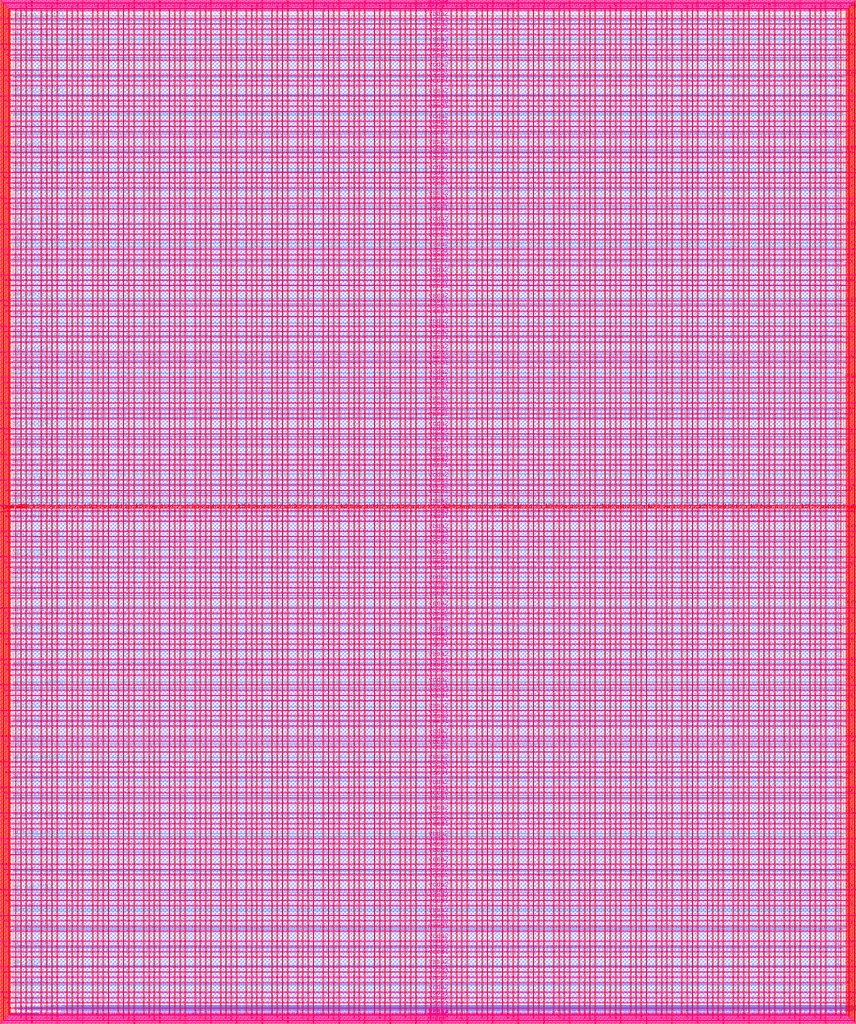
<source format=lef>
VERSION 5.7 ;
  NOWIREEXTENSIONATPIN ON ;
  DIVIDERCHAR "/" ;
  BUSBITCHARS "[]" ;
MACRO user_project_wrapper
  CLASS BLOCK ;
  FOREIGN user_project_wrapper ;
  ORIGIN 0.000 0.000 ;
  SIZE 2920.000 BY 3520.000 ;
  PIN analog_io[0]
    DIRECTION INOUT ;
    USE SIGNAL ;
    PORT
      LAYER met3 ;
        RECT 2917.600 1426.380 2924.800 1427.580 ;
    END
  END analog_io[0]
  PIN analog_io[10]
    DIRECTION INOUT ;
    USE SIGNAL ;
    PORT
      LAYER met2 ;
        RECT 2230.490 3517.600 2231.050 3524.800 ;
    END
  END analog_io[10]
  PIN analog_io[11]
    DIRECTION INOUT ;
    USE SIGNAL ;
    PORT
      LAYER met2 ;
        RECT 1905.730 3517.600 1906.290 3524.800 ;
    END
  END analog_io[11]
  PIN analog_io[12]
    DIRECTION INOUT ;
    USE SIGNAL ;
    PORT
      LAYER met2 ;
        RECT 1581.430 3517.600 1581.990 3524.800 ;
    END
  END analog_io[12]
  PIN analog_io[13]
    DIRECTION INOUT ;
    USE SIGNAL ;
    PORT
      LAYER met2 ;
        RECT 1257.130 3517.600 1257.690 3524.800 ;
    END
  END analog_io[13]
  PIN analog_io[14]
    DIRECTION INOUT ;
    USE SIGNAL ;
    PORT
      LAYER met2 ;
        RECT 932.370 3517.600 932.930 3524.800 ;
    END
  END analog_io[14]
  PIN analog_io[15]
    DIRECTION INOUT ;
    USE SIGNAL ;
    PORT
      LAYER met2 ;
        RECT 608.070 3517.600 608.630 3524.800 ;
    END
  END analog_io[15]
  PIN analog_io[16]
    DIRECTION INOUT ;
    USE SIGNAL ;
    PORT
      LAYER met2 ;
        RECT 283.770 3517.600 284.330 3524.800 ;
    END
  END analog_io[16]
  PIN analog_io[17]
    DIRECTION INOUT ;
    USE SIGNAL ;
    PORT
      LAYER met3 ;
        RECT -4.800 3486.100 2.400 3487.300 ;
    END
  END analog_io[17]
  PIN analog_io[18]
    DIRECTION INOUT ;
    USE SIGNAL ;
    PORT
      LAYER met3 ;
        RECT -4.800 3224.980 2.400 3226.180 ;
    END
  END analog_io[18]
  PIN analog_io[19]
    DIRECTION INOUT ;
    USE SIGNAL ;
    PORT
      LAYER met3 ;
        RECT -4.800 2964.540 2.400 2965.740 ;
    END
  END analog_io[19]
  PIN analog_io[1]
    DIRECTION INOUT ;
    USE SIGNAL ;
    PORT
      LAYER met3 ;
        RECT 2917.600 1692.260 2924.800 1693.460 ;
    END
  END analog_io[1]
  PIN analog_io[20]
    DIRECTION INOUT ;
    USE SIGNAL ;
    PORT
      LAYER met3 ;
        RECT -4.800 2703.420 2.400 2704.620 ;
    END
  END analog_io[20]
  PIN analog_io[21]
    DIRECTION INOUT ;
    USE SIGNAL ;
    PORT
      LAYER met3 ;
        RECT -4.800 2442.980 2.400 2444.180 ;
    END
  END analog_io[21]
  PIN analog_io[22]
    DIRECTION INOUT ;
    USE SIGNAL ;
    PORT
      LAYER met3 ;
        RECT -4.800 2182.540 2.400 2183.740 ;
    END
  END analog_io[22]
  PIN analog_io[23]
    DIRECTION INOUT ;
    USE SIGNAL ;
    PORT
      LAYER met3 ;
        RECT -4.800 1921.420 2.400 1922.620 ;
    END
  END analog_io[23]
  PIN analog_io[24]
    DIRECTION INOUT ;
    USE SIGNAL ;
    PORT
      LAYER met3 ;
        RECT -4.800 1660.980 2.400 1662.180 ;
    END
  END analog_io[24]
  PIN analog_io[25]
    DIRECTION INOUT ;
    USE SIGNAL ;
    PORT
      LAYER met3 ;
        RECT -4.800 1399.860 2.400 1401.060 ;
    END
  END analog_io[25]
  PIN analog_io[26]
    DIRECTION INOUT ;
    USE SIGNAL ;
    PORT
      LAYER met3 ;
        RECT -4.800 1139.420 2.400 1140.620 ;
    END
  END analog_io[26]
  PIN analog_io[27]
    DIRECTION INOUT ;
    USE SIGNAL ;
    PORT
      LAYER met3 ;
        RECT -4.800 878.980 2.400 880.180 ;
    END
  END analog_io[27]
  PIN analog_io[28]
    DIRECTION INOUT ;
    USE SIGNAL ;
    PORT
      LAYER met3 ;
        RECT -4.800 617.860 2.400 619.060 ;
    END
  END analog_io[28]
  PIN analog_io[2]
    DIRECTION INOUT ;
    USE SIGNAL ;
    PORT
      LAYER met3 ;
        RECT 2917.600 1958.140 2924.800 1959.340 ;
    END
  END analog_io[2]
  PIN analog_io[3]
    DIRECTION INOUT ;
    USE SIGNAL ;
    PORT
      LAYER met3 ;
        RECT 2917.600 2223.340 2924.800 2224.540 ;
    END
  END analog_io[3]
  PIN analog_io[4]
    DIRECTION INOUT ;
    USE SIGNAL ;
    PORT
      LAYER met3 ;
        RECT 2917.600 2489.220 2924.800 2490.420 ;
    END
  END analog_io[4]
  PIN analog_io[5]
    DIRECTION INOUT ;
    USE SIGNAL ;
    PORT
      LAYER met3 ;
        RECT 2917.600 2755.100 2924.800 2756.300 ;
    END
  END analog_io[5]
  PIN analog_io[6]
    DIRECTION INOUT ;
    USE SIGNAL ;
    PORT
      LAYER met3 ;
        RECT 2917.600 3020.300 2924.800 3021.500 ;
    END
  END analog_io[6]
  PIN analog_io[7]
    DIRECTION INOUT ;
    USE SIGNAL ;
    PORT
      LAYER met3 ;
        RECT 2917.600 3286.180 2924.800 3287.380 ;
    END
  END analog_io[7]
  PIN analog_io[8]
    DIRECTION INOUT ;
    USE SIGNAL ;
    PORT
      LAYER met2 ;
        RECT 2879.090 3517.600 2879.650 3524.800 ;
    END
  END analog_io[8]
  PIN analog_io[9]
    DIRECTION INOUT ;
    USE SIGNAL ;
    PORT
      LAYER met2 ;
        RECT 2554.790 3517.600 2555.350 3524.800 ;
    END
  END analog_io[9]
  PIN io_in[0]
    DIRECTION INPUT ;
    USE SIGNAL ;
    PORT
      LAYER met3 ;
        RECT 2917.600 32.380 2924.800 33.580 ;
    END
  END io_in[0]
  PIN io_in[10]
    DIRECTION INPUT ;
    USE SIGNAL ;
    PORT
      LAYER met3 ;
        RECT 2917.600 2289.980 2924.800 2291.180 ;
    END
  END io_in[10]
  PIN io_in[11]
    DIRECTION INPUT ;
    USE SIGNAL ;
    PORT
      LAYER met3 ;
        RECT 2917.600 2555.860 2924.800 2557.060 ;
    END
  END io_in[11]
  PIN io_in[12]
    DIRECTION INPUT ;
    USE SIGNAL ;
    PORT
      LAYER met3 ;
        RECT 2917.600 2821.060 2924.800 2822.260 ;
    END
  END io_in[12]
  PIN io_in[13]
    DIRECTION INPUT ;
    USE SIGNAL ;
    PORT
      LAYER met3 ;
        RECT 2917.600 3086.940 2924.800 3088.140 ;
    END
  END io_in[13]
  PIN io_in[14]
    DIRECTION INPUT ;
    USE SIGNAL ;
    PORT
      LAYER met3 ;
        RECT 2917.600 3352.820 2924.800 3354.020 ;
    END
  END io_in[14]
  PIN io_in[15]
    DIRECTION INPUT ;
    USE SIGNAL ;
    PORT
      LAYER met2 ;
        RECT 2798.130 3517.600 2798.690 3524.800 ;
    END
  END io_in[15]
  PIN io_in[16]
    DIRECTION INPUT ;
    USE SIGNAL ;
    PORT
      LAYER met2 ;
        RECT 2473.830 3517.600 2474.390 3524.800 ;
    END
  END io_in[16]
  PIN io_in[17]
    DIRECTION INPUT ;
    USE SIGNAL ;
    PORT
      LAYER met2 ;
        RECT 2149.070 3517.600 2149.630 3524.800 ;
    END
  END io_in[17]
  PIN io_in[18]
    DIRECTION INPUT ;
    USE SIGNAL ;
    PORT
      LAYER met2 ;
        RECT 1824.770 3517.600 1825.330 3524.800 ;
    END
  END io_in[18]
  PIN io_in[19]
    DIRECTION INPUT ;
    USE SIGNAL ;
    PORT
      LAYER met2 ;
        RECT 1500.470 3517.600 1501.030 3524.800 ;
    END
  END io_in[19]
  PIN io_in[1]
    DIRECTION INPUT ;
    USE SIGNAL ;
    PORT
      LAYER met3 ;
        RECT 2917.600 230.940 2924.800 232.140 ;
    END
  END io_in[1]
  PIN io_in[20]
    DIRECTION INPUT ;
    USE SIGNAL ;
    PORT
      LAYER met2 ;
        RECT 1175.710 3517.600 1176.270 3524.800 ;
    END
  END io_in[20]
  PIN io_in[21]
    DIRECTION INPUT ;
    USE SIGNAL ;
    PORT
      LAYER met2 ;
        RECT 851.410 3517.600 851.970 3524.800 ;
    END
  END io_in[21]
  PIN io_in[22]
    DIRECTION INPUT ;
    USE SIGNAL ;
    PORT
      LAYER met2 ;
        RECT 527.110 3517.600 527.670 3524.800 ;
    END
  END io_in[22]
  PIN io_in[23]
    DIRECTION INPUT ;
    USE SIGNAL ;
    PORT
      LAYER met2 ;
        RECT 202.350 3517.600 202.910 3524.800 ;
    END
  END io_in[23]
  PIN io_in[24]
    DIRECTION INPUT ;
    USE SIGNAL ;
    PORT
      LAYER met3 ;
        RECT -4.800 3420.820 2.400 3422.020 ;
    END
  END io_in[24]
  PIN io_in[25]
    DIRECTION INPUT ;
    USE SIGNAL ;
    PORT
      LAYER met3 ;
        RECT -4.800 3159.700 2.400 3160.900 ;
    END
  END io_in[25]
  PIN io_in[26]
    DIRECTION INPUT ;
    USE SIGNAL ;
    PORT
      LAYER met3 ;
        RECT -4.800 2899.260 2.400 2900.460 ;
    END
  END io_in[26]
  PIN io_in[27]
    DIRECTION INPUT ;
    USE SIGNAL ;
    PORT
      LAYER met3 ;
        RECT -4.800 2638.820 2.400 2640.020 ;
    END
  END io_in[27]
  PIN io_in[28]
    DIRECTION INPUT ;
    USE SIGNAL ;
    PORT
      LAYER met3 ;
        RECT -4.800 2377.700 2.400 2378.900 ;
    END
  END io_in[28]
  PIN io_in[29]
    DIRECTION INPUT ;
    USE SIGNAL ;
    PORT
      LAYER met3 ;
        RECT -4.800 2117.260 2.400 2118.460 ;
    END
  END io_in[29]
  PIN io_in[2]
    DIRECTION INPUT ;
    USE SIGNAL ;
    PORT
      LAYER met3 ;
        RECT 2917.600 430.180 2924.800 431.380 ;
    END
  END io_in[2]
  PIN io_in[30]
    DIRECTION INPUT ;
    USE SIGNAL ;
    PORT
      LAYER met3 ;
        RECT -4.800 1856.140 2.400 1857.340 ;
    END
  END io_in[30]
  PIN io_in[31]
    DIRECTION INPUT ;
    USE SIGNAL ;
    PORT
      LAYER met3 ;
        RECT -4.800 1595.700 2.400 1596.900 ;
    END
  END io_in[31]
  PIN io_in[32]
    DIRECTION INPUT ;
    USE SIGNAL ;
    PORT
      LAYER met3 ;
        RECT -4.800 1335.260 2.400 1336.460 ;
    END
  END io_in[32]
  PIN io_in[33]
    DIRECTION INPUT ;
    USE SIGNAL ;
    PORT
      LAYER met3 ;
        RECT -4.800 1074.140 2.400 1075.340 ;
    END
  END io_in[33]
  PIN io_in[34]
    DIRECTION INPUT ;
    USE SIGNAL ;
    PORT
      LAYER met3 ;
        RECT -4.800 813.700 2.400 814.900 ;
    END
  END io_in[34]
  PIN io_in[35]
    DIRECTION INPUT ;
    USE SIGNAL ;
    PORT
      LAYER met3 ;
        RECT -4.800 552.580 2.400 553.780 ;
    END
  END io_in[35]
  PIN io_in[36]
    DIRECTION INPUT ;
    USE SIGNAL ;
    PORT
      LAYER met3 ;
        RECT -4.800 357.420 2.400 358.620 ;
    END
  END io_in[36]
  PIN io_in[37]
    DIRECTION INPUT ;
    USE SIGNAL ;
    PORT
      LAYER met3 ;
        RECT -4.800 161.580 2.400 162.780 ;
    END
  END io_in[37]
  PIN io_in[3]
    DIRECTION INPUT ;
    USE SIGNAL ;
    PORT
      LAYER met3 ;
        RECT 2917.600 629.420 2924.800 630.620 ;
    END
  END io_in[3]
  PIN io_in[4]
    DIRECTION INPUT ;
    USE SIGNAL ;
    PORT
      LAYER met3 ;
        RECT 2917.600 828.660 2924.800 829.860 ;
    END
  END io_in[4]
  PIN io_in[5]
    DIRECTION INPUT ;
    USE SIGNAL ;
    PORT
      LAYER met3 ;
        RECT 2917.600 1027.900 2924.800 1029.100 ;
    END
  END io_in[5]
  PIN io_in[6]
    DIRECTION INPUT ;
    USE SIGNAL ;
    PORT
      LAYER met3 ;
        RECT 2917.600 1227.140 2924.800 1228.340 ;
    END
  END io_in[6]
  PIN io_in[7]
    DIRECTION INPUT ;
    USE SIGNAL ;
    PORT
      LAYER met3 ;
        RECT 2917.600 1493.020 2924.800 1494.220 ;
    END
  END io_in[7]
  PIN io_in[8]
    DIRECTION INPUT ;
    USE SIGNAL ;
    PORT
      LAYER met3 ;
        RECT 2917.600 1758.900 2924.800 1760.100 ;
    END
  END io_in[8]
  PIN io_in[9]
    DIRECTION INPUT ;
    USE SIGNAL ;
    PORT
      LAYER met3 ;
        RECT 2917.600 2024.100 2924.800 2025.300 ;
    END
  END io_in[9]
  PIN io_oeb[0]
    DIRECTION OUTPUT TRISTATE ;
    USE SIGNAL ;
    PORT
      LAYER met3 ;
        RECT 2917.600 164.980 2924.800 166.180 ;
    END
  END io_oeb[0]
  PIN io_oeb[10]
    DIRECTION OUTPUT TRISTATE ;
    USE SIGNAL ;
    PORT
      LAYER met3 ;
        RECT 2917.600 2422.580 2924.800 2423.780 ;
    END
  END io_oeb[10]
  PIN io_oeb[11]
    DIRECTION OUTPUT TRISTATE ;
    USE SIGNAL ;
    PORT
      LAYER met3 ;
        RECT 2917.600 2688.460 2924.800 2689.660 ;
    END
  END io_oeb[11]
  PIN io_oeb[12]
    DIRECTION OUTPUT TRISTATE ;
    USE SIGNAL ;
    PORT
      LAYER met3 ;
        RECT 2917.600 2954.340 2924.800 2955.540 ;
    END
  END io_oeb[12]
  PIN io_oeb[13]
    DIRECTION OUTPUT TRISTATE ;
    USE SIGNAL ;
    PORT
      LAYER met3 ;
        RECT 2917.600 3219.540 2924.800 3220.740 ;
    END
  END io_oeb[13]
  PIN io_oeb[14]
    DIRECTION OUTPUT TRISTATE ;
    USE SIGNAL ;
    PORT
      LAYER met3 ;
        RECT 2917.600 3485.420 2924.800 3486.620 ;
    END
  END io_oeb[14]
  PIN io_oeb[15]
    DIRECTION OUTPUT TRISTATE ;
    USE SIGNAL ;
    PORT
      LAYER met2 ;
        RECT 2635.750 3517.600 2636.310 3524.800 ;
    END
  END io_oeb[15]
  PIN io_oeb[16]
    DIRECTION OUTPUT TRISTATE ;
    USE SIGNAL ;
    PORT
      LAYER met2 ;
        RECT 2311.450 3517.600 2312.010 3524.800 ;
    END
  END io_oeb[16]
  PIN io_oeb[17]
    DIRECTION OUTPUT TRISTATE ;
    USE SIGNAL ;
    PORT
      LAYER met2 ;
        RECT 1987.150 3517.600 1987.710 3524.800 ;
    END
  END io_oeb[17]
  PIN io_oeb[18]
    DIRECTION OUTPUT TRISTATE ;
    USE SIGNAL ;
    PORT
      LAYER met2 ;
        RECT 1662.390 3517.600 1662.950 3524.800 ;
    END
  END io_oeb[18]
  PIN io_oeb[19]
    DIRECTION OUTPUT TRISTATE ;
    USE SIGNAL ;
    PORT
      LAYER met2 ;
        RECT 1338.090 3517.600 1338.650 3524.800 ;
    END
  END io_oeb[19]
  PIN io_oeb[1]
    DIRECTION OUTPUT TRISTATE ;
    USE SIGNAL ;
    PORT
      LAYER met3 ;
        RECT 2917.600 364.220 2924.800 365.420 ;
    END
  END io_oeb[1]
  PIN io_oeb[20]
    DIRECTION OUTPUT TRISTATE ;
    USE SIGNAL ;
    PORT
      LAYER met2 ;
        RECT 1013.790 3517.600 1014.350 3524.800 ;
    END
  END io_oeb[20]
  PIN io_oeb[21]
    DIRECTION OUTPUT TRISTATE ;
    USE SIGNAL ;
    PORT
      LAYER met2 ;
        RECT 689.030 3517.600 689.590 3524.800 ;
    END
  END io_oeb[21]
  PIN io_oeb[22]
    DIRECTION OUTPUT TRISTATE ;
    USE SIGNAL ;
    PORT
      LAYER met2 ;
        RECT 364.730 3517.600 365.290 3524.800 ;
    END
  END io_oeb[22]
  PIN io_oeb[23]
    DIRECTION OUTPUT TRISTATE ;
    USE SIGNAL ;
    PORT
      LAYER met2 ;
        RECT 40.430 3517.600 40.990 3524.800 ;
    END
  END io_oeb[23]
  PIN io_oeb[24]
    DIRECTION OUTPUT TRISTATE ;
    USE SIGNAL ;
    PORT
      LAYER met3 ;
        RECT -4.800 3290.260 2.400 3291.460 ;
    END
  END io_oeb[24]
  PIN io_oeb[25]
    DIRECTION OUTPUT TRISTATE ;
    USE SIGNAL ;
    PORT
      LAYER met3 ;
        RECT -4.800 3029.820 2.400 3031.020 ;
    END
  END io_oeb[25]
  PIN io_oeb[26]
    DIRECTION OUTPUT TRISTATE ;
    USE SIGNAL ;
    PORT
      LAYER met3 ;
        RECT -4.800 2768.700 2.400 2769.900 ;
    END
  END io_oeb[26]
  PIN io_oeb[27]
    DIRECTION OUTPUT TRISTATE ;
    USE SIGNAL ;
    PORT
      LAYER met3 ;
        RECT -4.800 2508.260 2.400 2509.460 ;
    END
  END io_oeb[27]
  PIN io_oeb[28]
    DIRECTION OUTPUT TRISTATE ;
    USE SIGNAL ;
    PORT
      LAYER met3 ;
        RECT -4.800 2247.140 2.400 2248.340 ;
    END
  END io_oeb[28]
  PIN io_oeb[29]
    DIRECTION OUTPUT TRISTATE ;
    USE SIGNAL ;
    PORT
      LAYER met3 ;
        RECT -4.800 1986.700 2.400 1987.900 ;
    END
  END io_oeb[29]
  PIN io_oeb[2]
    DIRECTION OUTPUT TRISTATE ;
    USE SIGNAL ;
    PORT
      LAYER met3 ;
        RECT 2917.600 563.460 2924.800 564.660 ;
    END
  END io_oeb[2]
  PIN io_oeb[30]
    DIRECTION OUTPUT TRISTATE ;
    USE SIGNAL ;
    PORT
      LAYER met3 ;
        RECT -4.800 1726.260 2.400 1727.460 ;
    END
  END io_oeb[30]
  PIN io_oeb[31]
    DIRECTION OUTPUT TRISTATE ;
    USE SIGNAL ;
    PORT
      LAYER met3 ;
        RECT -4.800 1465.140 2.400 1466.340 ;
    END
  END io_oeb[31]
  PIN io_oeb[32]
    DIRECTION OUTPUT TRISTATE ;
    USE SIGNAL ;
    PORT
      LAYER met3 ;
        RECT -4.800 1204.700 2.400 1205.900 ;
    END
  END io_oeb[32]
  PIN io_oeb[33]
    DIRECTION OUTPUT TRISTATE ;
    USE SIGNAL ;
    PORT
      LAYER met3 ;
        RECT -4.800 943.580 2.400 944.780 ;
    END
  END io_oeb[33]
  PIN io_oeb[34]
    DIRECTION OUTPUT TRISTATE ;
    USE SIGNAL ;
    PORT
      LAYER met3 ;
        RECT -4.800 683.140 2.400 684.340 ;
    END
  END io_oeb[34]
  PIN io_oeb[35]
    DIRECTION OUTPUT TRISTATE ;
    USE SIGNAL ;
    PORT
      LAYER met3 ;
        RECT -4.800 422.700 2.400 423.900 ;
    END
  END io_oeb[35]
  PIN io_oeb[36]
    DIRECTION OUTPUT TRISTATE ;
    USE SIGNAL ;
    PORT
      LAYER met3 ;
        RECT -4.800 226.860 2.400 228.060 ;
    END
  END io_oeb[36]
  PIN io_oeb[37]
    DIRECTION OUTPUT TRISTATE ;
    USE SIGNAL ;
    PORT
      LAYER met3 ;
        RECT -4.800 31.700 2.400 32.900 ;
    END
  END io_oeb[37]
  PIN io_oeb[3]
    DIRECTION OUTPUT TRISTATE ;
    USE SIGNAL ;
    PORT
      LAYER met3 ;
        RECT 2917.600 762.700 2924.800 763.900 ;
    END
  END io_oeb[3]
  PIN io_oeb[4]
    DIRECTION OUTPUT TRISTATE ;
    USE SIGNAL ;
    PORT
      LAYER met3 ;
        RECT 2917.600 961.940 2924.800 963.140 ;
    END
  END io_oeb[4]
  PIN io_oeb[5]
    DIRECTION OUTPUT TRISTATE ;
    USE SIGNAL ;
    PORT
      LAYER met3 ;
        RECT 2917.600 1161.180 2924.800 1162.380 ;
    END
  END io_oeb[5]
  PIN io_oeb[6]
    DIRECTION OUTPUT TRISTATE ;
    USE SIGNAL ;
    PORT
      LAYER met3 ;
        RECT 2917.600 1360.420 2924.800 1361.620 ;
    END
  END io_oeb[6]
  PIN io_oeb[7]
    DIRECTION OUTPUT TRISTATE ;
    USE SIGNAL ;
    PORT
      LAYER met3 ;
        RECT 2917.600 1625.620 2924.800 1626.820 ;
    END
  END io_oeb[7]
  PIN io_oeb[8]
    DIRECTION OUTPUT TRISTATE ;
    USE SIGNAL ;
    PORT
      LAYER met3 ;
        RECT 2917.600 1891.500 2924.800 1892.700 ;
    END
  END io_oeb[8]
  PIN io_oeb[9]
    DIRECTION OUTPUT TRISTATE ;
    USE SIGNAL ;
    PORT
      LAYER met3 ;
        RECT 2917.600 2157.380 2924.800 2158.580 ;
    END
  END io_oeb[9]
  PIN io_out[0]
    DIRECTION OUTPUT TRISTATE ;
    USE SIGNAL ;
    PORT
      LAYER met3 ;
        RECT 2917.600 98.340 2924.800 99.540 ;
    END
  END io_out[0]
  PIN io_out[10]
    DIRECTION OUTPUT TRISTATE ;
    USE SIGNAL ;
    PORT
      LAYER met3 ;
        RECT 2917.600 2356.620 2924.800 2357.820 ;
    END
  END io_out[10]
  PIN io_out[11]
    DIRECTION OUTPUT TRISTATE ;
    USE SIGNAL ;
    PORT
      LAYER met3 ;
        RECT 2917.600 2621.820 2924.800 2623.020 ;
    END
  END io_out[11]
  PIN io_out[12]
    DIRECTION OUTPUT TRISTATE ;
    USE SIGNAL ;
    PORT
      LAYER met3 ;
        RECT 2917.600 2887.700 2924.800 2888.900 ;
    END
  END io_out[12]
  PIN io_out[13]
    DIRECTION OUTPUT TRISTATE ;
    USE SIGNAL ;
    PORT
      LAYER met3 ;
        RECT 2917.600 3153.580 2924.800 3154.780 ;
    END
  END io_out[13]
  PIN io_out[14]
    DIRECTION OUTPUT TRISTATE ;
    USE SIGNAL ;
    PORT
      LAYER met3 ;
        RECT 2917.600 3418.780 2924.800 3419.980 ;
    END
  END io_out[14]
  PIN io_out[15]
    DIRECTION OUTPUT TRISTATE ;
    USE SIGNAL ;
    PORT
      LAYER met2 ;
        RECT 2717.170 3517.600 2717.730 3524.800 ;
    END
  END io_out[15]
  PIN io_out[16]
    DIRECTION OUTPUT TRISTATE ;
    USE SIGNAL ;
    PORT
      LAYER met2 ;
        RECT 2392.410 3517.600 2392.970 3524.800 ;
    END
  END io_out[16]
  PIN io_out[17]
    DIRECTION OUTPUT TRISTATE ;
    USE SIGNAL ;
    PORT
      LAYER met2 ;
        RECT 2068.110 3517.600 2068.670 3524.800 ;
    END
  END io_out[17]
  PIN io_out[18]
    DIRECTION OUTPUT TRISTATE ;
    USE SIGNAL ;
    PORT
      LAYER met2 ;
        RECT 1743.810 3517.600 1744.370 3524.800 ;
    END
  END io_out[18]
  PIN io_out[19]
    DIRECTION OUTPUT TRISTATE ;
    USE SIGNAL ;
    PORT
      LAYER met2 ;
        RECT 1419.050 3517.600 1419.610 3524.800 ;
    END
  END io_out[19]
  PIN io_out[1]
    DIRECTION OUTPUT TRISTATE ;
    USE SIGNAL ;
    PORT
      LAYER met3 ;
        RECT 2917.600 297.580 2924.800 298.780 ;
    END
  END io_out[1]
  PIN io_out[20]
    DIRECTION OUTPUT TRISTATE ;
    USE SIGNAL ;
    PORT
      LAYER met2 ;
        RECT 1094.750 3517.600 1095.310 3524.800 ;
    END
  END io_out[20]
  PIN io_out[21]
    DIRECTION OUTPUT TRISTATE ;
    USE SIGNAL ;
    PORT
      LAYER met2 ;
        RECT 770.450 3517.600 771.010 3524.800 ;
    END
  END io_out[21]
  PIN io_out[22]
    DIRECTION OUTPUT TRISTATE ;
    USE SIGNAL ;
    PORT
      LAYER met2 ;
        RECT 445.690 3517.600 446.250 3524.800 ;
    END
  END io_out[22]
  PIN io_out[23]
    DIRECTION OUTPUT TRISTATE ;
    USE SIGNAL ;
    PORT
      LAYER met2 ;
        RECT 121.390 3517.600 121.950 3524.800 ;
    END
  END io_out[23]
  PIN io_out[24]
    DIRECTION OUTPUT TRISTATE ;
    USE SIGNAL ;
    PORT
      LAYER met3 ;
        RECT -4.800 3355.540 2.400 3356.740 ;
    END
  END io_out[24]
  PIN io_out[25]
    DIRECTION OUTPUT TRISTATE ;
    USE SIGNAL ;
    PORT
      LAYER met3 ;
        RECT -4.800 3095.100 2.400 3096.300 ;
    END
  END io_out[25]
  PIN io_out[26]
    DIRECTION OUTPUT TRISTATE ;
    USE SIGNAL ;
    PORT
      LAYER met3 ;
        RECT -4.800 2833.980 2.400 2835.180 ;
    END
  END io_out[26]
  PIN io_out[27]
    DIRECTION OUTPUT TRISTATE ;
    USE SIGNAL ;
    PORT
      LAYER met3 ;
        RECT -4.800 2573.540 2.400 2574.740 ;
    END
  END io_out[27]
  PIN io_out[28]
    DIRECTION OUTPUT TRISTATE ;
    USE SIGNAL ;
    PORT
      LAYER met3 ;
        RECT -4.800 2312.420 2.400 2313.620 ;
    END
  END io_out[28]
  PIN io_out[29]
    DIRECTION OUTPUT TRISTATE ;
    USE SIGNAL ;
    PORT
      LAYER met3 ;
        RECT -4.800 2051.980 2.400 2053.180 ;
    END
  END io_out[29]
  PIN io_out[2]
    DIRECTION OUTPUT TRISTATE ;
    USE SIGNAL ;
    PORT
      LAYER met3 ;
        RECT 2917.600 496.820 2924.800 498.020 ;
    END
  END io_out[2]
  PIN io_out[30]
    DIRECTION OUTPUT TRISTATE ;
    USE SIGNAL ;
    PORT
      LAYER met3 ;
        RECT -4.800 1791.540 2.400 1792.740 ;
    END
  END io_out[30]
  PIN io_out[31]
    DIRECTION OUTPUT TRISTATE ;
    USE SIGNAL ;
    PORT
      LAYER met3 ;
        RECT -4.800 1530.420 2.400 1531.620 ;
    END
  END io_out[31]
  PIN io_out[32]
    DIRECTION OUTPUT TRISTATE ;
    USE SIGNAL ;
    PORT
      LAYER met3 ;
        RECT -4.800 1269.980 2.400 1271.180 ;
    END
  END io_out[32]
  PIN io_out[33]
    DIRECTION OUTPUT TRISTATE ;
    USE SIGNAL ;
    PORT
      LAYER met3 ;
        RECT -4.800 1008.860 2.400 1010.060 ;
    END
  END io_out[33]
  PIN io_out[34]
    DIRECTION OUTPUT TRISTATE ;
    USE SIGNAL ;
    PORT
      LAYER met3 ;
        RECT -4.800 748.420 2.400 749.620 ;
    END
  END io_out[34]
  PIN io_out[35]
    DIRECTION OUTPUT TRISTATE ;
    USE SIGNAL ;
    PORT
      LAYER met3 ;
        RECT -4.800 487.300 2.400 488.500 ;
    END
  END io_out[35]
  PIN io_out[36]
    DIRECTION OUTPUT TRISTATE ;
    USE SIGNAL ;
    PORT
      LAYER met3 ;
        RECT -4.800 292.140 2.400 293.340 ;
    END
  END io_out[36]
  PIN io_out[37]
    DIRECTION OUTPUT TRISTATE ;
    USE SIGNAL ;
    PORT
      LAYER met3 ;
        RECT -4.800 96.300 2.400 97.500 ;
    END
  END io_out[37]
  PIN io_out[3]
    DIRECTION OUTPUT TRISTATE ;
    USE SIGNAL ;
    PORT
      LAYER met3 ;
        RECT 2917.600 696.060 2924.800 697.260 ;
    END
  END io_out[3]
  PIN io_out[4]
    DIRECTION OUTPUT TRISTATE ;
    USE SIGNAL ;
    PORT
      LAYER met3 ;
        RECT 2917.600 895.300 2924.800 896.500 ;
    END
  END io_out[4]
  PIN io_out[5]
    DIRECTION OUTPUT TRISTATE ;
    USE SIGNAL ;
    PORT
      LAYER met3 ;
        RECT 2917.600 1094.540 2924.800 1095.740 ;
    END
  END io_out[5]
  PIN io_out[6]
    DIRECTION OUTPUT TRISTATE ;
    USE SIGNAL ;
    PORT
      LAYER met3 ;
        RECT 2917.600 1293.780 2924.800 1294.980 ;
    END
  END io_out[6]
  PIN io_out[7]
    DIRECTION OUTPUT TRISTATE ;
    USE SIGNAL ;
    PORT
      LAYER met3 ;
        RECT 2917.600 1559.660 2924.800 1560.860 ;
    END
  END io_out[7]
  PIN io_out[8]
    DIRECTION OUTPUT TRISTATE ;
    USE SIGNAL ;
    PORT
      LAYER met3 ;
        RECT 2917.600 1824.860 2924.800 1826.060 ;
    END
  END io_out[8]
  PIN io_out[9]
    DIRECTION OUTPUT TRISTATE ;
    USE SIGNAL ;
    PORT
      LAYER met3 ;
        RECT 2917.600 2090.740 2924.800 2091.940 ;
    END
  END io_out[9]
  PIN la_data_in[0]
    DIRECTION INPUT ;
    USE SIGNAL ;
    PORT
      LAYER met2 ;
        RECT 629.230 -4.800 629.790 2.400 ;
    END
  END la_data_in[0]
  PIN la_data_in[100]
    DIRECTION INPUT ;
    USE SIGNAL ;
    PORT
      LAYER met2 ;
        RECT 2402.530 -4.800 2403.090 2.400 ;
    END
  END la_data_in[100]
  PIN la_data_in[101]
    DIRECTION INPUT ;
    USE SIGNAL ;
    PORT
      LAYER met2 ;
        RECT 2420.010 -4.800 2420.570 2.400 ;
    END
  END la_data_in[101]
  PIN la_data_in[102]
    DIRECTION INPUT ;
    USE SIGNAL ;
    PORT
      LAYER met2 ;
        RECT 2437.950 -4.800 2438.510 2.400 ;
    END
  END la_data_in[102]
  PIN la_data_in[103]
    DIRECTION INPUT ;
    USE SIGNAL ;
    PORT
      LAYER met2 ;
        RECT 2455.430 -4.800 2455.990 2.400 ;
    END
  END la_data_in[103]
  PIN la_data_in[104]
    DIRECTION INPUT ;
    USE SIGNAL ;
    PORT
      LAYER met2 ;
        RECT 2473.370 -4.800 2473.930 2.400 ;
    END
  END la_data_in[104]
  PIN la_data_in[105]
    DIRECTION INPUT ;
    USE SIGNAL ;
    PORT
      LAYER met2 ;
        RECT 2490.850 -4.800 2491.410 2.400 ;
    END
  END la_data_in[105]
  PIN la_data_in[106]
    DIRECTION INPUT ;
    USE SIGNAL ;
    PORT
      LAYER met2 ;
        RECT 2508.790 -4.800 2509.350 2.400 ;
    END
  END la_data_in[106]
  PIN la_data_in[107]
    DIRECTION INPUT ;
    USE SIGNAL ;
    PORT
      LAYER met2 ;
        RECT 2526.730 -4.800 2527.290 2.400 ;
    END
  END la_data_in[107]
  PIN la_data_in[108]
    DIRECTION INPUT ;
    USE SIGNAL ;
    PORT
      LAYER met2 ;
        RECT 2544.210 -4.800 2544.770 2.400 ;
    END
  END la_data_in[108]
  PIN la_data_in[109]
    DIRECTION INPUT ;
    USE SIGNAL ;
    PORT
      LAYER met2 ;
        RECT 2562.150 -4.800 2562.710 2.400 ;
    END
  END la_data_in[109]
  PIN la_data_in[10]
    DIRECTION INPUT ;
    USE SIGNAL ;
    PORT
      LAYER met2 ;
        RECT 806.330 -4.800 806.890 2.400 ;
    END
  END la_data_in[10]
  PIN la_data_in[110]
    DIRECTION INPUT ;
    USE SIGNAL ;
    PORT
      LAYER met2 ;
        RECT 2579.630 -4.800 2580.190 2.400 ;
    END
  END la_data_in[110]
  PIN la_data_in[111]
    DIRECTION INPUT ;
    USE SIGNAL ;
    PORT
      LAYER met2 ;
        RECT 2597.570 -4.800 2598.130 2.400 ;
    END
  END la_data_in[111]
  PIN la_data_in[112]
    DIRECTION INPUT ;
    USE SIGNAL ;
    PORT
      LAYER met2 ;
        RECT 2615.050 -4.800 2615.610 2.400 ;
    END
  END la_data_in[112]
  PIN la_data_in[113]
    DIRECTION INPUT ;
    USE SIGNAL ;
    PORT
      LAYER met2 ;
        RECT 2632.990 -4.800 2633.550 2.400 ;
    END
  END la_data_in[113]
  PIN la_data_in[114]
    DIRECTION INPUT ;
    USE SIGNAL ;
    PORT
      LAYER met2 ;
        RECT 2650.470 -4.800 2651.030 2.400 ;
    END
  END la_data_in[114]
  PIN la_data_in[115]
    DIRECTION INPUT ;
    USE SIGNAL ;
    PORT
      LAYER met2 ;
        RECT 2668.410 -4.800 2668.970 2.400 ;
    END
  END la_data_in[115]
  PIN la_data_in[116]
    DIRECTION INPUT ;
    USE SIGNAL ;
    PORT
      LAYER met2 ;
        RECT 2685.890 -4.800 2686.450 2.400 ;
    END
  END la_data_in[116]
  PIN la_data_in[117]
    DIRECTION INPUT ;
    USE SIGNAL ;
    PORT
      LAYER met2 ;
        RECT 2703.830 -4.800 2704.390 2.400 ;
    END
  END la_data_in[117]
  PIN la_data_in[118]
    DIRECTION INPUT ;
    USE SIGNAL ;
    PORT
      LAYER met2 ;
        RECT 2721.770 -4.800 2722.330 2.400 ;
    END
  END la_data_in[118]
  PIN la_data_in[119]
    DIRECTION INPUT ;
    USE SIGNAL ;
    PORT
      LAYER met2 ;
        RECT 2739.250 -4.800 2739.810 2.400 ;
    END
  END la_data_in[119]
  PIN la_data_in[11]
    DIRECTION INPUT ;
    USE SIGNAL ;
    PORT
      LAYER met2 ;
        RECT 824.270 -4.800 824.830 2.400 ;
    END
  END la_data_in[11]
  PIN la_data_in[120]
    DIRECTION INPUT ;
    USE SIGNAL ;
    PORT
      LAYER met2 ;
        RECT 2757.190 -4.800 2757.750 2.400 ;
    END
  END la_data_in[120]
  PIN la_data_in[121]
    DIRECTION INPUT ;
    USE SIGNAL ;
    PORT
      LAYER met2 ;
        RECT 2774.670 -4.800 2775.230 2.400 ;
    END
  END la_data_in[121]
  PIN la_data_in[122]
    DIRECTION INPUT ;
    USE SIGNAL ;
    PORT
      LAYER met2 ;
        RECT 2792.610 -4.800 2793.170 2.400 ;
    END
  END la_data_in[122]
  PIN la_data_in[123]
    DIRECTION INPUT ;
    USE SIGNAL ;
    PORT
      LAYER met2 ;
        RECT 2810.090 -4.800 2810.650 2.400 ;
    END
  END la_data_in[123]
  PIN la_data_in[124]
    DIRECTION INPUT ;
    USE SIGNAL ;
    PORT
      LAYER met2 ;
        RECT 2828.030 -4.800 2828.590 2.400 ;
    END
  END la_data_in[124]
  PIN la_data_in[125]
    DIRECTION INPUT ;
    USE SIGNAL ;
    PORT
      LAYER met2 ;
        RECT 2845.510 -4.800 2846.070 2.400 ;
    END
  END la_data_in[125]
  PIN la_data_in[126]
    DIRECTION INPUT ;
    USE SIGNAL ;
    PORT
      LAYER met2 ;
        RECT 2863.450 -4.800 2864.010 2.400 ;
    END
  END la_data_in[126]
  PIN la_data_in[127]
    DIRECTION INPUT ;
    USE SIGNAL ;
    PORT
      LAYER met2 ;
        RECT 2881.390 -4.800 2881.950 2.400 ;
    END
  END la_data_in[127]
  PIN la_data_in[12]
    DIRECTION INPUT ;
    USE SIGNAL ;
    PORT
      LAYER met2 ;
        RECT 841.750 -4.800 842.310 2.400 ;
    END
  END la_data_in[12]
  PIN la_data_in[13]
    DIRECTION INPUT ;
    USE SIGNAL ;
    PORT
      LAYER met2 ;
        RECT 859.690 -4.800 860.250 2.400 ;
    END
  END la_data_in[13]
  PIN la_data_in[14]
    DIRECTION INPUT ;
    USE SIGNAL ;
    PORT
      LAYER met2 ;
        RECT 877.170 -4.800 877.730 2.400 ;
    END
  END la_data_in[14]
  PIN la_data_in[15]
    DIRECTION INPUT ;
    USE SIGNAL ;
    PORT
      LAYER met2 ;
        RECT 895.110 -4.800 895.670 2.400 ;
    END
  END la_data_in[15]
  PIN la_data_in[16]
    DIRECTION INPUT ;
    USE SIGNAL ;
    PORT
      LAYER met2 ;
        RECT 912.590 -4.800 913.150 2.400 ;
    END
  END la_data_in[16]
  PIN la_data_in[17]
    DIRECTION INPUT ;
    USE SIGNAL ;
    PORT
      LAYER met2 ;
        RECT 930.530 -4.800 931.090 2.400 ;
    END
  END la_data_in[17]
  PIN la_data_in[18]
    DIRECTION INPUT ;
    USE SIGNAL ;
    PORT
      LAYER met2 ;
        RECT 948.470 -4.800 949.030 2.400 ;
    END
  END la_data_in[18]
  PIN la_data_in[19]
    DIRECTION INPUT ;
    USE SIGNAL ;
    PORT
      LAYER met2 ;
        RECT 965.950 -4.800 966.510 2.400 ;
    END
  END la_data_in[19]
  PIN la_data_in[1]
    DIRECTION INPUT ;
    USE SIGNAL ;
    PORT
      LAYER met2 ;
        RECT 646.710 -4.800 647.270 2.400 ;
    END
  END la_data_in[1]
  PIN la_data_in[20]
    DIRECTION INPUT ;
    USE SIGNAL ;
    PORT
      LAYER met2 ;
        RECT 983.890 -4.800 984.450 2.400 ;
    END
  END la_data_in[20]
  PIN la_data_in[21]
    DIRECTION INPUT ;
    USE SIGNAL ;
    PORT
      LAYER met2 ;
        RECT 1001.370 -4.800 1001.930 2.400 ;
    END
  END la_data_in[21]
  PIN la_data_in[22]
    DIRECTION INPUT ;
    USE SIGNAL ;
    PORT
      LAYER met2 ;
        RECT 1019.310 -4.800 1019.870 2.400 ;
    END
  END la_data_in[22]
  PIN la_data_in[23]
    DIRECTION INPUT ;
    USE SIGNAL ;
    PORT
      LAYER met2 ;
        RECT 1036.790 -4.800 1037.350 2.400 ;
    END
  END la_data_in[23]
  PIN la_data_in[24]
    DIRECTION INPUT ;
    USE SIGNAL ;
    PORT
      LAYER met2 ;
        RECT 1054.730 -4.800 1055.290 2.400 ;
    END
  END la_data_in[24]
  PIN la_data_in[25]
    DIRECTION INPUT ;
    USE SIGNAL ;
    PORT
      LAYER met2 ;
        RECT 1072.210 -4.800 1072.770 2.400 ;
    END
  END la_data_in[25]
  PIN la_data_in[26]
    DIRECTION INPUT ;
    USE SIGNAL ;
    PORT
      LAYER met2 ;
        RECT 1090.150 -4.800 1090.710 2.400 ;
    END
  END la_data_in[26]
  PIN la_data_in[27]
    DIRECTION INPUT ;
    USE SIGNAL ;
    PORT
      LAYER met2 ;
        RECT 1107.630 -4.800 1108.190 2.400 ;
    END
  END la_data_in[27]
  PIN la_data_in[28]
    DIRECTION INPUT ;
    USE SIGNAL ;
    PORT
      LAYER met2 ;
        RECT 1125.570 -4.800 1126.130 2.400 ;
    END
  END la_data_in[28]
  PIN la_data_in[29]
    DIRECTION INPUT ;
    USE SIGNAL ;
    PORT
      LAYER met2 ;
        RECT 1143.510 -4.800 1144.070 2.400 ;
    END
  END la_data_in[29]
  PIN la_data_in[2]
    DIRECTION INPUT ;
    USE SIGNAL ;
    PORT
      LAYER met2 ;
        RECT 664.650 -4.800 665.210 2.400 ;
    END
  END la_data_in[2]
  PIN la_data_in[30]
    DIRECTION INPUT ;
    USE SIGNAL ;
    PORT
      LAYER met2 ;
        RECT 1160.990 -4.800 1161.550 2.400 ;
    END
  END la_data_in[30]
  PIN la_data_in[31]
    DIRECTION INPUT ;
    USE SIGNAL ;
    PORT
      LAYER met2 ;
        RECT 1178.930 -4.800 1179.490 2.400 ;
    END
  END la_data_in[31]
  PIN la_data_in[32]
    DIRECTION INPUT ;
    USE SIGNAL ;
    PORT
      LAYER met2 ;
        RECT 1196.410 -4.800 1196.970 2.400 ;
    END
  END la_data_in[32]
  PIN la_data_in[33]
    DIRECTION INPUT ;
    USE SIGNAL ;
    PORT
      LAYER met2 ;
        RECT 1214.350 -4.800 1214.910 2.400 ;
    END
  END la_data_in[33]
  PIN la_data_in[34]
    DIRECTION INPUT ;
    USE SIGNAL ;
    PORT
      LAYER met2 ;
        RECT 1231.830 -4.800 1232.390 2.400 ;
    END
  END la_data_in[34]
  PIN la_data_in[35]
    DIRECTION INPUT ;
    USE SIGNAL ;
    PORT
      LAYER met2 ;
        RECT 1249.770 -4.800 1250.330 2.400 ;
    END
  END la_data_in[35]
  PIN la_data_in[36]
    DIRECTION INPUT ;
    USE SIGNAL ;
    PORT
      LAYER met2 ;
        RECT 1267.250 -4.800 1267.810 2.400 ;
    END
  END la_data_in[36]
  PIN la_data_in[37]
    DIRECTION INPUT ;
    USE SIGNAL ;
    PORT
      LAYER met2 ;
        RECT 1285.190 -4.800 1285.750 2.400 ;
    END
  END la_data_in[37]
  PIN la_data_in[38]
    DIRECTION INPUT ;
    USE SIGNAL ;
    PORT
      LAYER met2 ;
        RECT 1303.130 -4.800 1303.690 2.400 ;
    END
  END la_data_in[38]
  PIN la_data_in[39]
    DIRECTION INPUT ;
    USE SIGNAL ;
    PORT
      LAYER met2 ;
        RECT 1320.610 -4.800 1321.170 2.400 ;
    END
  END la_data_in[39]
  PIN la_data_in[3]
    DIRECTION INPUT ;
    USE SIGNAL ;
    PORT
      LAYER met2 ;
        RECT 682.130 -4.800 682.690 2.400 ;
    END
  END la_data_in[3]
  PIN la_data_in[40]
    DIRECTION INPUT ;
    USE SIGNAL ;
    PORT
      LAYER met2 ;
        RECT 1338.550 -4.800 1339.110 2.400 ;
    END
  END la_data_in[40]
  PIN la_data_in[41]
    DIRECTION INPUT ;
    USE SIGNAL ;
    PORT
      LAYER met2 ;
        RECT 1356.030 -4.800 1356.590 2.400 ;
    END
  END la_data_in[41]
  PIN la_data_in[42]
    DIRECTION INPUT ;
    USE SIGNAL ;
    PORT
      LAYER met2 ;
        RECT 1373.970 -4.800 1374.530 2.400 ;
    END
  END la_data_in[42]
  PIN la_data_in[43]
    DIRECTION INPUT ;
    USE SIGNAL ;
    PORT
      LAYER met2 ;
        RECT 1391.450 -4.800 1392.010 2.400 ;
    END
  END la_data_in[43]
  PIN la_data_in[44]
    DIRECTION INPUT ;
    USE SIGNAL ;
    PORT
      LAYER met2 ;
        RECT 1409.390 -4.800 1409.950 2.400 ;
    END
  END la_data_in[44]
  PIN la_data_in[45]
    DIRECTION INPUT ;
    USE SIGNAL ;
    PORT
      LAYER met2 ;
        RECT 1426.870 -4.800 1427.430 2.400 ;
    END
  END la_data_in[45]
  PIN la_data_in[46]
    DIRECTION INPUT ;
    USE SIGNAL ;
    PORT
      LAYER met2 ;
        RECT 1444.810 -4.800 1445.370 2.400 ;
    END
  END la_data_in[46]
  PIN la_data_in[47]
    DIRECTION INPUT ;
    USE SIGNAL ;
    PORT
      LAYER met2 ;
        RECT 1462.750 -4.800 1463.310 2.400 ;
    END
  END la_data_in[47]
  PIN la_data_in[48]
    DIRECTION INPUT ;
    USE SIGNAL ;
    PORT
      LAYER met2 ;
        RECT 1480.230 -4.800 1480.790 2.400 ;
    END
  END la_data_in[48]
  PIN la_data_in[49]
    DIRECTION INPUT ;
    USE SIGNAL ;
    PORT
      LAYER met2 ;
        RECT 1498.170 -4.800 1498.730 2.400 ;
    END
  END la_data_in[49]
  PIN la_data_in[4]
    DIRECTION INPUT ;
    USE SIGNAL ;
    PORT
      LAYER met2 ;
        RECT 700.070 -4.800 700.630 2.400 ;
    END
  END la_data_in[4]
  PIN la_data_in[50]
    DIRECTION INPUT ;
    USE SIGNAL ;
    PORT
      LAYER met2 ;
        RECT 1515.650 -4.800 1516.210 2.400 ;
    END
  END la_data_in[50]
  PIN la_data_in[51]
    DIRECTION INPUT ;
    USE SIGNAL ;
    PORT
      LAYER met2 ;
        RECT 1533.590 -4.800 1534.150 2.400 ;
    END
  END la_data_in[51]
  PIN la_data_in[52]
    DIRECTION INPUT ;
    USE SIGNAL ;
    PORT
      LAYER met2 ;
        RECT 1551.070 -4.800 1551.630 2.400 ;
    END
  END la_data_in[52]
  PIN la_data_in[53]
    DIRECTION INPUT ;
    USE SIGNAL ;
    PORT
      LAYER met2 ;
        RECT 1569.010 -4.800 1569.570 2.400 ;
    END
  END la_data_in[53]
  PIN la_data_in[54]
    DIRECTION INPUT ;
    USE SIGNAL ;
    PORT
      LAYER met2 ;
        RECT 1586.490 -4.800 1587.050 2.400 ;
    END
  END la_data_in[54]
  PIN la_data_in[55]
    DIRECTION INPUT ;
    USE SIGNAL ;
    PORT
      LAYER met2 ;
        RECT 1604.430 -4.800 1604.990 2.400 ;
    END
  END la_data_in[55]
  PIN la_data_in[56]
    DIRECTION INPUT ;
    USE SIGNAL ;
    PORT
      LAYER met2 ;
        RECT 1621.910 -4.800 1622.470 2.400 ;
    END
  END la_data_in[56]
  PIN la_data_in[57]
    DIRECTION INPUT ;
    USE SIGNAL ;
    PORT
      LAYER met2 ;
        RECT 1639.850 -4.800 1640.410 2.400 ;
    END
  END la_data_in[57]
  PIN la_data_in[58]
    DIRECTION INPUT ;
    USE SIGNAL ;
    PORT
      LAYER met2 ;
        RECT 1657.790 -4.800 1658.350 2.400 ;
    END
  END la_data_in[58]
  PIN la_data_in[59]
    DIRECTION INPUT ;
    USE SIGNAL ;
    PORT
      LAYER met2 ;
        RECT 1675.270 -4.800 1675.830 2.400 ;
    END
  END la_data_in[59]
  PIN la_data_in[5]
    DIRECTION INPUT ;
    USE SIGNAL ;
    PORT
      LAYER met2 ;
        RECT 717.550 -4.800 718.110 2.400 ;
    END
  END la_data_in[5]
  PIN la_data_in[60]
    DIRECTION INPUT ;
    USE SIGNAL ;
    PORT
      LAYER met2 ;
        RECT 1693.210 -4.800 1693.770 2.400 ;
    END
  END la_data_in[60]
  PIN la_data_in[61]
    DIRECTION INPUT ;
    USE SIGNAL ;
    PORT
      LAYER met2 ;
        RECT 1710.690 -4.800 1711.250 2.400 ;
    END
  END la_data_in[61]
  PIN la_data_in[62]
    DIRECTION INPUT ;
    USE SIGNAL ;
    PORT
      LAYER met2 ;
        RECT 1728.630 -4.800 1729.190 2.400 ;
    END
  END la_data_in[62]
  PIN la_data_in[63]
    DIRECTION INPUT ;
    USE SIGNAL ;
    PORT
      LAYER met2 ;
        RECT 1746.110 -4.800 1746.670 2.400 ;
    END
  END la_data_in[63]
  PIN la_data_in[64]
    DIRECTION INPUT ;
    USE SIGNAL ;
    PORT
      LAYER met2 ;
        RECT 1764.050 -4.800 1764.610 2.400 ;
    END
  END la_data_in[64]
  PIN la_data_in[65]
    DIRECTION INPUT ;
    USE SIGNAL ;
    PORT
      LAYER met2 ;
        RECT 1781.530 -4.800 1782.090 2.400 ;
    END
  END la_data_in[65]
  PIN la_data_in[66]
    DIRECTION INPUT ;
    USE SIGNAL ;
    PORT
      LAYER met2 ;
        RECT 1799.470 -4.800 1800.030 2.400 ;
    END
  END la_data_in[66]
  PIN la_data_in[67]
    DIRECTION INPUT ;
    USE SIGNAL ;
    PORT
      LAYER met2 ;
        RECT 1817.410 -4.800 1817.970 2.400 ;
    END
  END la_data_in[67]
  PIN la_data_in[68]
    DIRECTION INPUT ;
    USE SIGNAL ;
    PORT
      LAYER met2 ;
        RECT 1834.890 -4.800 1835.450 2.400 ;
    END
  END la_data_in[68]
  PIN la_data_in[69]
    DIRECTION INPUT ;
    USE SIGNAL ;
    PORT
      LAYER met2 ;
        RECT 1852.830 -4.800 1853.390 2.400 ;
    END
  END la_data_in[69]
  PIN la_data_in[6]
    DIRECTION INPUT ;
    USE SIGNAL ;
    PORT
      LAYER met2 ;
        RECT 735.490 -4.800 736.050 2.400 ;
    END
  END la_data_in[6]
  PIN la_data_in[70]
    DIRECTION INPUT ;
    USE SIGNAL ;
    PORT
      LAYER met2 ;
        RECT 1870.310 -4.800 1870.870 2.400 ;
    END
  END la_data_in[70]
  PIN la_data_in[71]
    DIRECTION INPUT ;
    USE SIGNAL ;
    PORT
      LAYER met2 ;
        RECT 1888.250 -4.800 1888.810 2.400 ;
    END
  END la_data_in[71]
  PIN la_data_in[72]
    DIRECTION INPUT ;
    USE SIGNAL ;
    PORT
      LAYER met2 ;
        RECT 1905.730 -4.800 1906.290 2.400 ;
    END
  END la_data_in[72]
  PIN la_data_in[73]
    DIRECTION INPUT ;
    USE SIGNAL ;
    PORT
      LAYER met2 ;
        RECT 1923.670 -4.800 1924.230 2.400 ;
    END
  END la_data_in[73]
  PIN la_data_in[74]
    DIRECTION INPUT ;
    USE SIGNAL ;
    PORT
      LAYER met2 ;
        RECT 1941.150 -4.800 1941.710 2.400 ;
    END
  END la_data_in[74]
  PIN la_data_in[75]
    DIRECTION INPUT ;
    USE SIGNAL ;
    PORT
      LAYER met2 ;
        RECT 1959.090 -4.800 1959.650 2.400 ;
    END
  END la_data_in[75]
  PIN la_data_in[76]
    DIRECTION INPUT ;
    USE SIGNAL ;
    PORT
      LAYER met2 ;
        RECT 1976.570 -4.800 1977.130 2.400 ;
    END
  END la_data_in[76]
  PIN la_data_in[77]
    DIRECTION INPUT ;
    USE SIGNAL ;
    PORT
      LAYER met2 ;
        RECT 1994.510 -4.800 1995.070 2.400 ;
    END
  END la_data_in[77]
  PIN la_data_in[78]
    DIRECTION INPUT ;
    USE SIGNAL ;
    PORT
      LAYER met2 ;
        RECT 2012.450 -4.800 2013.010 2.400 ;
    END
  END la_data_in[78]
  PIN la_data_in[79]
    DIRECTION INPUT ;
    USE SIGNAL ;
    PORT
      LAYER met2 ;
        RECT 2029.930 -4.800 2030.490 2.400 ;
    END
  END la_data_in[79]
  PIN la_data_in[7]
    DIRECTION INPUT ;
    USE SIGNAL ;
    PORT
      LAYER met2 ;
        RECT 752.970 -4.800 753.530 2.400 ;
    END
  END la_data_in[7]
  PIN la_data_in[80]
    DIRECTION INPUT ;
    USE SIGNAL ;
    PORT
      LAYER met2 ;
        RECT 2047.870 -4.800 2048.430 2.400 ;
    END
  END la_data_in[80]
  PIN la_data_in[81]
    DIRECTION INPUT ;
    USE SIGNAL ;
    PORT
      LAYER met2 ;
        RECT 2065.350 -4.800 2065.910 2.400 ;
    END
  END la_data_in[81]
  PIN la_data_in[82]
    DIRECTION INPUT ;
    USE SIGNAL ;
    PORT
      LAYER met2 ;
        RECT 2083.290 -4.800 2083.850 2.400 ;
    END
  END la_data_in[82]
  PIN la_data_in[83]
    DIRECTION INPUT ;
    USE SIGNAL ;
    PORT
      LAYER met2 ;
        RECT 2100.770 -4.800 2101.330 2.400 ;
    END
  END la_data_in[83]
  PIN la_data_in[84]
    DIRECTION INPUT ;
    USE SIGNAL ;
    PORT
      LAYER met2 ;
        RECT 2118.710 -4.800 2119.270 2.400 ;
    END
  END la_data_in[84]
  PIN la_data_in[85]
    DIRECTION INPUT ;
    USE SIGNAL ;
    PORT
      LAYER met2 ;
        RECT 2136.190 -4.800 2136.750 2.400 ;
    END
  END la_data_in[85]
  PIN la_data_in[86]
    DIRECTION INPUT ;
    USE SIGNAL ;
    PORT
      LAYER met2 ;
        RECT 2154.130 -4.800 2154.690 2.400 ;
    END
  END la_data_in[86]
  PIN la_data_in[87]
    DIRECTION INPUT ;
    USE SIGNAL ;
    PORT
      LAYER met2 ;
        RECT 2172.070 -4.800 2172.630 2.400 ;
    END
  END la_data_in[87]
  PIN la_data_in[88]
    DIRECTION INPUT ;
    USE SIGNAL ;
    PORT
      LAYER met2 ;
        RECT 2189.550 -4.800 2190.110 2.400 ;
    END
  END la_data_in[88]
  PIN la_data_in[89]
    DIRECTION INPUT ;
    USE SIGNAL ;
    PORT
      LAYER met2 ;
        RECT 2207.490 -4.800 2208.050 2.400 ;
    END
  END la_data_in[89]
  PIN la_data_in[8]
    DIRECTION INPUT ;
    USE SIGNAL ;
    PORT
      LAYER met2 ;
        RECT 770.910 -4.800 771.470 2.400 ;
    END
  END la_data_in[8]
  PIN la_data_in[90]
    DIRECTION INPUT ;
    USE SIGNAL ;
    PORT
      LAYER met2 ;
        RECT 2224.970 -4.800 2225.530 2.400 ;
    END
  END la_data_in[90]
  PIN la_data_in[91]
    DIRECTION INPUT ;
    USE SIGNAL ;
    PORT
      LAYER met2 ;
        RECT 2242.910 -4.800 2243.470 2.400 ;
    END
  END la_data_in[91]
  PIN la_data_in[92]
    DIRECTION INPUT ;
    USE SIGNAL ;
    PORT
      LAYER met2 ;
        RECT 2260.390 -4.800 2260.950 2.400 ;
    END
  END la_data_in[92]
  PIN la_data_in[93]
    DIRECTION INPUT ;
    USE SIGNAL ;
    PORT
      LAYER met2 ;
        RECT 2278.330 -4.800 2278.890 2.400 ;
    END
  END la_data_in[93]
  PIN la_data_in[94]
    DIRECTION INPUT ;
    USE SIGNAL ;
    PORT
      LAYER met2 ;
        RECT 2295.810 -4.800 2296.370 2.400 ;
    END
  END la_data_in[94]
  PIN la_data_in[95]
    DIRECTION INPUT ;
    USE SIGNAL ;
    PORT
      LAYER met2 ;
        RECT 2313.750 -4.800 2314.310 2.400 ;
    END
  END la_data_in[95]
  PIN la_data_in[96]
    DIRECTION INPUT ;
    USE SIGNAL ;
    PORT
      LAYER met2 ;
        RECT 2331.230 -4.800 2331.790 2.400 ;
    END
  END la_data_in[96]
  PIN la_data_in[97]
    DIRECTION INPUT ;
    USE SIGNAL ;
    PORT
      LAYER met2 ;
        RECT 2349.170 -4.800 2349.730 2.400 ;
    END
  END la_data_in[97]
  PIN la_data_in[98]
    DIRECTION INPUT ;
    USE SIGNAL ;
    PORT
      LAYER met2 ;
        RECT 2367.110 -4.800 2367.670 2.400 ;
    END
  END la_data_in[98]
  PIN la_data_in[99]
    DIRECTION INPUT ;
    USE SIGNAL ;
    PORT
      LAYER met2 ;
        RECT 2384.590 -4.800 2385.150 2.400 ;
    END
  END la_data_in[99]
  PIN la_data_in[9]
    DIRECTION INPUT ;
    USE SIGNAL ;
    PORT
      LAYER met2 ;
        RECT 788.850 -4.800 789.410 2.400 ;
    END
  END la_data_in[9]
  PIN la_data_out[0]
    DIRECTION OUTPUT TRISTATE ;
    USE SIGNAL ;
    PORT
      LAYER met2 ;
        RECT 634.750 -4.800 635.310 2.400 ;
    END
  END la_data_out[0]
  PIN la_data_out[100]
    DIRECTION OUTPUT TRISTATE ;
    USE SIGNAL ;
    PORT
      LAYER met2 ;
        RECT 2408.510 -4.800 2409.070 2.400 ;
    END
  END la_data_out[100]
  PIN la_data_out[101]
    DIRECTION OUTPUT TRISTATE ;
    USE SIGNAL ;
    PORT
      LAYER met2 ;
        RECT 2425.990 -4.800 2426.550 2.400 ;
    END
  END la_data_out[101]
  PIN la_data_out[102]
    DIRECTION OUTPUT TRISTATE ;
    USE SIGNAL ;
    PORT
      LAYER met2 ;
        RECT 2443.930 -4.800 2444.490 2.400 ;
    END
  END la_data_out[102]
  PIN la_data_out[103]
    DIRECTION OUTPUT TRISTATE ;
    USE SIGNAL ;
    PORT
      LAYER met2 ;
        RECT 2461.410 -4.800 2461.970 2.400 ;
    END
  END la_data_out[103]
  PIN la_data_out[104]
    DIRECTION OUTPUT TRISTATE ;
    USE SIGNAL ;
    PORT
      LAYER met2 ;
        RECT 2479.350 -4.800 2479.910 2.400 ;
    END
  END la_data_out[104]
  PIN la_data_out[105]
    DIRECTION OUTPUT TRISTATE ;
    USE SIGNAL ;
    PORT
      LAYER met2 ;
        RECT 2496.830 -4.800 2497.390 2.400 ;
    END
  END la_data_out[105]
  PIN la_data_out[106]
    DIRECTION OUTPUT TRISTATE ;
    USE SIGNAL ;
    PORT
      LAYER met2 ;
        RECT 2514.770 -4.800 2515.330 2.400 ;
    END
  END la_data_out[106]
  PIN la_data_out[107]
    DIRECTION OUTPUT TRISTATE ;
    USE SIGNAL ;
    PORT
      LAYER met2 ;
        RECT 2532.250 -4.800 2532.810 2.400 ;
    END
  END la_data_out[107]
  PIN la_data_out[108]
    DIRECTION OUTPUT TRISTATE ;
    USE SIGNAL ;
    PORT
      LAYER met2 ;
        RECT 2550.190 -4.800 2550.750 2.400 ;
    END
  END la_data_out[108]
  PIN la_data_out[109]
    DIRECTION OUTPUT TRISTATE ;
    USE SIGNAL ;
    PORT
      LAYER met2 ;
        RECT 2567.670 -4.800 2568.230 2.400 ;
    END
  END la_data_out[109]
  PIN la_data_out[10]
    DIRECTION OUTPUT TRISTATE ;
    USE SIGNAL ;
    PORT
      LAYER met2 ;
        RECT 812.310 -4.800 812.870 2.400 ;
    END
  END la_data_out[10]
  PIN la_data_out[110]
    DIRECTION OUTPUT TRISTATE ;
    USE SIGNAL ;
    PORT
      LAYER met2 ;
        RECT 2585.610 -4.800 2586.170 2.400 ;
    END
  END la_data_out[110]
  PIN la_data_out[111]
    DIRECTION OUTPUT TRISTATE ;
    USE SIGNAL ;
    PORT
      LAYER met2 ;
        RECT 2603.550 -4.800 2604.110 2.400 ;
    END
  END la_data_out[111]
  PIN la_data_out[112]
    DIRECTION OUTPUT TRISTATE ;
    USE SIGNAL ;
    PORT
      LAYER met2 ;
        RECT 2621.030 -4.800 2621.590 2.400 ;
    END
  END la_data_out[112]
  PIN la_data_out[113]
    DIRECTION OUTPUT TRISTATE ;
    USE SIGNAL ;
    PORT
      LAYER met2 ;
        RECT 2638.970 -4.800 2639.530 2.400 ;
    END
  END la_data_out[113]
  PIN la_data_out[114]
    DIRECTION OUTPUT TRISTATE ;
    USE SIGNAL ;
    PORT
      LAYER met2 ;
        RECT 2656.450 -4.800 2657.010 2.400 ;
    END
  END la_data_out[114]
  PIN la_data_out[115]
    DIRECTION OUTPUT TRISTATE ;
    USE SIGNAL ;
    PORT
      LAYER met2 ;
        RECT 2674.390 -4.800 2674.950 2.400 ;
    END
  END la_data_out[115]
  PIN la_data_out[116]
    DIRECTION OUTPUT TRISTATE ;
    USE SIGNAL ;
    PORT
      LAYER met2 ;
        RECT 2691.870 -4.800 2692.430 2.400 ;
    END
  END la_data_out[116]
  PIN la_data_out[117]
    DIRECTION OUTPUT TRISTATE ;
    USE SIGNAL ;
    PORT
      LAYER met2 ;
        RECT 2709.810 -4.800 2710.370 2.400 ;
    END
  END la_data_out[117]
  PIN la_data_out[118]
    DIRECTION OUTPUT TRISTATE ;
    USE SIGNAL ;
    PORT
      LAYER met2 ;
        RECT 2727.290 -4.800 2727.850 2.400 ;
    END
  END la_data_out[118]
  PIN la_data_out[119]
    DIRECTION OUTPUT TRISTATE ;
    USE SIGNAL ;
    PORT
      LAYER met2 ;
        RECT 2745.230 -4.800 2745.790 2.400 ;
    END
  END la_data_out[119]
  PIN la_data_out[11]
    DIRECTION OUTPUT TRISTATE ;
    USE SIGNAL ;
    PORT
      LAYER met2 ;
        RECT 830.250 -4.800 830.810 2.400 ;
    END
  END la_data_out[11]
  PIN la_data_out[120]
    DIRECTION OUTPUT TRISTATE ;
    USE SIGNAL ;
    PORT
      LAYER met2 ;
        RECT 2763.170 -4.800 2763.730 2.400 ;
    END
  END la_data_out[120]
  PIN la_data_out[121]
    DIRECTION OUTPUT TRISTATE ;
    USE SIGNAL ;
    PORT
      LAYER met2 ;
        RECT 2780.650 -4.800 2781.210 2.400 ;
    END
  END la_data_out[121]
  PIN la_data_out[122]
    DIRECTION OUTPUT TRISTATE ;
    USE SIGNAL ;
    PORT
      LAYER met2 ;
        RECT 2798.590 -4.800 2799.150 2.400 ;
    END
  END la_data_out[122]
  PIN la_data_out[123]
    DIRECTION OUTPUT TRISTATE ;
    USE SIGNAL ;
    PORT
      LAYER met2 ;
        RECT 2816.070 -4.800 2816.630 2.400 ;
    END
  END la_data_out[123]
  PIN la_data_out[124]
    DIRECTION OUTPUT TRISTATE ;
    USE SIGNAL ;
    PORT
      LAYER met2 ;
        RECT 2834.010 -4.800 2834.570 2.400 ;
    END
  END la_data_out[124]
  PIN la_data_out[125]
    DIRECTION OUTPUT TRISTATE ;
    USE SIGNAL ;
    PORT
      LAYER met2 ;
        RECT 2851.490 -4.800 2852.050 2.400 ;
    END
  END la_data_out[125]
  PIN la_data_out[126]
    DIRECTION OUTPUT TRISTATE ;
    USE SIGNAL ;
    PORT
      LAYER met2 ;
        RECT 2869.430 -4.800 2869.990 2.400 ;
    END
  END la_data_out[126]
  PIN la_data_out[127]
    DIRECTION OUTPUT TRISTATE ;
    USE SIGNAL ;
    PORT
      LAYER met2 ;
        RECT 2886.910 -4.800 2887.470 2.400 ;
    END
  END la_data_out[127]
  PIN la_data_out[12]
    DIRECTION OUTPUT TRISTATE ;
    USE SIGNAL ;
    PORT
      LAYER met2 ;
        RECT 847.730 -4.800 848.290 2.400 ;
    END
  END la_data_out[12]
  PIN la_data_out[13]
    DIRECTION OUTPUT TRISTATE ;
    USE SIGNAL ;
    PORT
      LAYER met2 ;
        RECT 865.670 -4.800 866.230 2.400 ;
    END
  END la_data_out[13]
  PIN la_data_out[14]
    DIRECTION OUTPUT TRISTATE ;
    USE SIGNAL ;
    PORT
      LAYER met2 ;
        RECT 883.150 -4.800 883.710 2.400 ;
    END
  END la_data_out[14]
  PIN la_data_out[15]
    DIRECTION OUTPUT TRISTATE ;
    USE SIGNAL ;
    PORT
      LAYER met2 ;
        RECT 901.090 -4.800 901.650 2.400 ;
    END
  END la_data_out[15]
  PIN la_data_out[16]
    DIRECTION OUTPUT TRISTATE ;
    USE SIGNAL ;
    PORT
      LAYER met2 ;
        RECT 918.570 -4.800 919.130 2.400 ;
    END
  END la_data_out[16]
  PIN la_data_out[17]
    DIRECTION OUTPUT TRISTATE ;
    USE SIGNAL ;
    PORT
      LAYER met2 ;
        RECT 936.510 -4.800 937.070 2.400 ;
    END
  END la_data_out[17]
  PIN la_data_out[18]
    DIRECTION OUTPUT TRISTATE ;
    USE SIGNAL ;
    PORT
      LAYER met2 ;
        RECT 953.990 -4.800 954.550 2.400 ;
    END
  END la_data_out[18]
  PIN la_data_out[19]
    DIRECTION OUTPUT TRISTATE ;
    USE SIGNAL ;
    PORT
      LAYER met2 ;
        RECT 971.930 -4.800 972.490 2.400 ;
    END
  END la_data_out[19]
  PIN la_data_out[1]
    DIRECTION OUTPUT TRISTATE ;
    USE SIGNAL ;
    PORT
      LAYER met2 ;
        RECT 652.690 -4.800 653.250 2.400 ;
    END
  END la_data_out[1]
  PIN la_data_out[20]
    DIRECTION OUTPUT TRISTATE ;
    USE SIGNAL ;
    PORT
      LAYER met2 ;
        RECT 989.410 -4.800 989.970 2.400 ;
    END
  END la_data_out[20]
  PIN la_data_out[21]
    DIRECTION OUTPUT TRISTATE ;
    USE SIGNAL ;
    PORT
      LAYER met2 ;
        RECT 1007.350 -4.800 1007.910 2.400 ;
    END
  END la_data_out[21]
  PIN la_data_out[22]
    DIRECTION OUTPUT TRISTATE ;
    USE SIGNAL ;
    PORT
      LAYER met2 ;
        RECT 1025.290 -4.800 1025.850 2.400 ;
    END
  END la_data_out[22]
  PIN la_data_out[23]
    DIRECTION OUTPUT TRISTATE ;
    USE SIGNAL ;
    PORT
      LAYER met2 ;
        RECT 1042.770 -4.800 1043.330 2.400 ;
    END
  END la_data_out[23]
  PIN la_data_out[24]
    DIRECTION OUTPUT TRISTATE ;
    USE SIGNAL ;
    PORT
      LAYER met2 ;
        RECT 1060.710 -4.800 1061.270 2.400 ;
    END
  END la_data_out[24]
  PIN la_data_out[25]
    DIRECTION OUTPUT TRISTATE ;
    USE SIGNAL ;
    PORT
      LAYER met2 ;
        RECT 1078.190 -4.800 1078.750 2.400 ;
    END
  END la_data_out[25]
  PIN la_data_out[26]
    DIRECTION OUTPUT TRISTATE ;
    USE SIGNAL ;
    PORT
      LAYER met2 ;
        RECT 1096.130 -4.800 1096.690 2.400 ;
    END
  END la_data_out[26]
  PIN la_data_out[27]
    DIRECTION OUTPUT TRISTATE ;
    USE SIGNAL ;
    PORT
      LAYER met2 ;
        RECT 1113.610 -4.800 1114.170 2.400 ;
    END
  END la_data_out[27]
  PIN la_data_out[28]
    DIRECTION OUTPUT TRISTATE ;
    USE SIGNAL ;
    PORT
      LAYER met2 ;
        RECT 1131.550 -4.800 1132.110 2.400 ;
    END
  END la_data_out[28]
  PIN la_data_out[29]
    DIRECTION OUTPUT TRISTATE ;
    USE SIGNAL ;
    PORT
      LAYER met2 ;
        RECT 1149.030 -4.800 1149.590 2.400 ;
    END
  END la_data_out[29]
  PIN la_data_out[2]
    DIRECTION OUTPUT TRISTATE ;
    USE SIGNAL ;
    PORT
      LAYER met2 ;
        RECT 670.630 -4.800 671.190 2.400 ;
    END
  END la_data_out[2]
  PIN la_data_out[30]
    DIRECTION OUTPUT TRISTATE ;
    USE SIGNAL ;
    PORT
      LAYER met2 ;
        RECT 1166.970 -4.800 1167.530 2.400 ;
    END
  END la_data_out[30]
  PIN la_data_out[31]
    DIRECTION OUTPUT TRISTATE ;
    USE SIGNAL ;
    PORT
      LAYER met2 ;
        RECT 1184.910 -4.800 1185.470 2.400 ;
    END
  END la_data_out[31]
  PIN la_data_out[32]
    DIRECTION OUTPUT TRISTATE ;
    USE SIGNAL ;
    PORT
      LAYER met2 ;
        RECT 1202.390 -4.800 1202.950 2.400 ;
    END
  END la_data_out[32]
  PIN la_data_out[33]
    DIRECTION OUTPUT TRISTATE ;
    USE SIGNAL ;
    PORT
      LAYER met2 ;
        RECT 1220.330 -4.800 1220.890 2.400 ;
    END
  END la_data_out[33]
  PIN la_data_out[34]
    DIRECTION OUTPUT TRISTATE ;
    USE SIGNAL ;
    PORT
      LAYER met2 ;
        RECT 1237.810 -4.800 1238.370 2.400 ;
    END
  END la_data_out[34]
  PIN la_data_out[35]
    DIRECTION OUTPUT TRISTATE ;
    USE SIGNAL ;
    PORT
      LAYER met2 ;
        RECT 1255.750 -4.800 1256.310 2.400 ;
    END
  END la_data_out[35]
  PIN la_data_out[36]
    DIRECTION OUTPUT TRISTATE ;
    USE SIGNAL ;
    PORT
      LAYER met2 ;
        RECT 1273.230 -4.800 1273.790 2.400 ;
    END
  END la_data_out[36]
  PIN la_data_out[37]
    DIRECTION OUTPUT TRISTATE ;
    USE SIGNAL ;
    PORT
      LAYER met2 ;
        RECT 1291.170 -4.800 1291.730 2.400 ;
    END
  END la_data_out[37]
  PIN la_data_out[38]
    DIRECTION OUTPUT TRISTATE ;
    USE SIGNAL ;
    PORT
      LAYER met2 ;
        RECT 1308.650 -4.800 1309.210 2.400 ;
    END
  END la_data_out[38]
  PIN la_data_out[39]
    DIRECTION OUTPUT TRISTATE ;
    USE SIGNAL ;
    PORT
      LAYER met2 ;
        RECT 1326.590 -4.800 1327.150 2.400 ;
    END
  END la_data_out[39]
  PIN la_data_out[3]
    DIRECTION OUTPUT TRISTATE ;
    USE SIGNAL ;
    PORT
      LAYER met2 ;
        RECT 688.110 -4.800 688.670 2.400 ;
    END
  END la_data_out[3]
  PIN la_data_out[40]
    DIRECTION OUTPUT TRISTATE ;
    USE SIGNAL ;
    PORT
      LAYER met2 ;
        RECT 1344.070 -4.800 1344.630 2.400 ;
    END
  END la_data_out[40]
  PIN la_data_out[41]
    DIRECTION OUTPUT TRISTATE ;
    USE SIGNAL ;
    PORT
      LAYER met2 ;
        RECT 1362.010 -4.800 1362.570 2.400 ;
    END
  END la_data_out[41]
  PIN la_data_out[42]
    DIRECTION OUTPUT TRISTATE ;
    USE SIGNAL ;
    PORT
      LAYER met2 ;
        RECT 1379.950 -4.800 1380.510 2.400 ;
    END
  END la_data_out[42]
  PIN la_data_out[43]
    DIRECTION OUTPUT TRISTATE ;
    USE SIGNAL ;
    PORT
      LAYER met2 ;
        RECT 1397.430 -4.800 1397.990 2.400 ;
    END
  END la_data_out[43]
  PIN la_data_out[44]
    DIRECTION OUTPUT TRISTATE ;
    USE SIGNAL ;
    PORT
      LAYER met2 ;
        RECT 1415.370 -4.800 1415.930 2.400 ;
    END
  END la_data_out[44]
  PIN la_data_out[45]
    DIRECTION OUTPUT TRISTATE ;
    USE SIGNAL ;
    PORT
      LAYER met2 ;
        RECT 1432.850 -4.800 1433.410 2.400 ;
    END
  END la_data_out[45]
  PIN la_data_out[46]
    DIRECTION OUTPUT TRISTATE ;
    USE SIGNAL ;
    PORT
      LAYER met2 ;
        RECT 1450.790 -4.800 1451.350 2.400 ;
    END
  END la_data_out[46]
  PIN la_data_out[47]
    DIRECTION OUTPUT TRISTATE ;
    USE SIGNAL ;
    PORT
      LAYER met2 ;
        RECT 1468.270 -4.800 1468.830 2.400 ;
    END
  END la_data_out[47]
  PIN la_data_out[48]
    DIRECTION OUTPUT TRISTATE ;
    USE SIGNAL ;
    PORT
      LAYER met2 ;
        RECT 1486.210 -4.800 1486.770 2.400 ;
    END
  END la_data_out[48]
  PIN la_data_out[49]
    DIRECTION OUTPUT TRISTATE ;
    USE SIGNAL ;
    PORT
      LAYER met2 ;
        RECT 1503.690 -4.800 1504.250 2.400 ;
    END
  END la_data_out[49]
  PIN la_data_out[4]
    DIRECTION OUTPUT TRISTATE ;
    USE SIGNAL ;
    PORT
      LAYER met2 ;
        RECT 706.050 -4.800 706.610 2.400 ;
    END
  END la_data_out[4]
  PIN la_data_out[50]
    DIRECTION OUTPUT TRISTATE ;
    USE SIGNAL ;
    PORT
      LAYER met2 ;
        RECT 1521.630 -4.800 1522.190 2.400 ;
    END
  END la_data_out[50]
  PIN la_data_out[51]
    DIRECTION OUTPUT TRISTATE ;
    USE SIGNAL ;
    PORT
      LAYER met2 ;
        RECT 1539.570 -4.800 1540.130 2.400 ;
    END
  END la_data_out[51]
  PIN la_data_out[52]
    DIRECTION OUTPUT TRISTATE ;
    USE SIGNAL ;
    PORT
      LAYER met2 ;
        RECT 1557.050 -4.800 1557.610 2.400 ;
    END
  END la_data_out[52]
  PIN la_data_out[53]
    DIRECTION OUTPUT TRISTATE ;
    USE SIGNAL ;
    PORT
      LAYER met2 ;
        RECT 1574.990 -4.800 1575.550 2.400 ;
    END
  END la_data_out[53]
  PIN la_data_out[54]
    DIRECTION OUTPUT TRISTATE ;
    USE SIGNAL ;
    PORT
      LAYER met2 ;
        RECT 1592.470 -4.800 1593.030 2.400 ;
    END
  END la_data_out[54]
  PIN la_data_out[55]
    DIRECTION OUTPUT TRISTATE ;
    USE SIGNAL ;
    PORT
      LAYER met2 ;
        RECT 1610.410 -4.800 1610.970 2.400 ;
    END
  END la_data_out[55]
  PIN la_data_out[56]
    DIRECTION OUTPUT TRISTATE ;
    USE SIGNAL ;
    PORT
      LAYER met2 ;
        RECT 1627.890 -4.800 1628.450 2.400 ;
    END
  END la_data_out[56]
  PIN la_data_out[57]
    DIRECTION OUTPUT TRISTATE ;
    USE SIGNAL ;
    PORT
      LAYER met2 ;
        RECT 1645.830 -4.800 1646.390 2.400 ;
    END
  END la_data_out[57]
  PIN la_data_out[58]
    DIRECTION OUTPUT TRISTATE ;
    USE SIGNAL ;
    PORT
      LAYER met2 ;
        RECT 1663.310 -4.800 1663.870 2.400 ;
    END
  END la_data_out[58]
  PIN la_data_out[59]
    DIRECTION OUTPUT TRISTATE ;
    USE SIGNAL ;
    PORT
      LAYER met2 ;
        RECT 1681.250 -4.800 1681.810 2.400 ;
    END
  END la_data_out[59]
  PIN la_data_out[5]
    DIRECTION OUTPUT TRISTATE ;
    USE SIGNAL ;
    PORT
      LAYER met2 ;
        RECT 723.530 -4.800 724.090 2.400 ;
    END
  END la_data_out[5]
  PIN la_data_out[60]
    DIRECTION OUTPUT TRISTATE ;
    USE SIGNAL ;
    PORT
      LAYER met2 ;
        RECT 1699.190 -4.800 1699.750 2.400 ;
    END
  END la_data_out[60]
  PIN la_data_out[61]
    DIRECTION OUTPUT TRISTATE ;
    USE SIGNAL ;
    PORT
      LAYER met2 ;
        RECT 1716.670 -4.800 1717.230 2.400 ;
    END
  END la_data_out[61]
  PIN la_data_out[62]
    DIRECTION OUTPUT TRISTATE ;
    USE SIGNAL ;
    PORT
      LAYER met2 ;
        RECT 1734.610 -4.800 1735.170 2.400 ;
    END
  END la_data_out[62]
  PIN la_data_out[63]
    DIRECTION OUTPUT TRISTATE ;
    USE SIGNAL ;
    PORT
      LAYER met2 ;
        RECT 1752.090 -4.800 1752.650 2.400 ;
    END
  END la_data_out[63]
  PIN la_data_out[64]
    DIRECTION OUTPUT TRISTATE ;
    USE SIGNAL ;
    PORT
      LAYER met2 ;
        RECT 1770.030 -4.800 1770.590 2.400 ;
    END
  END la_data_out[64]
  PIN la_data_out[65]
    DIRECTION OUTPUT TRISTATE ;
    USE SIGNAL ;
    PORT
      LAYER met2 ;
        RECT 1787.510 -4.800 1788.070 2.400 ;
    END
  END la_data_out[65]
  PIN la_data_out[66]
    DIRECTION OUTPUT TRISTATE ;
    USE SIGNAL ;
    PORT
      LAYER met2 ;
        RECT 1805.450 -4.800 1806.010 2.400 ;
    END
  END la_data_out[66]
  PIN la_data_out[67]
    DIRECTION OUTPUT TRISTATE ;
    USE SIGNAL ;
    PORT
      LAYER met2 ;
        RECT 1822.930 -4.800 1823.490 2.400 ;
    END
  END la_data_out[67]
  PIN la_data_out[68]
    DIRECTION OUTPUT TRISTATE ;
    USE SIGNAL ;
    PORT
      LAYER met2 ;
        RECT 1840.870 -4.800 1841.430 2.400 ;
    END
  END la_data_out[68]
  PIN la_data_out[69]
    DIRECTION OUTPUT TRISTATE ;
    USE SIGNAL ;
    PORT
      LAYER met2 ;
        RECT 1858.350 -4.800 1858.910 2.400 ;
    END
  END la_data_out[69]
  PIN la_data_out[6]
    DIRECTION OUTPUT TRISTATE ;
    USE SIGNAL ;
    PORT
      LAYER met2 ;
        RECT 741.470 -4.800 742.030 2.400 ;
    END
  END la_data_out[6]
  PIN la_data_out[70]
    DIRECTION OUTPUT TRISTATE ;
    USE SIGNAL ;
    PORT
      LAYER met2 ;
        RECT 1876.290 -4.800 1876.850 2.400 ;
    END
  END la_data_out[70]
  PIN la_data_out[71]
    DIRECTION OUTPUT TRISTATE ;
    USE SIGNAL ;
    PORT
      LAYER met2 ;
        RECT 1894.230 -4.800 1894.790 2.400 ;
    END
  END la_data_out[71]
  PIN la_data_out[72]
    DIRECTION OUTPUT TRISTATE ;
    USE SIGNAL ;
    PORT
      LAYER met2 ;
        RECT 1911.710 -4.800 1912.270 2.400 ;
    END
  END la_data_out[72]
  PIN la_data_out[73]
    DIRECTION OUTPUT TRISTATE ;
    USE SIGNAL ;
    PORT
      LAYER met2 ;
        RECT 1929.650 -4.800 1930.210 2.400 ;
    END
  END la_data_out[73]
  PIN la_data_out[74]
    DIRECTION OUTPUT TRISTATE ;
    USE SIGNAL ;
    PORT
      LAYER met2 ;
        RECT 1947.130 -4.800 1947.690 2.400 ;
    END
  END la_data_out[74]
  PIN la_data_out[75]
    DIRECTION OUTPUT TRISTATE ;
    USE SIGNAL ;
    PORT
      LAYER met2 ;
        RECT 1965.070 -4.800 1965.630 2.400 ;
    END
  END la_data_out[75]
  PIN la_data_out[76]
    DIRECTION OUTPUT TRISTATE ;
    USE SIGNAL ;
    PORT
      LAYER met2 ;
        RECT 1982.550 -4.800 1983.110 2.400 ;
    END
  END la_data_out[76]
  PIN la_data_out[77]
    DIRECTION OUTPUT TRISTATE ;
    USE SIGNAL ;
    PORT
      LAYER met2 ;
        RECT 2000.490 -4.800 2001.050 2.400 ;
    END
  END la_data_out[77]
  PIN la_data_out[78]
    DIRECTION OUTPUT TRISTATE ;
    USE SIGNAL ;
    PORT
      LAYER met2 ;
        RECT 2017.970 -4.800 2018.530 2.400 ;
    END
  END la_data_out[78]
  PIN la_data_out[79]
    DIRECTION OUTPUT TRISTATE ;
    USE SIGNAL ;
    PORT
      LAYER met2 ;
        RECT 2035.910 -4.800 2036.470 2.400 ;
    END
  END la_data_out[79]
  PIN la_data_out[7]
    DIRECTION OUTPUT TRISTATE ;
    USE SIGNAL ;
    PORT
      LAYER met2 ;
        RECT 758.950 -4.800 759.510 2.400 ;
    END
  END la_data_out[7]
  PIN la_data_out[80]
    DIRECTION OUTPUT TRISTATE ;
    USE SIGNAL ;
    PORT
      LAYER met2 ;
        RECT 2053.850 -4.800 2054.410 2.400 ;
    END
  END la_data_out[80]
  PIN la_data_out[81]
    DIRECTION OUTPUT TRISTATE ;
    USE SIGNAL ;
    PORT
      LAYER met2 ;
        RECT 2071.330 -4.800 2071.890 2.400 ;
    END
  END la_data_out[81]
  PIN la_data_out[82]
    DIRECTION OUTPUT TRISTATE ;
    USE SIGNAL ;
    PORT
      LAYER met2 ;
        RECT 2089.270 -4.800 2089.830 2.400 ;
    END
  END la_data_out[82]
  PIN la_data_out[83]
    DIRECTION OUTPUT TRISTATE ;
    USE SIGNAL ;
    PORT
      LAYER met2 ;
        RECT 2106.750 -4.800 2107.310 2.400 ;
    END
  END la_data_out[83]
  PIN la_data_out[84]
    DIRECTION OUTPUT TRISTATE ;
    USE SIGNAL ;
    PORT
      LAYER met2 ;
        RECT 2124.690 -4.800 2125.250 2.400 ;
    END
  END la_data_out[84]
  PIN la_data_out[85]
    DIRECTION OUTPUT TRISTATE ;
    USE SIGNAL ;
    PORT
      LAYER met2 ;
        RECT 2142.170 -4.800 2142.730 2.400 ;
    END
  END la_data_out[85]
  PIN la_data_out[86]
    DIRECTION OUTPUT TRISTATE ;
    USE SIGNAL ;
    PORT
      LAYER met2 ;
        RECT 2160.110 -4.800 2160.670 2.400 ;
    END
  END la_data_out[86]
  PIN la_data_out[87]
    DIRECTION OUTPUT TRISTATE ;
    USE SIGNAL ;
    PORT
      LAYER met2 ;
        RECT 2177.590 -4.800 2178.150 2.400 ;
    END
  END la_data_out[87]
  PIN la_data_out[88]
    DIRECTION OUTPUT TRISTATE ;
    USE SIGNAL ;
    PORT
      LAYER met2 ;
        RECT 2195.530 -4.800 2196.090 2.400 ;
    END
  END la_data_out[88]
  PIN la_data_out[89]
    DIRECTION OUTPUT TRISTATE ;
    USE SIGNAL ;
    PORT
      LAYER met2 ;
        RECT 2213.010 -4.800 2213.570 2.400 ;
    END
  END la_data_out[89]
  PIN la_data_out[8]
    DIRECTION OUTPUT TRISTATE ;
    USE SIGNAL ;
    PORT
      LAYER met2 ;
        RECT 776.890 -4.800 777.450 2.400 ;
    END
  END la_data_out[8]
  PIN la_data_out[90]
    DIRECTION OUTPUT TRISTATE ;
    USE SIGNAL ;
    PORT
      LAYER met2 ;
        RECT 2230.950 -4.800 2231.510 2.400 ;
    END
  END la_data_out[90]
  PIN la_data_out[91]
    DIRECTION OUTPUT TRISTATE ;
    USE SIGNAL ;
    PORT
      LAYER met2 ;
        RECT 2248.890 -4.800 2249.450 2.400 ;
    END
  END la_data_out[91]
  PIN la_data_out[92]
    DIRECTION OUTPUT TRISTATE ;
    USE SIGNAL ;
    PORT
      LAYER met2 ;
        RECT 2266.370 -4.800 2266.930 2.400 ;
    END
  END la_data_out[92]
  PIN la_data_out[93]
    DIRECTION OUTPUT TRISTATE ;
    USE SIGNAL ;
    PORT
      LAYER met2 ;
        RECT 2284.310 -4.800 2284.870 2.400 ;
    END
  END la_data_out[93]
  PIN la_data_out[94]
    DIRECTION OUTPUT TRISTATE ;
    USE SIGNAL ;
    PORT
      LAYER met2 ;
        RECT 2301.790 -4.800 2302.350 2.400 ;
    END
  END la_data_out[94]
  PIN la_data_out[95]
    DIRECTION OUTPUT TRISTATE ;
    USE SIGNAL ;
    PORT
      LAYER met2 ;
        RECT 2319.730 -4.800 2320.290 2.400 ;
    END
  END la_data_out[95]
  PIN la_data_out[96]
    DIRECTION OUTPUT TRISTATE ;
    USE SIGNAL ;
    PORT
      LAYER met2 ;
        RECT 2337.210 -4.800 2337.770 2.400 ;
    END
  END la_data_out[96]
  PIN la_data_out[97]
    DIRECTION OUTPUT TRISTATE ;
    USE SIGNAL ;
    PORT
      LAYER met2 ;
        RECT 2355.150 -4.800 2355.710 2.400 ;
    END
  END la_data_out[97]
  PIN la_data_out[98]
    DIRECTION OUTPUT TRISTATE ;
    USE SIGNAL ;
    PORT
      LAYER met2 ;
        RECT 2372.630 -4.800 2373.190 2.400 ;
    END
  END la_data_out[98]
  PIN la_data_out[99]
    DIRECTION OUTPUT TRISTATE ;
    USE SIGNAL ;
    PORT
      LAYER met2 ;
        RECT 2390.570 -4.800 2391.130 2.400 ;
    END
  END la_data_out[99]
  PIN la_data_out[9]
    DIRECTION OUTPUT TRISTATE ;
    USE SIGNAL ;
    PORT
      LAYER met2 ;
        RECT 794.370 -4.800 794.930 2.400 ;
    END
  END la_data_out[9]
  PIN la_oenb[0]
    DIRECTION INPUT ;
    USE SIGNAL ;
    PORT
      LAYER met2 ;
        RECT 640.730 -4.800 641.290 2.400 ;
    END
  END la_oenb[0]
  PIN la_oenb[100]
    DIRECTION INPUT ;
    USE SIGNAL ;
    PORT
      LAYER met2 ;
        RECT 2414.030 -4.800 2414.590 2.400 ;
    END
  END la_oenb[100]
  PIN la_oenb[101]
    DIRECTION INPUT ;
    USE SIGNAL ;
    PORT
      LAYER met2 ;
        RECT 2431.970 -4.800 2432.530 2.400 ;
    END
  END la_oenb[101]
  PIN la_oenb[102]
    DIRECTION INPUT ;
    USE SIGNAL ;
    PORT
      LAYER met2 ;
        RECT 2449.450 -4.800 2450.010 2.400 ;
    END
  END la_oenb[102]
  PIN la_oenb[103]
    DIRECTION INPUT ;
    USE SIGNAL ;
    PORT
      LAYER met2 ;
        RECT 2467.390 -4.800 2467.950 2.400 ;
    END
  END la_oenb[103]
  PIN la_oenb[104]
    DIRECTION INPUT ;
    USE SIGNAL ;
    PORT
      LAYER met2 ;
        RECT 2485.330 -4.800 2485.890 2.400 ;
    END
  END la_oenb[104]
  PIN la_oenb[105]
    DIRECTION INPUT ;
    USE SIGNAL ;
    PORT
      LAYER met2 ;
        RECT 2502.810 -4.800 2503.370 2.400 ;
    END
  END la_oenb[105]
  PIN la_oenb[106]
    DIRECTION INPUT ;
    USE SIGNAL ;
    PORT
      LAYER met2 ;
        RECT 2520.750 -4.800 2521.310 2.400 ;
    END
  END la_oenb[106]
  PIN la_oenb[107]
    DIRECTION INPUT ;
    USE SIGNAL ;
    PORT
      LAYER met2 ;
        RECT 2538.230 -4.800 2538.790 2.400 ;
    END
  END la_oenb[107]
  PIN la_oenb[108]
    DIRECTION INPUT ;
    USE SIGNAL ;
    PORT
      LAYER met2 ;
        RECT 2556.170 -4.800 2556.730 2.400 ;
    END
  END la_oenb[108]
  PIN la_oenb[109]
    DIRECTION INPUT ;
    USE SIGNAL ;
    PORT
      LAYER met2 ;
        RECT 2573.650 -4.800 2574.210 2.400 ;
    END
  END la_oenb[109]
  PIN la_oenb[10]
    DIRECTION INPUT ;
    USE SIGNAL ;
    PORT
      LAYER met2 ;
        RECT 818.290 -4.800 818.850 2.400 ;
    END
  END la_oenb[10]
  PIN la_oenb[110]
    DIRECTION INPUT ;
    USE SIGNAL ;
    PORT
      LAYER met2 ;
        RECT 2591.590 -4.800 2592.150 2.400 ;
    END
  END la_oenb[110]
  PIN la_oenb[111]
    DIRECTION INPUT ;
    USE SIGNAL ;
    PORT
      LAYER met2 ;
        RECT 2609.070 -4.800 2609.630 2.400 ;
    END
  END la_oenb[111]
  PIN la_oenb[112]
    DIRECTION INPUT ;
    USE SIGNAL ;
    PORT
      LAYER met2 ;
        RECT 2627.010 -4.800 2627.570 2.400 ;
    END
  END la_oenb[112]
  PIN la_oenb[113]
    DIRECTION INPUT ;
    USE SIGNAL ;
    PORT
      LAYER met2 ;
        RECT 2644.950 -4.800 2645.510 2.400 ;
    END
  END la_oenb[113]
  PIN la_oenb[114]
    DIRECTION INPUT ;
    USE SIGNAL ;
    PORT
      LAYER met2 ;
        RECT 2662.430 -4.800 2662.990 2.400 ;
    END
  END la_oenb[114]
  PIN la_oenb[115]
    DIRECTION INPUT ;
    USE SIGNAL ;
    PORT
      LAYER met2 ;
        RECT 2680.370 -4.800 2680.930 2.400 ;
    END
  END la_oenb[115]
  PIN la_oenb[116]
    DIRECTION INPUT ;
    USE SIGNAL ;
    PORT
      LAYER met2 ;
        RECT 2697.850 -4.800 2698.410 2.400 ;
    END
  END la_oenb[116]
  PIN la_oenb[117]
    DIRECTION INPUT ;
    USE SIGNAL ;
    PORT
      LAYER met2 ;
        RECT 2715.790 -4.800 2716.350 2.400 ;
    END
  END la_oenb[117]
  PIN la_oenb[118]
    DIRECTION INPUT ;
    USE SIGNAL ;
    PORT
      LAYER met2 ;
        RECT 2733.270 -4.800 2733.830 2.400 ;
    END
  END la_oenb[118]
  PIN la_oenb[119]
    DIRECTION INPUT ;
    USE SIGNAL ;
    PORT
      LAYER met2 ;
        RECT 2751.210 -4.800 2751.770 2.400 ;
    END
  END la_oenb[119]
  PIN la_oenb[11]
    DIRECTION INPUT ;
    USE SIGNAL ;
    PORT
      LAYER met2 ;
        RECT 835.770 -4.800 836.330 2.400 ;
    END
  END la_oenb[11]
  PIN la_oenb[120]
    DIRECTION INPUT ;
    USE SIGNAL ;
    PORT
      LAYER met2 ;
        RECT 2768.690 -4.800 2769.250 2.400 ;
    END
  END la_oenb[120]
  PIN la_oenb[121]
    DIRECTION INPUT ;
    USE SIGNAL ;
    PORT
      LAYER met2 ;
        RECT 2786.630 -4.800 2787.190 2.400 ;
    END
  END la_oenb[121]
  PIN la_oenb[122]
    DIRECTION INPUT ;
    USE SIGNAL ;
    PORT
      LAYER met2 ;
        RECT 2804.110 -4.800 2804.670 2.400 ;
    END
  END la_oenb[122]
  PIN la_oenb[123]
    DIRECTION INPUT ;
    USE SIGNAL ;
    PORT
      LAYER met2 ;
        RECT 2822.050 -4.800 2822.610 2.400 ;
    END
  END la_oenb[123]
  PIN la_oenb[124]
    DIRECTION INPUT ;
    USE SIGNAL ;
    PORT
      LAYER met2 ;
        RECT 2839.990 -4.800 2840.550 2.400 ;
    END
  END la_oenb[124]
  PIN la_oenb[125]
    DIRECTION INPUT ;
    USE SIGNAL ;
    PORT
      LAYER met2 ;
        RECT 2857.470 -4.800 2858.030 2.400 ;
    END
  END la_oenb[125]
  PIN la_oenb[126]
    DIRECTION INPUT ;
    USE SIGNAL ;
    PORT
      LAYER met2 ;
        RECT 2875.410 -4.800 2875.970 2.400 ;
    END
  END la_oenb[126]
  PIN la_oenb[127]
    DIRECTION INPUT ;
    USE SIGNAL ;
    PORT
      LAYER met2 ;
        RECT 2892.890 -4.800 2893.450 2.400 ;
    END
  END la_oenb[127]
  PIN la_oenb[12]
    DIRECTION INPUT ;
    USE SIGNAL ;
    PORT
      LAYER met2 ;
        RECT 853.710 -4.800 854.270 2.400 ;
    END
  END la_oenb[12]
  PIN la_oenb[13]
    DIRECTION INPUT ;
    USE SIGNAL ;
    PORT
      LAYER met2 ;
        RECT 871.190 -4.800 871.750 2.400 ;
    END
  END la_oenb[13]
  PIN la_oenb[14]
    DIRECTION INPUT ;
    USE SIGNAL ;
    PORT
      LAYER met2 ;
        RECT 889.130 -4.800 889.690 2.400 ;
    END
  END la_oenb[14]
  PIN la_oenb[15]
    DIRECTION INPUT ;
    USE SIGNAL ;
    PORT
      LAYER met2 ;
        RECT 907.070 -4.800 907.630 2.400 ;
    END
  END la_oenb[15]
  PIN la_oenb[16]
    DIRECTION INPUT ;
    USE SIGNAL ;
    PORT
      LAYER met2 ;
        RECT 924.550 -4.800 925.110 2.400 ;
    END
  END la_oenb[16]
  PIN la_oenb[17]
    DIRECTION INPUT ;
    USE SIGNAL ;
    PORT
      LAYER met2 ;
        RECT 942.490 -4.800 943.050 2.400 ;
    END
  END la_oenb[17]
  PIN la_oenb[18]
    DIRECTION INPUT ;
    USE SIGNAL ;
    PORT
      LAYER met2 ;
        RECT 959.970 -4.800 960.530 2.400 ;
    END
  END la_oenb[18]
  PIN la_oenb[19]
    DIRECTION INPUT ;
    USE SIGNAL ;
    PORT
      LAYER met2 ;
        RECT 977.910 -4.800 978.470 2.400 ;
    END
  END la_oenb[19]
  PIN la_oenb[1]
    DIRECTION INPUT ;
    USE SIGNAL ;
    PORT
      LAYER met2 ;
        RECT 658.670 -4.800 659.230 2.400 ;
    END
  END la_oenb[1]
  PIN la_oenb[20]
    DIRECTION INPUT ;
    USE SIGNAL ;
    PORT
      LAYER met2 ;
        RECT 995.390 -4.800 995.950 2.400 ;
    END
  END la_oenb[20]
  PIN la_oenb[21]
    DIRECTION INPUT ;
    USE SIGNAL ;
    PORT
      LAYER met2 ;
        RECT 1013.330 -4.800 1013.890 2.400 ;
    END
  END la_oenb[21]
  PIN la_oenb[22]
    DIRECTION INPUT ;
    USE SIGNAL ;
    PORT
      LAYER met2 ;
        RECT 1030.810 -4.800 1031.370 2.400 ;
    END
  END la_oenb[22]
  PIN la_oenb[23]
    DIRECTION INPUT ;
    USE SIGNAL ;
    PORT
      LAYER met2 ;
        RECT 1048.750 -4.800 1049.310 2.400 ;
    END
  END la_oenb[23]
  PIN la_oenb[24]
    DIRECTION INPUT ;
    USE SIGNAL ;
    PORT
      LAYER met2 ;
        RECT 1066.690 -4.800 1067.250 2.400 ;
    END
  END la_oenb[24]
  PIN la_oenb[25]
    DIRECTION INPUT ;
    USE SIGNAL ;
    PORT
      LAYER met2 ;
        RECT 1084.170 -4.800 1084.730 2.400 ;
    END
  END la_oenb[25]
  PIN la_oenb[26]
    DIRECTION INPUT ;
    USE SIGNAL ;
    PORT
      LAYER met2 ;
        RECT 1102.110 -4.800 1102.670 2.400 ;
    END
  END la_oenb[26]
  PIN la_oenb[27]
    DIRECTION INPUT ;
    USE SIGNAL ;
    PORT
      LAYER met2 ;
        RECT 1119.590 -4.800 1120.150 2.400 ;
    END
  END la_oenb[27]
  PIN la_oenb[28]
    DIRECTION INPUT ;
    USE SIGNAL ;
    PORT
      LAYER met2 ;
        RECT 1137.530 -4.800 1138.090 2.400 ;
    END
  END la_oenb[28]
  PIN la_oenb[29]
    DIRECTION INPUT ;
    USE SIGNAL ;
    PORT
      LAYER met2 ;
        RECT 1155.010 -4.800 1155.570 2.400 ;
    END
  END la_oenb[29]
  PIN la_oenb[2]
    DIRECTION INPUT ;
    USE SIGNAL ;
    PORT
      LAYER met2 ;
        RECT 676.150 -4.800 676.710 2.400 ;
    END
  END la_oenb[2]
  PIN la_oenb[30]
    DIRECTION INPUT ;
    USE SIGNAL ;
    PORT
      LAYER met2 ;
        RECT 1172.950 -4.800 1173.510 2.400 ;
    END
  END la_oenb[30]
  PIN la_oenb[31]
    DIRECTION INPUT ;
    USE SIGNAL ;
    PORT
      LAYER met2 ;
        RECT 1190.430 -4.800 1190.990 2.400 ;
    END
  END la_oenb[31]
  PIN la_oenb[32]
    DIRECTION INPUT ;
    USE SIGNAL ;
    PORT
      LAYER met2 ;
        RECT 1208.370 -4.800 1208.930 2.400 ;
    END
  END la_oenb[32]
  PIN la_oenb[33]
    DIRECTION INPUT ;
    USE SIGNAL ;
    PORT
      LAYER met2 ;
        RECT 1225.850 -4.800 1226.410 2.400 ;
    END
  END la_oenb[33]
  PIN la_oenb[34]
    DIRECTION INPUT ;
    USE SIGNAL ;
    PORT
      LAYER met2 ;
        RECT 1243.790 -4.800 1244.350 2.400 ;
    END
  END la_oenb[34]
  PIN la_oenb[35]
    DIRECTION INPUT ;
    USE SIGNAL ;
    PORT
      LAYER met2 ;
        RECT 1261.730 -4.800 1262.290 2.400 ;
    END
  END la_oenb[35]
  PIN la_oenb[36]
    DIRECTION INPUT ;
    USE SIGNAL ;
    PORT
      LAYER met2 ;
        RECT 1279.210 -4.800 1279.770 2.400 ;
    END
  END la_oenb[36]
  PIN la_oenb[37]
    DIRECTION INPUT ;
    USE SIGNAL ;
    PORT
      LAYER met2 ;
        RECT 1297.150 -4.800 1297.710 2.400 ;
    END
  END la_oenb[37]
  PIN la_oenb[38]
    DIRECTION INPUT ;
    USE SIGNAL ;
    PORT
      LAYER met2 ;
        RECT 1314.630 -4.800 1315.190 2.400 ;
    END
  END la_oenb[38]
  PIN la_oenb[39]
    DIRECTION INPUT ;
    USE SIGNAL ;
    PORT
      LAYER met2 ;
        RECT 1332.570 -4.800 1333.130 2.400 ;
    END
  END la_oenb[39]
  PIN la_oenb[3]
    DIRECTION INPUT ;
    USE SIGNAL ;
    PORT
      LAYER met2 ;
        RECT 694.090 -4.800 694.650 2.400 ;
    END
  END la_oenb[3]
  PIN la_oenb[40]
    DIRECTION INPUT ;
    USE SIGNAL ;
    PORT
      LAYER met2 ;
        RECT 1350.050 -4.800 1350.610 2.400 ;
    END
  END la_oenb[40]
  PIN la_oenb[41]
    DIRECTION INPUT ;
    USE SIGNAL ;
    PORT
      LAYER met2 ;
        RECT 1367.990 -4.800 1368.550 2.400 ;
    END
  END la_oenb[41]
  PIN la_oenb[42]
    DIRECTION INPUT ;
    USE SIGNAL ;
    PORT
      LAYER met2 ;
        RECT 1385.470 -4.800 1386.030 2.400 ;
    END
  END la_oenb[42]
  PIN la_oenb[43]
    DIRECTION INPUT ;
    USE SIGNAL ;
    PORT
      LAYER met2 ;
        RECT 1403.410 -4.800 1403.970 2.400 ;
    END
  END la_oenb[43]
  PIN la_oenb[44]
    DIRECTION INPUT ;
    USE SIGNAL ;
    PORT
      LAYER met2 ;
        RECT 1421.350 -4.800 1421.910 2.400 ;
    END
  END la_oenb[44]
  PIN la_oenb[45]
    DIRECTION INPUT ;
    USE SIGNAL ;
    PORT
      LAYER met2 ;
        RECT 1438.830 -4.800 1439.390 2.400 ;
    END
  END la_oenb[45]
  PIN la_oenb[46]
    DIRECTION INPUT ;
    USE SIGNAL ;
    PORT
      LAYER met2 ;
        RECT 1456.770 -4.800 1457.330 2.400 ;
    END
  END la_oenb[46]
  PIN la_oenb[47]
    DIRECTION INPUT ;
    USE SIGNAL ;
    PORT
      LAYER met2 ;
        RECT 1474.250 -4.800 1474.810 2.400 ;
    END
  END la_oenb[47]
  PIN la_oenb[48]
    DIRECTION INPUT ;
    USE SIGNAL ;
    PORT
      LAYER met2 ;
        RECT 1492.190 -4.800 1492.750 2.400 ;
    END
  END la_oenb[48]
  PIN la_oenb[49]
    DIRECTION INPUT ;
    USE SIGNAL ;
    PORT
      LAYER met2 ;
        RECT 1509.670 -4.800 1510.230 2.400 ;
    END
  END la_oenb[49]
  PIN la_oenb[4]
    DIRECTION INPUT ;
    USE SIGNAL ;
    PORT
      LAYER met2 ;
        RECT 712.030 -4.800 712.590 2.400 ;
    END
  END la_oenb[4]
  PIN la_oenb[50]
    DIRECTION INPUT ;
    USE SIGNAL ;
    PORT
      LAYER met2 ;
        RECT 1527.610 -4.800 1528.170 2.400 ;
    END
  END la_oenb[50]
  PIN la_oenb[51]
    DIRECTION INPUT ;
    USE SIGNAL ;
    PORT
      LAYER met2 ;
        RECT 1545.090 -4.800 1545.650 2.400 ;
    END
  END la_oenb[51]
  PIN la_oenb[52]
    DIRECTION INPUT ;
    USE SIGNAL ;
    PORT
      LAYER met2 ;
        RECT 1563.030 -4.800 1563.590 2.400 ;
    END
  END la_oenb[52]
  PIN la_oenb[53]
    DIRECTION INPUT ;
    USE SIGNAL ;
    PORT
      LAYER met2 ;
        RECT 1580.970 -4.800 1581.530 2.400 ;
    END
  END la_oenb[53]
  PIN la_oenb[54]
    DIRECTION INPUT ;
    USE SIGNAL ;
    PORT
      LAYER met2 ;
        RECT 1598.450 -4.800 1599.010 2.400 ;
    END
  END la_oenb[54]
  PIN la_oenb[55]
    DIRECTION INPUT ;
    USE SIGNAL ;
    PORT
      LAYER met2 ;
        RECT 1616.390 -4.800 1616.950 2.400 ;
    END
  END la_oenb[55]
  PIN la_oenb[56]
    DIRECTION INPUT ;
    USE SIGNAL ;
    PORT
      LAYER met2 ;
        RECT 1633.870 -4.800 1634.430 2.400 ;
    END
  END la_oenb[56]
  PIN la_oenb[57]
    DIRECTION INPUT ;
    USE SIGNAL ;
    PORT
      LAYER met2 ;
        RECT 1651.810 -4.800 1652.370 2.400 ;
    END
  END la_oenb[57]
  PIN la_oenb[58]
    DIRECTION INPUT ;
    USE SIGNAL ;
    PORT
      LAYER met2 ;
        RECT 1669.290 -4.800 1669.850 2.400 ;
    END
  END la_oenb[58]
  PIN la_oenb[59]
    DIRECTION INPUT ;
    USE SIGNAL ;
    PORT
      LAYER met2 ;
        RECT 1687.230 -4.800 1687.790 2.400 ;
    END
  END la_oenb[59]
  PIN la_oenb[5]
    DIRECTION INPUT ;
    USE SIGNAL ;
    PORT
      LAYER met2 ;
        RECT 729.510 -4.800 730.070 2.400 ;
    END
  END la_oenb[5]
  PIN la_oenb[60]
    DIRECTION INPUT ;
    USE SIGNAL ;
    PORT
      LAYER met2 ;
        RECT 1704.710 -4.800 1705.270 2.400 ;
    END
  END la_oenb[60]
  PIN la_oenb[61]
    DIRECTION INPUT ;
    USE SIGNAL ;
    PORT
      LAYER met2 ;
        RECT 1722.650 -4.800 1723.210 2.400 ;
    END
  END la_oenb[61]
  PIN la_oenb[62]
    DIRECTION INPUT ;
    USE SIGNAL ;
    PORT
      LAYER met2 ;
        RECT 1740.130 -4.800 1740.690 2.400 ;
    END
  END la_oenb[62]
  PIN la_oenb[63]
    DIRECTION INPUT ;
    USE SIGNAL ;
    PORT
      LAYER met2 ;
        RECT 1758.070 -4.800 1758.630 2.400 ;
    END
  END la_oenb[63]
  PIN la_oenb[64]
    DIRECTION INPUT ;
    USE SIGNAL ;
    PORT
      LAYER met2 ;
        RECT 1776.010 -4.800 1776.570 2.400 ;
    END
  END la_oenb[64]
  PIN la_oenb[65]
    DIRECTION INPUT ;
    USE SIGNAL ;
    PORT
      LAYER met2 ;
        RECT 1793.490 -4.800 1794.050 2.400 ;
    END
  END la_oenb[65]
  PIN la_oenb[66]
    DIRECTION INPUT ;
    USE SIGNAL ;
    PORT
      LAYER met2 ;
        RECT 1811.430 -4.800 1811.990 2.400 ;
    END
  END la_oenb[66]
  PIN la_oenb[67]
    DIRECTION INPUT ;
    USE SIGNAL ;
    PORT
      LAYER met2 ;
        RECT 1828.910 -4.800 1829.470 2.400 ;
    END
  END la_oenb[67]
  PIN la_oenb[68]
    DIRECTION INPUT ;
    USE SIGNAL ;
    PORT
      LAYER met2 ;
        RECT 1846.850 -4.800 1847.410 2.400 ;
    END
  END la_oenb[68]
  PIN la_oenb[69]
    DIRECTION INPUT ;
    USE SIGNAL ;
    PORT
      LAYER met2 ;
        RECT 1864.330 -4.800 1864.890 2.400 ;
    END
  END la_oenb[69]
  PIN la_oenb[6]
    DIRECTION INPUT ;
    USE SIGNAL ;
    PORT
      LAYER met2 ;
        RECT 747.450 -4.800 748.010 2.400 ;
    END
  END la_oenb[6]
  PIN la_oenb[70]
    DIRECTION INPUT ;
    USE SIGNAL ;
    PORT
      LAYER met2 ;
        RECT 1882.270 -4.800 1882.830 2.400 ;
    END
  END la_oenb[70]
  PIN la_oenb[71]
    DIRECTION INPUT ;
    USE SIGNAL ;
    PORT
      LAYER met2 ;
        RECT 1899.750 -4.800 1900.310 2.400 ;
    END
  END la_oenb[71]
  PIN la_oenb[72]
    DIRECTION INPUT ;
    USE SIGNAL ;
    PORT
      LAYER met2 ;
        RECT 1917.690 -4.800 1918.250 2.400 ;
    END
  END la_oenb[72]
  PIN la_oenb[73]
    DIRECTION INPUT ;
    USE SIGNAL ;
    PORT
      LAYER met2 ;
        RECT 1935.630 -4.800 1936.190 2.400 ;
    END
  END la_oenb[73]
  PIN la_oenb[74]
    DIRECTION INPUT ;
    USE SIGNAL ;
    PORT
      LAYER met2 ;
        RECT 1953.110 -4.800 1953.670 2.400 ;
    END
  END la_oenb[74]
  PIN la_oenb[75]
    DIRECTION INPUT ;
    USE SIGNAL ;
    PORT
      LAYER met2 ;
        RECT 1971.050 -4.800 1971.610 2.400 ;
    END
  END la_oenb[75]
  PIN la_oenb[76]
    DIRECTION INPUT ;
    USE SIGNAL ;
    PORT
      LAYER met2 ;
        RECT 1988.530 -4.800 1989.090 2.400 ;
    END
  END la_oenb[76]
  PIN la_oenb[77]
    DIRECTION INPUT ;
    USE SIGNAL ;
    PORT
      LAYER met2 ;
        RECT 2006.470 -4.800 2007.030 2.400 ;
    END
  END la_oenb[77]
  PIN la_oenb[78]
    DIRECTION INPUT ;
    USE SIGNAL ;
    PORT
      LAYER met2 ;
        RECT 2023.950 -4.800 2024.510 2.400 ;
    END
  END la_oenb[78]
  PIN la_oenb[79]
    DIRECTION INPUT ;
    USE SIGNAL ;
    PORT
      LAYER met2 ;
        RECT 2041.890 -4.800 2042.450 2.400 ;
    END
  END la_oenb[79]
  PIN la_oenb[7]
    DIRECTION INPUT ;
    USE SIGNAL ;
    PORT
      LAYER met2 ;
        RECT 764.930 -4.800 765.490 2.400 ;
    END
  END la_oenb[7]
  PIN la_oenb[80]
    DIRECTION INPUT ;
    USE SIGNAL ;
    PORT
      LAYER met2 ;
        RECT 2059.370 -4.800 2059.930 2.400 ;
    END
  END la_oenb[80]
  PIN la_oenb[81]
    DIRECTION INPUT ;
    USE SIGNAL ;
    PORT
      LAYER met2 ;
        RECT 2077.310 -4.800 2077.870 2.400 ;
    END
  END la_oenb[81]
  PIN la_oenb[82]
    DIRECTION INPUT ;
    USE SIGNAL ;
    PORT
      LAYER met2 ;
        RECT 2094.790 -4.800 2095.350 2.400 ;
    END
  END la_oenb[82]
  PIN la_oenb[83]
    DIRECTION INPUT ;
    USE SIGNAL ;
    PORT
      LAYER met2 ;
        RECT 2112.730 -4.800 2113.290 2.400 ;
    END
  END la_oenb[83]
  PIN la_oenb[84]
    DIRECTION INPUT ;
    USE SIGNAL ;
    PORT
      LAYER met2 ;
        RECT 2130.670 -4.800 2131.230 2.400 ;
    END
  END la_oenb[84]
  PIN la_oenb[85]
    DIRECTION INPUT ;
    USE SIGNAL ;
    PORT
      LAYER met2 ;
        RECT 2148.150 -4.800 2148.710 2.400 ;
    END
  END la_oenb[85]
  PIN la_oenb[86]
    DIRECTION INPUT ;
    USE SIGNAL ;
    PORT
      LAYER met2 ;
        RECT 2166.090 -4.800 2166.650 2.400 ;
    END
  END la_oenb[86]
  PIN la_oenb[87]
    DIRECTION INPUT ;
    USE SIGNAL ;
    PORT
      LAYER met2 ;
        RECT 2183.570 -4.800 2184.130 2.400 ;
    END
  END la_oenb[87]
  PIN la_oenb[88]
    DIRECTION INPUT ;
    USE SIGNAL ;
    PORT
      LAYER met2 ;
        RECT 2201.510 -4.800 2202.070 2.400 ;
    END
  END la_oenb[88]
  PIN la_oenb[89]
    DIRECTION INPUT ;
    USE SIGNAL ;
    PORT
      LAYER met2 ;
        RECT 2218.990 -4.800 2219.550 2.400 ;
    END
  END la_oenb[89]
  PIN la_oenb[8]
    DIRECTION INPUT ;
    USE SIGNAL ;
    PORT
      LAYER met2 ;
        RECT 782.870 -4.800 783.430 2.400 ;
    END
  END la_oenb[8]
  PIN la_oenb[90]
    DIRECTION INPUT ;
    USE SIGNAL ;
    PORT
      LAYER met2 ;
        RECT 2236.930 -4.800 2237.490 2.400 ;
    END
  END la_oenb[90]
  PIN la_oenb[91]
    DIRECTION INPUT ;
    USE SIGNAL ;
    PORT
      LAYER met2 ;
        RECT 2254.410 -4.800 2254.970 2.400 ;
    END
  END la_oenb[91]
  PIN la_oenb[92]
    DIRECTION INPUT ;
    USE SIGNAL ;
    PORT
      LAYER met2 ;
        RECT 2272.350 -4.800 2272.910 2.400 ;
    END
  END la_oenb[92]
  PIN la_oenb[93]
    DIRECTION INPUT ;
    USE SIGNAL ;
    PORT
      LAYER met2 ;
        RECT 2290.290 -4.800 2290.850 2.400 ;
    END
  END la_oenb[93]
  PIN la_oenb[94]
    DIRECTION INPUT ;
    USE SIGNAL ;
    PORT
      LAYER met2 ;
        RECT 2307.770 -4.800 2308.330 2.400 ;
    END
  END la_oenb[94]
  PIN la_oenb[95]
    DIRECTION INPUT ;
    USE SIGNAL ;
    PORT
      LAYER met2 ;
        RECT 2325.710 -4.800 2326.270 2.400 ;
    END
  END la_oenb[95]
  PIN la_oenb[96]
    DIRECTION INPUT ;
    USE SIGNAL ;
    PORT
      LAYER met2 ;
        RECT 2343.190 -4.800 2343.750 2.400 ;
    END
  END la_oenb[96]
  PIN la_oenb[97]
    DIRECTION INPUT ;
    USE SIGNAL ;
    PORT
      LAYER met2 ;
        RECT 2361.130 -4.800 2361.690 2.400 ;
    END
  END la_oenb[97]
  PIN la_oenb[98]
    DIRECTION INPUT ;
    USE SIGNAL ;
    PORT
      LAYER met2 ;
        RECT 2378.610 -4.800 2379.170 2.400 ;
    END
  END la_oenb[98]
  PIN la_oenb[99]
    DIRECTION INPUT ;
    USE SIGNAL ;
    PORT
      LAYER met2 ;
        RECT 2396.550 -4.800 2397.110 2.400 ;
    END
  END la_oenb[99]
  PIN la_oenb[9]
    DIRECTION INPUT ;
    USE SIGNAL ;
    PORT
      LAYER met2 ;
        RECT 800.350 -4.800 800.910 2.400 ;
    END
  END la_oenb[9]
  PIN user_clock2
    DIRECTION INPUT ;
    USE SIGNAL ;
    PORT
      LAYER met2 ;
        RECT 2898.870 -4.800 2899.430 2.400 ;
    END
  END user_clock2
  PIN user_irq[0]
    DIRECTION OUTPUT TRISTATE ;
    USE SIGNAL ;
    PORT
      LAYER met2 ;
        RECT 2904.850 -4.800 2905.410 2.400 ;
    END
  END user_irq[0]
  PIN user_irq[1]
    DIRECTION OUTPUT TRISTATE ;
    USE SIGNAL ;
    PORT
      LAYER met2 ;
        RECT 2910.830 -4.800 2911.390 2.400 ;
    END
  END user_irq[1]
  PIN user_irq[2]
    DIRECTION OUTPUT TRISTATE ;
    USE SIGNAL ;
    PORT
      LAYER met2 ;
        RECT 2916.810 -4.800 2917.370 2.400 ;
    END
  END user_irq[2]
  PIN vccd1
    DIRECTION INPUT ;
    USE POWER ;
    PORT
      LAYER met5 ;
        RECT -10.030 -4.670 2929.650 -1.570 ;
    END
    PORT
      LAYER met5 ;
        RECT -14.830 14.330 2934.450 17.430 ;
    END
    PORT
      LAYER met5 ;
        RECT -14.830 194.330 2934.450 197.430 ;
    END
    PORT
      LAYER met5 ;
        RECT -14.830 374.330 2934.450 377.430 ;
    END
    PORT
      LAYER met5 ;
        RECT -14.830 554.330 2934.450 557.430 ;
    END
    PORT
      LAYER met5 ;
        RECT -14.830 734.330 2934.450 737.430 ;
    END
    PORT
      LAYER met5 ;
        RECT -14.830 914.330 2934.450 917.430 ;
    END
    PORT
      LAYER met5 ;
        RECT -14.830 1094.330 2934.450 1097.430 ;
    END
    PORT
      LAYER met5 ;
        RECT -14.830 1274.330 2934.450 1277.430 ;
    END
    PORT
      LAYER met5 ;
        RECT -14.830 1454.330 2934.450 1457.430 ;
    END
    PORT
      LAYER met5 ;
        RECT -14.830 1634.330 2934.450 1637.430 ;
    END
    PORT
      LAYER met5 ;
        RECT -14.830 1814.330 2934.450 1817.430 ;
    END
    PORT
      LAYER met5 ;
        RECT -14.830 1994.330 2934.450 1997.430 ;
    END
    PORT
      LAYER met5 ;
        RECT -14.830 2174.330 2934.450 2177.430 ;
    END
    PORT
      LAYER met5 ;
        RECT -14.830 2354.330 2934.450 2357.430 ;
    END
    PORT
      LAYER met5 ;
        RECT -14.830 2534.330 2934.450 2537.430 ;
    END
    PORT
      LAYER met5 ;
        RECT -14.830 2714.330 2934.450 2717.430 ;
    END
    PORT
      LAYER met5 ;
        RECT -14.830 2894.330 2934.450 2897.430 ;
    END
    PORT
      LAYER met5 ;
        RECT -14.830 3074.330 2934.450 3077.430 ;
    END
    PORT
      LAYER met5 ;
        RECT -14.830 3254.330 2934.450 3257.430 ;
    END
    PORT
      LAYER met5 ;
        RECT -14.830 3434.330 2934.450 3437.430 ;
    END
    PORT
      LAYER met5 ;
        RECT -10.030 3521.250 2929.650 3524.350 ;
    END
    PORT
      LAYER met4 ;
        RECT -10.030 -4.670 -6.930 3524.350 ;
    END
    PORT
      LAYER met4 ;
        RECT 2926.550 -4.670 2929.650 3524.350 ;
    END
    PORT
      LAYER met4 ;
        RECT 8.970 -9.470 12.070 3529.150 ;
    END
    PORT
      LAYER met4 ;
        RECT 188.970 -9.470 192.070 3529.150 ;
    END
    PORT
      LAYER met4 ;
        RECT 368.970 -9.470 372.070 3529.150 ;
    END
    PORT
      LAYER met4 ;
        RECT 548.970 -9.470 552.070 3529.150 ;
    END
    PORT
      LAYER met4 ;
        RECT 728.970 -9.470 732.070 3529.150 ;
    END
    PORT
      LAYER met4 ;
        RECT 908.970 -9.470 912.070 3529.150 ;
    END
    PORT
      LAYER met4 ;
        RECT 1088.970 -9.470 1092.070 3529.150 ;
    END
    PORT
      LAYER met4 ;
        RECT 1268.970 -9.470 1272.070 3529.150 ;
    END
    PORT
      LAYER met4 ;
        RECT 1448.970 -9.470 1452.070 3529.150 ;
    END
    PORT
      LAYER met4 ;
        RECT 1628.970 -9.470 1632.070 3529.150 ;
    END
    PORT
      LAYER met4 ;
        RECT 1808.970 -9.470 1812.070 3529.150 ;
    END
    PORT
      LAYER met4 ;
        RECT 1988.970 -9.470 1992.070 3529.150 ;
    END
    PORT
      LAYER met4 ;
        RECT 2168.970 -9.470 2172.070 3529.150 ;
    END
    PORT
      LAYER met4 ;
        RECT 2348.970 -9.470 2352.070 3529.150 ;
    END
    PORT
      LAYER met4 ;
        RECT 2528.970 -9.470 2532.070 3529.150 ;
    END
    PORT
      LAYER met4 ;
        RECT 2708.970 -9.470 2712.070 3529.150 ;
    END
    PORT
      LAYER met4 ;
        RECT 2888.970 -9.470 2892.070 3529.150 ;
    END
  END vccd1
  PIN vccd2
    DIRECTION INPUT ;
    USE POWER ;
    PORT
      LAYER met5 ;
        RECT -19.630 -14.270 2939.250 -11.170 ;
    END
    PORT
      LAYER met5 ;
        RECT -24.430 32.930 2944.050 36.030 ;
    END
    PORT
      LAYER met5 ;
        RECT -24.430 212.930 2944.050 216.030 ;
    END
    PORT
      LAYER met5 ;
        RECT -24.430 392.930 2944.050 396.030 ;
    END
    PORT
      LAYER met5 ;
        RECT -24.430 572.930 2944.050 576.030 ;
    END
    PORT
      LAYER met5 ;
        RECT -24.430 752.930 2944.050 756.030 ;
    END
    PORT
      LAYER met5 ;
        RECT -24.430 932.930 2944.050 936.030 ;
    END
    PORT
      LAYER met5 ;
        RECT -24.430 1112.930 2944.050 1116.030 ;
    END
    PORT
      LAYER met5 ;
        RECT -24.430 1292.930 2944.050 1296.030 ;
    END
    PORT
      LAYER met5 ;
        RECT -24.430 1472.930 2944.050 1476.030 ;
    END
    PORT
      LAYER met5 ;
        RECT -24.430 1652.930 2944.050 1656.030 ;
    END
    PORT
      LAYER met5 ;
        RECT -24.430 1832.930 2944.050 1836.030 ;
    END
    PORT
      LAYER met5 ;
        RECT -24.430 2012.930 2944.050 2016.030 ;
    END
    PORT
      LAYER met5 ;
        RECT -24.430 2192.930 2944.050 2196.030 ;
    END
    PORT
      LAYER met5 ;
        RECT -24.430 2372.930 2944.050 2376.030 ;
    END
    PORT
      LAYER met5 ;
        RECT -24.430 2552.930 2944.050 2556.030 ;
    END
    PORT
      LAYER met5 ;
        RECT -24.430 2732.930 2944.050 2736.030 ;
    END
    PORT
      LAYER met5 ;
        RECT -24.430 2912.930 2944.050 2916.030 ;
    END
    PORT
      LAYER met5 ;
        RECT -24.430 3092.930 2944.050 3096.030 ;
    END
    PORT
      LAYER met5 ;
        RECT -24.430 3272.930 2944.050 3276.030 ;
    END
    PORT
      LAYER met5 ;
        RECT -24.430 3452.930 2944.050 3456.030 ;
    END
    PORT
      LAYER met5 ;
        RECT -19.630 3530.850 2939.250 3533.950 ;
    END
    PORT
      LAYER met4 ;
        RECT -19.630 -14.270 -16.530 3533.950 ;
    END
    PORT
      LAYER met4 ;
        RECT 2936.150 -14.270 2939.250 3533.950 ;
    END
    PORT
      LAYER met4 ;
        RECT 27.570 -19.070 30.670 3538.750 ;
    END
    PORT
      LAYER met4 ;
        RECT 207.570 -19.070 210.670 3538.750 ;
    END
    PORT
      LAYER met4 ;
        RECT 387.570 -19.070 390.670 3538.750 ;
    END
    PORT
      LAYER met4 ;
        RECT 567.570 -19.070 570.670 3538.750 ;
    END
    PORT
      LAYER met4 ;
        RECT 747.570 -19.070 750.670 3538.750 ;
    END
    PORT
      LAYER met4 ;
        RECT 927.570 -19.070 930.670 3538.750 ;
    END
    PORT
      LAYER met4 ;
        RECT 1107.570 -19.070 1110.670 3538.750 ;
    END
    PORT
      LAYER met4 ;
        RECT 1287.570 -19.070 1290.670 3538.750 ;
    END
    PORT
      LAYER met4 ;
        RECT 1467.570 -19.070 1470.670 3538.750 ;
    END
    PORT
      LAYER met4 ;
        RECT 1647.570 -19.070 1650.670 3538.750 ;
    END
    PORT
      LAYER met4 ;
        RECT 1827.570 -19.070 1830.670 3538.750 ;
    END
    PORT
      LAYER met4 ;
        RECT 2007.570 -19.070 2010.670 3538.750 ;
    END
    PORT
      LAYER met4 ;
        RECT 2187.570 -19.070 2190.670 3538.750 ;
    END
    PORT
      LAYER met4 ;
        RECT 2367.570 -19.070 2370.670 3538.750 ;
    END
    PORT
      LAYER met4 ;
        RECT 2547.570 -19.070 2550.670 3538.750 ;
    END
    PORT
      LAYER met4 ;
        RECT 2727.570 -19.070 2730.670 3538.750 ;
    END
    PORT
      LAYER met4 ;
        RECT 2907.570 -19.070 2910.670 3538.750 ;
    END
  END vccd2
  PIN vdda1
    DIRECTION INPUT ;
    USE POWER ;
    PORT
      LAYER met5 ;
        RECT -29.230 -23.870 2948.850 -20.770 ;
    END
    PORT
      LAYER met5 ;
        RECT -34.030 51.530 2953.650 54.630 ;
    END
    PORT
      LAYER met5 ;
        RECT -34.030 231.530 2953.650 234.630 ;
    END
    PORT
      LAYER met5 ;
        RECT -34.030 411.530 2953.650 414.630 ;
    END
    PORT
      LAYER met5 ;
        RECT -34.030 591.530 2953.650 594.630 ;
    END
    PORT
      LAYER met5 ;
        RECT -34.030 771.530 2953.650 774.630 ;
    END
    PORT
      LAYER met5 ;
        RECT -34.030 951.530 2953.650 954.630 ;
    END
    PORT
      LAYER met5 ;
        RECT -34.030 1131.530 2953.650 1134.630 ;
    END
    PORT
      LAYER met5 ;
        RECT -34.030 1311.530 2953.650 1314.630 ;
    END
    PORT
      LAYER met5 ;
        RECT -34.030 1491.530 2953.650 1494.630 ;
    END
    PORT
      LAYER met5 ;
        RECT -34.030 1671.530 2953.650 1674.630 ;
    END
    PORT
      LAYER met5 ;
        RECT -34.030 1851.530 2953.650 1854.630 ;
    END
    PORT
      LAYER met5 ;
        RECT -34.030 2031.530 2953.650 2034.630 ;
    END
    PORT
      LAYER met5 ;
        RECT -34.030 2211.530 2953.650 2214.630 ;
    END
    PORT
      LAYER met5 ;
        RECT -34.030 2391.530 2953.650 2394.630 ;
    END
    PORT
      LAYER met5 ;
        RECT -34.030 2571.530 2953.650 2574.630 ;
    END
    PORT
      LAYER met5 ;
        RECT -34.030 2751.530 2953.650 2754.630 ;
    END
    PORT
      LAYER met5 ;
        RECT -34.030 2931.530 2953.650 2934.630 ;
    END
    PORT
      LAYER met5 ;
        RECT -34.030 3111.530 2953.650 3114.630 ;
    END
    PORT
      LAYER met5 ;
        RECT -34.030 3291.530 2953.650 3294.630 ;
    END
    PORT
      LAYER met5 ;
        RECT -34.030 3471.530 2953.650 3474.630 ;
    END
    PORT
      LAYER met5 ;
        RECT -29.230 3540.450 2948.850 3543.550 ;
    END
    PORT
      LAYER met4 ;
        RECT -29.230 -23.870 -26.130 3543.550 ;
    END
    PORT
      LAYER met4 ;
        RECT 2945.750 -23.870 2948.850 3543.550 ;
    END
    PORT
      LAYER met4 ;
        RECT 46.170 -28.670 49.270 3548.350 ;
    END
    PORT
      LAYER met4 ;
        RECT 226.170 -28.670 229.270 3548.350 ;
    END
    PORT
      LAYER met4 ;
        RECT 406.170 -28.670 409.270 3548.350 ;
    END
    PORT
      LAYER met4 ;
        RECT 586.170 -28.670 589.270 3548.350 ;
    END
    PORT
      LAYER met4 ;
        RECT 766.170 -28.670 769.270 3548.350 ;
    END
    PORT
      LAYER met4 ;
        RECT 946.170 -28.670 949.270 3548.350 ;
    END
    PORT
      LAYER met4 ;
        RECT 1126.170 -28.670 1129.270 3548.350 ;
    END
    PORT
      LAYER met4 ;
        RECT 1306.170 -28.670 1309.270 3548.350 ;
    END
    PORT
      LAYER met4 ;
        RECT 1486.170 -28.670 1489.270 3548.350 ;
    END
    PORT
      LAYER met4 ;
        RECT 1666.170 -28.670 1669.270 3548.350 ;
    END
    PORT
      LAYER met4 ;
        RECT 1846.170 -28.670 1849.270 3548.350 ;
    END
    PORT
      LAYER met4 ;
        RECT 2026.170 -28.670 2029.270 3548.350 ;
    END
    PORT
      LAYER met4 ;
        RECT 2206.170 -28.670 2209.270 3548.350 ;
    END
    PORT
      LAYER met4 ;
        RECT 2386.170 -28.670 2389.270 3548.350 ;
    END
    PORT
      LAYER met4 ;
        RECT 2566.170 -28.670 2569.270 3548.350 ;
    END
    PORT
      LAYER met4 ;
        RECT 2746.170 -28.670 2749.270 3548.350 ;
    END
  END vdda1
  PIN vdda2
    DIRECTION INPUT ;
    USE POWER ;
    PORT
      LAYER met5 ;
        RECT -38.830 -33.470 2958.450 -30.370 ;
    END
    PORT
      LAYER met5 ;
        RECT -43.630 70.130 2963.250 73.230 ;
    END
    PORT
      LAYER met5 ;
        RECT -43.630 250.130 2963.250 253.230 ;
    END
    PORT
      LAYER met5 ;
        RECT -43.630 430.130 2963.250 433.230 ;
    END
    PORT
      LAYER met5 ;
        RECT -43.630 610.130 2963.250 613.230 ;
    END
    PORT
      LAYER met5 ;
        RECT -43.630 790.130 2963.250 793.230 ;
    END
    PORT
      LAYER met5 ;
        RECT -43.630 970.130 2963.250 973.230 ;
    END
    PORT
      LAYER met5 ;
        RECT -43.630 1150.130 2963.250 1153.230 ;
    END
    PORT
      LAYER met5 ;
        RECT -43.630 1330.130 2963.250 1333.230 ;
    END
    PORT
      LAYER met5 ;
        RECT -43.630 1510.130 2963.250 1513.230 ;
    END
    PORT
      LAYER met5 ;
        RECT -43.630 1690.130 2963.250 1693.230 ;
    END
    PORT
      LAYER met5 ;
        RECT -43.630 1870.130 2963.250 1873.230 ;
    END
    PORT
      LAYER met5 ;
        RECT -43.630 2050.130 2963.250 2053.230 ;
    END
    PORT
      LAYER met5 ;
        RECT -43.630 2230.130 2963.250 2233.230 ;
    END
    PORT
      LAYER met5 ;
        RECT -43.630 2410.130 2963.250 2413.230 ;
    END
    PORT
      LAYER met5 ;
        RECT -43.630 2590.130 2963.250 2593.230 ;
    END
    PORT
      LAYER met5 ;
        RECT -43.630 2770.130 2963.250 2773.230 ;
    END
    PORT
      LAYER met5 ;
        RECT -43.630 2950.130 2963.250 2953.230 ;
    END
    PORT
      LAYER met5 ;
        RECT -43.630 3130.130 2963.250 3133.230 ;
    END
    PORT
      LAYER met5 ;
        RECT -43.630 3310.130 2963.250 3313.230 ;
    END
    PORT
      LAYER met5 ;
        RECT -43.630 3490.130 2963.250 3493.230 ;
    END
    PORT
      LAYER met5 ;
        RECT -38.830 3550.050 2958.450 3553.150 ;
    END
    PORT
      LAYER met4 ;
        RECT -38.830 -33.470 -35.730 3553.150 ;
    END
    PORT
      LAYER met4 ;
        RECT 2955.350 -33.470 2958.450 3553.150 ;
    END
    PORT
      LAYER met4 ;
        RECT 64.770 -38.270 67.870 3557.950 ;
    END
    PORT
      LAYER met4 ;
        RECT 244.770 -38.270 247.870 3557.950 ;
    END
    PORT
      LAYER met4 ;
        RECT 424.770 -38.270 427.870 3557.950 ;
    END
    PORT
      LAYER met4 ;
        RECT 604.770 -38.270 607.870 3557.950 ;
    END
    PORT
      LAYER met4 ;
        RECT 784.770 -38.270 787.870 3557.950 ;
    END
    PORT
      LAYER met4 ;
        RECT 964.770 -38.270 967.870 3557.950 ;
    END
    PORT
      LAYER met4 ;
        RECT 1144.770 -38.270 1147.870 3557.950 ;
    END
    PORT
      LAYER met4 ;
        RECT 1324.770 -38.270 1327.870 3557.950 ;
    END
    PORT
      LAYER met4 ;
        RECT 1504.770 -38.270 1507.870 3557.950 ;
    END
    PORT
      LAYER met4 ;
        RECT 1684.770 -38.270 1687.870 3557.950 ;
    END
    PORT
      LAYER met4 ;
        RECT 1864.770 -38.270 1867.870 3557.950 ;
    END
    PORT
      LAYER met4 ;
        RECT 2044.770 -38.270 2047.870 3557.950 ;
    END
    PORT
      LAYER met4 ;
        RECT 2224.770 -38.270 2227.870 3557.950 ;
    END
    PORT
      LAYER met4 ;
        RECT 2404.770 -38.270 2407.870 3557.950 ;
    END
    PORT
      LAYER met4 ;
        RECT 2584.770 -38.270 2587.870 3557.950 ;
    END
    PORT
      LAYER met4 ;
        RECT 2764.770 -38.270 2767.870 3557.950 ;
    END
  END vdda2
  PIN vssa1
    DIRECTION INPUT ;
    USE GROUND ;
    PORT
      LAYER met5 ;
        RECT -34.030 -28.670 2953.650 -25.570 ;
    END
    PORT
      LAYER met5 ;
        RECT -34.030 141.530 2953.650 144.630 ;
    END
    PORT
      LAYER met5 ;
        RECT -34.030 321.530 2953.650 324.630 ;
    END
    PORT
      LAYER met5 ;
        RECT -34.030 501.530 2953.650 504.630 ;
    END
    PORT
      LAYER met5 ;
        RECT -34.030 681.530 2953.650 684.630 ;
    END
    PORT
      LAYER met5 ;
        RECT -34.030 861.530 2953.650 864.630 ;
    END
    PORT
      LAYER met5 ;
        RECT -34.030 1041.530 2953.650 1044.630 ;
    END
    PORT
      LAYER met5 ;
        RECT -34.030 1221.530 2953.650 1224.630 ;
    END
    PORT
      LAYER met5 ;
        RECT -34.030 1401.530 2953.650 1404.630 ;
    END
    PORT
      LAYER met5 ;
        RECT -34.030 1581.530 2953.650 1584.630 ;
    END
    PORT
      LAYER met5 ;
        RECT -34.030 1761.530 2953.650 1764.630 ;
    END
    PORT
      LAYER met5 ;
        RECT -34.030 1941.530 2953.650 1944.630 ;
    END
    PORT
      LAYER met5 ;
        RECT -34.030 2121.530 2953.650 2124.630 ;
    END
    PORT
      LAYER met5 ;
        RECT -34.030 2301.530 2953.650 2304.630 ;
    END
    PORT
      LAYER met5 ;
        RECT -34.030 2481.530 2953.650 2484.630 ;
    END
    PORT
      LAYER met5 ;
        RECT -34.030 2661.530 2953.650 2664.630 ;
    END
    PORT
      LAYER met5 ;
        RECT -34.030 2841.530 2953.650 2844.630 ;
    END
    PORT
      LAYER met5 ;
        RECT -34.030 3021.530 2953.650 3024.630 ;
    END
    PORT
      LAYER met5 ;
        RECT -34.030 3201.530 2953.650 3204.630 ;
    END
    PORT
      LAYER met5 ;
        RECT -34.030 3381.530 2953.650 3384.630 ;
    END
    PORT
      LAYER met5 ;
        RECT -34.030 3545.250 2953.650 3548.350 ;
    END
    PORT
      LAYER met4 ;
        RECT -34.030 -28.670 -30.930 3548.350 ;
    END
    PORT
      LAYER met4 ;
        RECT 136.170 -28.670 139.270 3548.350 ;
    END
    PORT
      LAYER met4 ;
        RECT 316.170 -28.670 319.270 3548.350 ;
    END
    PORT
      LAYER met4 ;
        RECT 496.170 -28.670 499.270 3548.350 ;
    END
    PORT
      LAYER met4 ;
        RECT 676.170 -28.670 679.270 3548.350 ;
    END
    PORT
      LAYER met4 ;
        RECT 856.170 -28.670 859.270 3548.350 ;
    END
    PORT
      LAYER met4 ;
        RECT 1036.170 -28.670 1039.270 3548.350 ;
    END
    PORT
      LAYER met4 ;
        RECT 1216.170 -28.670 1219.270 3548.350 ;
    END
    PORT
      LAYER met4 ;
        RECT 1396.170 -28.670 1399.270 3548.350 ;
    END
    PORT
      LAYER met4 ;
        RECT 1576.170 -28.670 1579.270 3548.350 ;
    END
    PORT
      LAYER met4 ;
        RECT 1756.170 -28.670 1759.270 3548.350 ;
    END
    PORT
      LAYER met4 ;
        RECT 1936.170 -28.670 1939.270 3548.350 ;
    END
    PORT
      LAYER met4 ;
        RECT 2116.170 -28.670 2119.270 3548.350 ;
    END
    PORT
      LAYER met4 ;
        RECT 2296.170 -28.670 2299.270 3548.350 ;
    END
    PORT
      LAYER met4 ;
        RECT 2476.170 -28.670 2479.270 3548.350 ;
    END
    PORT
      LAYER met4 ;
        RECT 2656.170 -28.670 2659.270 3548.350 ;
    END
    PORT
      LAYER met4 ;
        RECT 2836.170 -28.670 2839.270 3548.350 ;
    END
    PORT
      LAYER met4 ;
        RECT 2950.550 -28.670 2953.650 3548.350 ;
    END
  END vssa1
  PIN vssa2
    DIRECTION INPUT ;
    USE GROUND ;
    PORT
      LAYER met5 ;
        RECT -43.630 -38.270 2963.250 -35.170 ;
    END
    PORT
      LAYER met5 ;
        RECT -43.630 160.130 2963.250 163.230 ;
    END
    PORT
      LAYER met5 ;
        RECT -43.630 340.130 2963.250 343.230 ;
    END
    PORT
      LAYER met5 ;
        RECT -43.630 520.130 2963.250 523.230 ;
    END
    PORT
      LAYER met5 ;
        RECT -43.630 700.130 2963.250 703.230 ;
    END
    PORT
      LAYER met5 ;
        RECT -43.630 880.130 2963.250 883.230 ;
    END
    PORT
      LAYER met5 ;
        RECT -43.630 1060.130 2963.250 1063.230 ;
    END
    PORT
      LAYER met5 ;
        RECT -43.630 1240.130 2963.250 1243.230 ;
    END
    PORT
      LAYER met5 ;
        RECT -43.630 1420.130 2963.250 1423.230 ;
    END
    PORT
      LAYER met5 ;
        RECT -43.630 1600.130 2963.250 1603.230 ;
    END
    PORT
      LAYER met5 ;
        RECT -43.630 1780.130 2963.250 1783.230 ;
    END
    PORT
      LAYER met5 ;
        RECT -43.630 1960.130 2963.250 1963.230 ;
    END
    PORT
      LAYER met5 ;
        RECT -43.630 2140.130 2963.250 2143.230 ;
    END
    PORT
      LAYER met5 ;
        RECT -43.630 2320.130 2963.250 2323.230 ;
    END
    PORT
      LAYER met5 ;
        RECT -43.630 2500.130 2963.250 2503.230 ;
    END
    PORT
      LAYER met5 ;
        RECT -43.630 2680.130 2963.250 2683.230 ;
    END
    PORT
      LAYER met5 ;
        RECT -43.630 2860.130 2963.250 2863.230 ;
    END
    PORT
      LAYER met5 ;
        RECT -43.630 3040.130 2963.250 3043.230 ;
    END
    PORT
      LAYER met5 ;
        RECT -43.630 3220.130 2963.250 3223.230 ;
    END
    PORT
      LAYER met5 ;
        RECT -43.630 3400.130 2963.250 3403.230 ;
    END
    PORT
      LAYER met5 ;
        RECT -43.630 3554.850 2963.250 3557.950 ;
    END
    PORT
      LAYER met4 ;
        RECT -43.630 -38.270 -40.530 3557.950 ;
    END
    PORT
      LAYER met4 ;
        RECT 154.770 -38.270 157.870 3557.950 ;
    END
    PORT
      LAYER met4 ;
        RECT 334.770 -38.270 337.870 3557.950 ;
    END
    PORT
      LAYER met4 ;
        RECT 514.770 -38.270 517.870 3557.950 ;
    END
    PORT
      LAYER met4 ;
        RECT 694.770 -38.270 697.870 3557.950 ;
    END
    PORT
      LAYER met4 ;
        RECT 874.770 -38.270 877.870 3557.950 ;
    END
    PORT
      LAYER met4 ;
        RECT 1054.770 -38.270 1057.870 3557.950 ;
    END
    PORT
      LAYER met4 ;
        RECT 1234.770 -38.270 1237.870 3557.950 ;
    END
    PORT
      LAYER met4 ;
        RECT 1414.770 -38.270 1417.870 3557.950 ;
    END
    PORT
      LAYER met4 ;
        RECT 1594.770 -38.270 1597.870 3557.950 ;
    END
    PORT
      LAYER met4 ;
        RECT 1774.770 -38.270 1777.870 3557.950 ;
    END
    PORT
      LAYER met4 ;
        RECT 1954.770 -38.270 1957.870 3557.950 ;
    END
    PORT
      LAYER met4 ;
        RECT 2134.770 -38.270 2137.870 3557.950 ;
    END
    PORT
      LAYER met4 ;
        RECT 2314.770 -38.270 2317.870 3557.950 ;
    END
    PORT
      LAYER met4 ;
        RECT 2494.770 -38.270 2497.870 3557.950 ;
    END
    PORT
      LAYER met4 ;
        RECT 2674.770 -38.270 2677.870 3557.950 ;
    END
    PORT
      LAYER met4 ;
        RECT 2854.770 -38.270 2857.870 3557.950 ;
    END
    PORT
      LAYER met4 ;
        RECT 2960.150 -38.270 2963.250 3557.950 ;
    END
  END vssa2
  PIN vssd1
    DIRECTION INPUT ;
    USE GROUND ;
    PORT
      LAYER met5 ;
        RECT -14.830 -9.470 2934.450 -6.370 ;
    END
    PORT
      LAYER met5 ;
        RECT -14.830 104.330 2934.450 107.430 ;
    END
    PORT
      LAYER met5 ;
        RECT -14.830 284.330 2934.450 287.430 ;
    END
    PORT
      LAYER met5 ;
        RECT -14.830 464.330 2934.450 467.430 ;
    END
    PORT
      LAYER met5 ;
        RECT -14.830 644.330 2934.450 647.430 ;
    END
    PORT
      LAYER met5 ;
        RECT -14.830 824.330 2934.450 827.430 ;
    END
    PORT
      LAYER met5 ;
        RECT -14.830 1004.330 2934.450 1007.430 ;
    END
    PORT
      LAYER met5 ;
        RECT -14.830 1184.330 2934.450 1187.430 ;
    END
    PORT
      LAYER met5 ;
        RECT -14.830 1364.330 2934.450 1367.430 ;
    END
    PORT
      LAYER met5 ;
        RECT -14.830 1544.330 2934.450 1547.430 ;
    END
    PORT
      LAYER met5 ;
        RECT -14.830 1724.330 2934.450 1727.430 ;
    END
    PORT
      LAYER met5 ;
        RECT -14.830 1904.330 2934.450 1907.430 ;
    END
    PORT
      LAYER met5 ;
        RECT -14.830 2084.330 2934.450 2087.430 ;
    END
    PORT
      LAYER met5 ;
        RECT -14.830 2264.330 2934.450 2267.430 ;
    END
    PORT
      LAYER met5 ;
        RECT -14.830 2444.330 2934.450 2447.430 ;
    END
    PORT
      LAYER met5 ;
        RECT -14.830 2624.330 2934.450 2627.430 ;
    END
    PORT
      LAYER met5 ;
        RECT -14.830 2804.330 2934.450 2807.430 ;
    END
    PORT
      LAYER met5 ;
        RECT -14.830 2984.330 2934.450 2987.430 ;
    END
    PORT
      LAYER met5 ;
        RECT -14.830 3164.330 2934.450 3167.430 ;
    END
    PORT
      LAYER met5 ;
        RECT -14.830 3344.330 2934.450 3347.430 ;
    END
    PORT
      LAYER met5 ;
        RECT -14.830 3526.050 2934.450 3529.150 ;
    END
    PORT
      LAYER met4 ;
        RECT -14.830 -9.470 -11.730 3529.150 ;
    END
    PORT
      LAYER met4 ;
        RECT 98.970 -9.470 102.070 3529.150 ;
    END
    PORT
      LAYER met4 ;
        RECT 278.970 -9.470 282.070 3529.150 ;
    END
    PORT
      LAYER met4 ;
        RECT 458.970 -9.470 462.070 3529.150 ;
    END
    PORT
      LAYER met4 ;
        RECT 638.970 -9.470 642.070 3529.150 ;
    END
    PORT
      LAYER met4 ;
        RECT 818.970 -9.470 822.070 3529.150 ;
    END
    PORT
      LAYER met4 ;
        RECT 998.970 -9.470 1002.070 3529.150 ;
    END
    PORT
      LAYER met4 ;
        RECT 1178.970 -9.470 1182.070 3529.150 ;
    END
    PORT
      LAYER met4 ;
        RECT 1358.970 -9.470 1362.070 3529.150 ;
    END
    PORT
      LAYER met4 ;
        RECT 1538.970 -9.470 1542.070 3529.150 ;
    END
    PORT
      LAYER met4 ;
        RECT 1718.970 -9.470 1722.070 3529.150 ;
    END
    PORT
      LAYER met4 ;
        RECT 1898.970 -9.470 1902.070 3529.150 ;
    END
    PORT
      LAYER met4 ;
        RECT 2078.970 -9.470 2082.070 3529.150 ;
    END
    PORT
      LAYER met4 ;
        RECT 2258.970 -9.470 2262.070 3529.150 ;
    END
    PORT
      LAYER met4 ;
        RECT 2438.970 -9.470 2442.070 3529.150 ;
    END
    PORT
      LAYER met4 ;
        RECT 2618.970 -9.470 2622.070 3529.150 ;
    END
    PORT
      LAYER met4 ;
        RECT 2798.970 -9.470 2802.070 3529.150 ;
    END
    PORT
      LAYER met4 ;
        RECT 2931.350 -9.470 2934.450 3529.150 ;
    END
  END vssd1
  PIN vssd2
    DIRECTION INPUT ;
    USE GROUND ;
    PORT
      LAYER met5 ;
        RECT -24.430 -19.070 2944.050 -15.970 ;
    END
    PORT
      LAYER met5 ;
        RECT -24.430 122.930 2944.050 126.030 ;
    END
    PORT
      LAYER met5 ;
        RECT -24.430 302.930 2944.050 306.030 ;
    END
    PORT
      LAYER met5 ;
        RECT -24.430 482.930 2944.050 486.030 ;
    END
    PORT
      LAYER met5 ;
        RECT -24.430 662.930 2944.050 666.030 ;
    END
    PORT
      LAYER met5 ;
        RECT -24.430 842.930 2944.050 846.030 ;
    END
    PORT
      LAYER met5 ;
        RECT -24.430 1022.930 2944.050 1026.030 ;
    END
    PORT
      LAYER met5 ;
        RECT -24.430 1202.930 2944.050 1206.030 ;
    END
    PORT
      LAYER met5 ;
        RECT -24.430 1382.930 2944.050 1386.030 ;
    END
    PORT
      LAYER met5 ;
        RECT -24.430 1562.930 2944.050 1566.030 ;
    END
    PORT
      LAYER met5 ;
        RECT -24.430 1742.930 2944.050 1746.030 ;
    END
    PORT
      LAYER met5 ;
        RECT -24.430 1922.930 2944.050 1926.030 ;
    END
    PORT
      LAYER met5 ;
        RECT -24.430 2102.930 2944.050 2106.030 ;
    END
    PORT
      LAYER met5 ;
        RECT -24.430 2282.930 2944.050 2286.030 ;
    END
    PORT
      LAYER met5 ;
        RECT -24.430 2462.930 2944.050 2466.030 ;
    END
    PORT
      LAYER met5 ;
        RECT -24.430 2642.930 2944.050 2646.030 ;
    END
    PORT
      LAYER met5 ;
        RECT -24.430 2822.930 2944.050 2826.030 ;
    END
    PORT
      LAYER met5 ;
        RECT -24.430 3002.930 2944.050 3006.030 ;
    END
    PORT
      LAYER met5 ;
        RECT -24.430 3182.930 2944.050 3186.030 ;
    END
    PORT
      LAYER met5 ;
        RECT -24.430 3362.930 2944.050 3366.030 ;
    END
    PORT
      LAYER met5 ;
        RECT -24.430 3535.650 2944.050 3538.750 ;
    END
    PORT
      LAYER met4 ;
        RECT -24.430 -19.070 -21.330 3538.750 ;
    END
    PORT
      LAYER met4 ;
        RECT 117.570 -19.070 120.670 3538.750 ;
    END
    PORT
      LAYER met4 ;
        RECT 297.570 -19.070 300.670 3538.750 ;
    END
    PORT
      LAYER met4 ;
        RECT 477.570 -19.070 480.670 3538.750 ;
    END
    PORT
      LAYER met4 ;
        RECT 657.570 -19.070 660.670 3538.750 ;
    END
    PORT
      LAYER met4 ;
        RECT 837.570 -19.070 840.670 3538.750 ;
    END
    PORT
      LAYER met4 ;
        RECT 1017.570 -19.070 1020.670 3538.750 ;
    END
    PORT
      LAYER met4 ;
        RECT 1197.570 -19.070 1200.670 3538.750 ;
    END
    PORT
      LAYER met4 ;
        RECT 1377.570 -19.070 1380.670 3538.750 ;
    END
    PORT
      LAYER met4 ;
        RECT 1557.570 -19.070 1560.670 3538.750 ;
    END
    PORT
      LAYER met4 ;
        RECT 1737.570 -19.070 1740.670 3538.750 ;
    END
    PORT
      LAYER met4 ;
        RECT 1917.570 -19.070 1920.670 3538.750 ;
    END
    PORT
      LAYER met4 ;
        RECT 2097.570 -19.070 2100.670 3538.750 ;
    END
    PORT
      LAYER met4 ;
        RECT 2277.570 -19.070 2280.670 3538.750 ;
    END
    PORT
      LAYER met4 ;
        RECT 2457.570 -19.070 2460.670 3538.750 ;
    END
    PORT
      LAYER met4 ;
        RECT 2637.570 -19.070 2640.670 3538.750 ;
    END
    PORT
      LAYER met4 ;
        RECT 2817.570 -19.070 2820.670 3538.750 ;
    END
    PORT
      LAYER met4 ;
        RECT 2940.950 -19.070 2944.050 3538.750 ;
    END
  END vssd2
  PIN wb_clk_i
    DIRECTION INPUT ;
    USE SIGNAL ;
    PORT
      LAYER met2 ;
        RECT 2.710 -4.800 3.270 2.400 ;
    END
  END wb_clk_i
  PIN wb_rst_i
    DIRECTION INPUT ;
    USE SIGNAL ;
    PORT
      LAYER met2 ;
        RECT 8.230 -4.800 8.790 2.400 ;
    END
  END wb_rst_i
  PIN wbs_ack_o
    DIRECTION OUTPUT TRISTATE ;
    USE SIGNAL ;
    PORT
      LAYER met2 ;
        RECT 14.210 -4.800 14.770 2.400 ;
    END
  END wbs_ack_o
  PIN wbs_adr_i[0]
    DIRECTION INPUT ;
    USE SIGNAL ;
    PORT
      LAYER met2 ;
        RECT 38.130 -4.800 38.690 2.400 ;
    END
  END wbs_adr_i[0]
  PIN wbs_adr_i[10]
    DIRECTION INPUT ;
    USE SIGNAL ;
    PORT
      LAYER met2 ;
        RECT 239.150 -4.800 239.710 2.400 ;
    END
  END wbs_adr_i[10]
  PIN wbs_adr_i[11]
    DIRECTION INPUT ;
    USE SIGNAL ;
    PORT
      LAYER met2 ;
        RECT 256.630 -4.800 257.190 2.400 ;
    END
  END wbs_adr_i[11]
  PIN wbs_adr_i[12]
    DIRECTION INPUT ;
    USE SIGNAL ;
    PORT
      LAYER met2 ;
        RECT 274.570 -4.800 275.130 2.400 ;
    END
  END wbs_adr_i[12]
  PIN wbs_adr_i[13]
    DIRECTION INPUT ;
    USE SIGNAL ;
    PORT
      LAYER met2 ;
        RECT 292.050 -4.800 292.610 2.400 ;
    END
  END wbs_adr_i[13]
  PIN wbs_adr_i[14]
    DIRECTION INPUT ;
    USE SIGNAL ;
    PORT
      LAYER met2 ;
        RECT 309.990 -4.800 310.550 2.400 ;
    END
  END wbs_adr_i[14]
  PIN wbs_adr_i[15]
    DIRECTION INPUT ;
    USE SIGNAL ;
    PORT
      LAYER met2 ;
        RECT 327.470 -4.800 328.030 2.400 ;
    END
  END wbs_adr_i[15]
  PIN wbs_adr_i[16]
    DIRECTION INPUT ;
    USE SIGNAL ;
    PORT
      LAYER met2 ;
        RECT 345.410 -4.800 345.970 2.400 ;
    END
  END wbs_adr_i[16]
  PIN wbs_adr_i[17]
    DIRECTION INPUT ;
    USE SIGNAL ;
    PORT
      LAYER met2 ;
        RECT 362.890 -4.800 363.450 2.400 ;
    END
  END wbs_adr_i[17]
  PIN wbs_adr_i[18]
    DIRECTION INPUT ;
    USE SIGNAL ;
    PORT
      LAYER met2 ;
        RECT 380.830 -4.800 381.390 2.400 ;
    END
  END wbs_adr_i[18]
  PIN wbs_adr_i[19]
    DIRECTION INPUT ;
    USE SIGNAL ;
    PORT
      LAYER met2 ;
        RECT 398.310 -4.800 398.870 2.400 ;
    END
  END wbs_adr_i[19]
  PIN wbs_adr_i[1]
    DIRECTION INPUT ;
    USE SIGNAL ;
    PORT
      LAYER met2 ;
        RECT 61.590 -4.800 62.150 2.400 ;
    END
  END wbs_adr_i[1]
  PIN wbs_adr_i[20]
    DIRECTION INPUT ;
    USE SIGNAL ;
    PORT
      LAYER met2 ;
        RECT 416.250 -4.800 416.810 2.400 ;
    END
  END wbs_adr_i[20]
  PIN wbs_adr_i[21]
    DIRECTION INPUT ;
    USE SIGNAL ;
    PORT
      LAYER met2 ;
        RECT 434.190 -4.800 434.750 2.400 ;
    END
  END wbs_adr_i[21]
  PIN wbs_adr_i[22]
    DIRECTION INPUT ;
    USE SIGNAL ;
    PORT
      LAYER met2 ;
        RECT 451.670 -4.800 452.230 2.400 ;
    END
  END wbs_adr_i[22]
  PIN wbs_adr_i[23]
    DIRECTION INPUT ;
    USE SIGNAL ;
    PORT
      LAYER met2 ;
        RECT 469.610 -4.800 470.170 2.400 ;
    END
  END wbs_adr_i[23]
  PIN wbs_adr_i[24]
    DIRECTION INPUT ;
    USE SIGNAL ;
    PORT
      LAYER met2 ;
        RECT 487.090 -4.800 487.650 2.400 ;
    END
  END wbs_adr_i[24]
  PIN wbs_adr_i[25]
    DIRECTION INPUT ;
    USE SIGNAL ;
    PORT
      LAYER met2 ;
        RECT 505.030 -4.800 505.590 2.400 ;
    END
  END wbs_adr_i[25]
  PIN wbs_adr_i[26]
    DIRECTION INPUT ;
    USE SIGNAL ;
    PORT
      LAYER met2 ;
        RECT 522.510 -4.800 523.070 2.400 ;
    END
  END wbs_adr_i[26]
  PIN wbs_adr_i[27]
    DIRECTION INPUT ;
    USE SIGNAL ;
    PORT
      LAYER met2 ;
        RECT 540.450 -4.800 541.010 2.400 ;
    END
  END wbs_adr_i[27]
  PIN wbs_adr_i[28]
    DIRECTION INPUT ;
    USE SIGNAL ;
    PORT
      LAYER met2 ;
        RECT 557.930 -4.800 558.490 2.400 ;
    END
  END wbs_adr_i[28]
  PIN wbs_adr_i[29]
    DIRECTION INPUT ;
    USE SIGNAL ;
    PORT
      LAYER met2 ;
        RECT 575.870 -4.800 576.430 2.400 ;
    END
  END wbs_adr_i[29]
  PIN wbs_adr_i[2]
    DIRECTION INPUT ;
    USE SIGNAL ;
    PORT
      LAYER met2 ;
        RECT 85.050 -4.800 85.610 2.400 ;
    END
  END wbs_adr_i[2]
  PIN wbs_adr_i[30]
    DIRECTION INPUT ;
    USE SIGNAL ;
    PORT
      LAYER met2 ;
        RECT 593.810 -4.800 594.370 2.400 ;
    END
  END wbs_adr_i[30]
  PIN wbs_adr_i[31]
    DIRECTION INPUT ;
    USE SIGNAL ;
    PORT
      LAYER met2 ;
        RECT 611.290 -4.800 611.850 2.400 ;
    END
  END wbs_adr_i[31]
  PIN wbs_adr_i[3]
    DIRECTION INPUT ;
    USE SIGNAL ;
    PORT
      LAYER met2 ;
        RECT 108.970 -4.800 109.530 2.400 ;
    END
  END wbs_adr_i[3]
  PIN wbs_adr_i[4]
    DIRECTION INPUT ;
    USE SIGNAL ;
    PORT
      LAYER met2 ;
        RECT 132.430 -4.800 132.990 2.400 ;
    END
  END wbs_adr_i[4]
  PIN wbs_adr_i[5]
    DIRECTION INPUT ;
    USE SIGNAL ;
    PORT
      LAYER met2 ;
        RECT 150.370 -4.800 150.930 2.400 ;
    END
  END wbs_adr_i[5]
  PIN wbs_adr_i[6]
    DIRECTION INPUT ;
    USE SIGNAL ;
    PORT
      LAYER met2 ;
        RECT 167.850 -4.800 168.410 2.400 ;
    END
  END wbs_adr_i[6]
  PIN wbs_adr_i[7]
    DIRECTION INPUT ;
    USE SIGNAL ;
    PORT
      LAYER met2 ;
        RECT 185.790 -4.800 186.350 2.400 ;
    END
  END wbs_adr_i[7]
  PIN wbs_adr_i[8]
    DIRECTION INPUT ;
    USE SIGNAL ;
    PORT
      LAYER met2 ;
        RECT 203.270 -4.800 203.830 2.400 ;
    END
  END wbs_adr_i[8]
  PIN wbs_adr_i[9]
    DIRECTION INPUT ;
    USE SIGNAL ;
    PORT
      LAYER met2 ;
        RECT 221.210 -4.800 221.770 2.400 ;
    END
  END wbs_adr_i[9]
  PIN wbs_cyc_i
    DIRECTION INPUT ;
    USE SIGNAL ;
    PORT
      LAYER met2 ;
        RECT 20.190 -4.800 20.750 2.400 ;
    END
  END wbs_cyc_i
  PIN wbs_dat_i[0]
    DIRECTION INPUT ;
    USE SIGNAL ;
    PORT
      LAYER met2 ;
        RECT 43.650 -4.800 44.210 2.400 ;
    END
  END wbs_dat_i[0]
  PIN wbs_dat_i[10]
    DIRECTION INPUT ;
    USE SIGNAL ;
    PORT
      LAYER met2 ;
        RECT 244.670 -4.800 245.230 2.400 ;
    END
  END wbs_dat_i[10]
  PIN wbs_dat_i[11]
    DIRECTION INPUT ;
    USE SIGNAL ;
    PORT
      LAYER met2 ;
        RECT 262.610 -4.800 263.170 2.400 ;
    END
  END wbs_dat_i[11]
  PIN wbs_dat_i[12]
    DIRECTION INPUT ;
    USE SIGNAL ;
    PORT
      LAYER met2 ;
        RECT 280.090 -4.800 280.650 2.400 ;
    END
  END wbs_dat_i[12]
  PIN wbs_dat_i[13]
    DIRECTION INPUT ;
    USE SIGNAL ;
    PORT
      LAYER met2 ;
        RECT 298.030 -4.800 298.590 2.400 ;
    END
  END wbs_dat_i[13]
  PIN wbs_dat_i[14]
    DIRECTION INPUT ;
    USE SIGNAL ;
    PORT
      LAYER met2 ;
        RECT 315.970 -4.800 316.530 2.400 ;
    END
  END wbs_dat_i[14]
  PIN wbs_dat_i[15]
    DIRECTION INPUT ;
    USE SIGNAL ;
    PORT
      LAYER met2 ;
        RECT 333.450 -4.800 334.010 2.400 ;
    END
  END wbs_dat_i[15]
  PIN wbs_dat_i[16]
    DIRECTION INPUT ;
    USE SIGNAL ;
    PORT
      LAYER met2 ;
        RECT 351.390 -4.800 351.950 2.400 ;
    END
  END wbs_dat_i[16]
  PIN wbs_dat_i[17]
    DIRECTION INPUT ;
    USE SIGNAL ;
    PORT
      LAYER met2 ;
        RECT 368.870 -4.800 369.430 2.400 ;
    END
  END wbs_dat_i[17]
  PIN wbs_dat_i[18]
    DIRECTION INPUT ;
    USE SIGNAL ;
    PORT
      LAYER met2 ;
        RECT 386.810 -4.800 387.370 2.400 ;
    END
  END wbs_dat_i[18]
  PIN wbs_dat_i[19]
    DIRECTION INPUT ;
    USE SIGNAL ;
    PORT
      LAYER met2 ;
        RECT 404.290 -4.800 404.850 2.400 ;
    END
  END wbs_dat_i[19]
  PIN wbs_dat_i[1]
    DIRECTION INPUT ;
    USE SIGNAL ;
    PORT
      LAYER met2 ;
        RECT 67.570 -4.800 68.130 2.400 ;
    END
  END wbs_dat_i[1]
  PIN wbs_dat_i[20]
    DIRECTION INPUT ;
    USE SIGNAL ;
    PORT
      LAYER met2 ;
        RECT 422.230 -4.800 422.790 2.400 ;
    END
  END wbs_dat_i[20]
  PIN wbs_dat_i[21]
    DIRECTION INPUT ;
    USE SIGNAL ;
    PORT
      LAYER met2 ;
        RECT 439.710 -4.800 440.270 2.400 ;
    END
  END wbs_dat_i[21]
  PIN wbs_dat_i[22]
    DIRECTION INPUT ;
    USE SIGNAL ;
    PORT
      LAYER met2 ;
        RECT 457.650 -4.800 458.210 2.400 ;
    END
  END wbs_dat_i[22]
  PIN wbs_dat_i[23]
    DIRECTION INPUT ;
    USE SIGNAL ;
    PORT
      LAYER met2 ;
        RECT 475.590 -4.800 476.150 2.400 ;
    END
  END wbs_dat_i[23]
  PIN wbs_dat_i[24]
    DIRECTION INPUT ;
    USE SIGNAL ;
    PORT
      LAYER met2 ;
        RECT 493.070 -4.800 493.630 2.400 ;
    END
  END wbs_dat_i[24]
  PIN wbs_dat_i[25]
    DIRECTION INPUT ;
    USE SIGNAL ;
    PORT
      LAYER met2 ;
        RECT 511.010 -4.800 511.570 2.400 ;
    END
  END wbs_dat_i[25]
  PIN wbs_dat_i[26]
    DIRECTION INPUT ;
    USE SIGNAL ;
    PORT
      LAYER met2 ;
        RECT 528.490 -4.800 529.050 2.400 ;
    END
  END wbs_dat_i[26]
  PIN wbs_dat_i[27]
    DIRECTION INPUT ;
    USE SIGNAL ;
    PORT
      LAYER met2 ;
        RECT 546.430 -4.800 546.990 2.400 ;
    END
  END wbs_dat_i[27]
  PIN wbs_dat_i[28]
    DIRECTION INPUT ;
    USE SIGNAL ;
    PORT
      LAYER met2 ;
        RECT 563.910 -4.800 564.470 2.400 ;
    END
  END wbs_dat_i[28]
  PIN wbs_dat_i[29]
    DIRECTION INPUT ;
    USE SIGNAL ;
    PORT
      LAYER met2 ;
        RECT 581.850 -4.800 582.410 2.400 ;
    END
  END wbs_dat_i[29]
  PIN wbs_dat_i[2]
    DIRECTION INPUT ;
    USE SIGNAL ;
    PORT
      LAYER met2 ;
        RECT 91.030 -4.800 91.590 2.400 ;
    END
  END wbs_dat_i[2]
  PIN wbs_dat_i[30]
    DIRECTION INPUT ;
    USE SIGNAL ;
    PORT
      LAYER met2 ;
        RECT 599.330 -4.800 599.890 2.400 ;
    END
  END wbs_dat_i[30]
  PIN wbs_dat_i[31]
    DIRECTION INPUT ;
    USE SIGNAL ;
    PORT
      LAYER met2 ;
        RECT 617.270 -4.800 617.830 2.400 ;
    END
  END wbs_dat_i[31]
  PIN wbs_dat_i[3]
    DIRECTION INPUT ;
    USE SIGNAL ;
    PORT
      LAYER met2 ;
        RECT 114.950 -4.800 115.510 2.400 ;
    END
  END wbs_dat_i[3]
  PIN wbs_dat_i[4]
    DIRECTION INPUT ;
    USE SIGNAL ;
    PORT
      LAYER met2 ;
        RECT 138.410 -4.800 138.970 2.400 ;
    END
  END wbs_dat_i[4]
  PIN wbs_dat_i[5]
    DIRECTION INPUT ;
    USE SIGNAL ;
    PORT
      LAYER met2 ;
        RECT 156.350 -4.800 156.910 2.400 ;
    END
  END wbs_dat_i[5]
  PIN wbs_dat_i[6]
    DIRECTION INPUT ;
    USE SIGNAL ;
    PORT
      LAYER met2 ;
        RECT 173.830 -4.800 174.390 2.400 ;
    END
  END wbs_dat_i[6]
  PIN wbs_dat_i[7]
    DIRECTION INPUT ;
    USE SIGNAL ;
    PORT
      LAYER met2 ;
        RECT 191.770 -4.800 192.330 2.400 ;
    END
  END wbs_dat_i[7]
  PIN wbs_dat_i[8]
    DIRECTION INPUT ;
    USE SIGNAL ;
    PORT
      LAYER met2 ;
        RECT 209.250 -4.800 209.810 2.400 ;
    END
  END wbs_dat_i[8]
  PIN wbs_dat_i[9]
    DIRECTION INPUT ;
    USE SIGNAL ;
    PORT
      LAYER met2 ;
        RECT 227.190 -4.800 227.750 2.400 ;
    END
  END wbs_dat_i[9]
  PIN wbs_dat_o[0]
    DIRECTION OUTPUT TRISTATE ;
    USE SIGNAL ;
    PORT
      LAYER met2 ;
        RECT 49.630 -4.800 50.190 2.400 ;
    END
  END wbs_dat_o[0]
  PIN wbs_dat_o[10]
    DIRECTION OUTPUT TRISTATE ;
    USE SIGNAL ;
    PORT
      LAYER met2 ;
        RECT 250.650 -4.800 251.210 2.400 ;
    END
  END wbs_dat_o[10]
  PIN wbs_dat_o[11]
    DIRECTION OUTPUT TRISTATE ;
    USE SIGNAL ;
    PORT
      LAYER met2 ;
        RECT 268.590 -4.800 269.150 2.400 ;
    END
  END wbs_dat_o[11]
  PIN wbs_dat_o[12]
    DIRECTION OUTPUT TRISTATE ;
    USE SIGNAL ;
    PORT
      LAYER met2 ;
        RECT 286.070 -4.800 286.630 2.400 ;
    END
  END wbs_dat_o[12]
  PIN wbs_dat_o[13]
    DIRECTION OUTPUT TRISTATE ;
    USE SIGNAL ;
    PORT
      LAYER met2 ;
        RECT 304.010 -4.800 304.570 2.400 ;
    END
  END wbs_dat_o[13]
  PIN wbs_dat_o[14]
    DIRECTION OUTPUT TRISTATE ;
    USE SIGNAL ;
    PORT
      LAYER met2 ;
        RECT 321.490 -4.800 322.050 2.400 ;
    END
  END wbs_dat_o[14]
  PIN wbs_dat_o[15]
    DIRECTION OUTPUT TRISTATE ;
    USE SIGNAL ;
    PORT
      LAYER met2 ;
        RECT 339.430 -4.800 339.990 2.400 ;
    END
  END wbs_dat_o[15]
  PIN wbs_dat_o[16]
    DIRECTION OUTPUT TRISTATE ;
    USE SIGNAL ;
    PORT
      LAYER met2 ;
        RECT 357.370 -4.800 357.930 2.400 ;
    END
  END wbs_dat_o[16]
  PIN wbs_dat_o[17]
    DIRECTION OUTPUT TRISTATE ;
    USE SIGNAL ;
    PORT
      LAYER met2 ;
        RECT 374.850 -4.800 375.410 2.400 ;
    END
  END wbs_dat_o[17]
  PIN wbs_dat_o[18]
    DIRECTION OUTPUT TRISTATE ;
    USE SIGNAL ;
    PORT
      LAYER met2 ;
        RECT 392.790 -4.800 393.350 2.400 ;
    END
  END wbs_dat_o[18]
  PIN wbs_dat_o[19]
    DIRECTION OUTPUT TRISTATE ;
    USE SIGNAL ;
    PORT
      LAYER met2 ;
        RECT 410.270 -4.800 410.830 2.400 ;
    END
  END wbs_dat_o[19]
  PIN wbs_dat_o[1]
    DIRECTION OUTPUT TRISTATE ;
    USE SIGNAL ;
    PORT
      LAYER met2 ;
        RECT 73.550 -4.800 74.110 2.400 ;
    END
  END wbs_dat_o[1]
  PIN wbs_dat_o[20]
    DIRECTION OUTPUT TRISTATE ;
    USE SIGNAL ;
    PORT
      LAYER met2 ;
        RECT 428.210 -4.800 428.770 2.400 ;
    END
  END wbs_dat_o[20]
  PIN wbs_dat_o[21]
    DIRECTION OUTPUT TRISTATE ;
    USE SIGNAL ;
    PORT
      LAYER met2 ;
        RECT 445.690 -4.800 446.250 2.400 ;
    END
  END wbs_dat_o[21]
  PIN wbs_dat_o[22]
    DIRECTION OUTPUT TRISTATE ;
    USE SIGNAL ;
    PORT
      LAYER met2 ;
        RECT 463.630 -4.800 464.190 2.400 ;
    END
  END wbs_dat_o[22]
  PIN wbs_dat_o[23]
    DIRECTION OUTPUT TRISTATE ;
    USE SIGNAL ;
    PORT
      LAYER met2 ;
        RECT 481.110 -4.800 481.670 2.400 ;
    END
  END wbs_dat_o[23]
  PIN wbs_dat_o[24]
    DIRECTION OUTPUT TRISTATE ;
    USE SIGNAL ;
    PORT
      LAYER met2 ;
        RECT 499.050 -4.800 499.610 2.400 ;
    END
  END wbs_dat_o[24]
  PIN wbs_dat_o[25]
    DIRECTION OUTPUT TRISTATE ;
    USE SIGNAL ;
    PORT
      LAYER met2 ;
        RECT 516.530 -4.800 517.090 2.400 ;
    END
  END wbs_dat_o[25]
  PIN wbs_dat_o[26]
    DIRECTION OUTPUT TRISTATE ;
    USE SIGNAL ;
    PORT
      LAYER met2 ;
        RECT 534.470 -4.800 535.030 2.400 ;
    END
  END wbs_dat_o[26]
  PIN wbs_dat_o[27]
    DIRECTION OUTPUT TRISTATE ;
    USE SIGNAL ;
    PORT
      LAYER met2 ;
        RECT 552.410 -4.800 552.970 2.400 ;
    END
  END wbs_dat_o[27]
  PIN wbs_dat_o[28]
    DIRECTION OUTPUT TRISTATE ;
    USE SIGNAL ;
    PORT
      LAYER met2 ;
        RECT 569.890 -4.800 570.450 2.400 ;
    END
  END wbs_dat_o[28]
  PIN wbs_dat_o[29]
    DIRECTION OUTPUT TRISTATE ;
    USE SIGNAL ;
    PORT
      LAYER met2 ;
        RECT 587.830 -4.800 588.390 2.400 ;
    END
  END wbs_dat_o[29]
  PIN wbs_dat_o[2]
    DIRECTION OUTPUT TRISTATE ;
    USE SIGNAL ;
    PORT
      LAYER met2 ;
        RECT 97.010 -4.800 97.570 2.400 ;
    END
  END wbs_dat_o[2]
  PIN wbs_dat_o[30]
    DIRECTION OUTPUT TRISTATE ;
    USE SIGNAL ;
    PORT
      LAYER met2 ;
        RECT 605.310 -4.800 605.870 2.400 ;
    END
  END wbs_dat_o[30]
  PIN wbs_dat_o[31]
    DIRECTION OUTPUT TRISTATE ;
    USE SIGNAL ;
    PORT
      LAYER met2 ;
        RECT 623.250 -4.800 623.810 2.400 ;
    END
  END wbs_dat_o[31]
  PIN wbs_dat_o[3]
    DIRECTION OUTPUT TRISTATE ;
    USE SIGNAL ;
    PORT
      LAYER met2 ;
        RECT 120.930 -4.800 121.490 2.400 ;
    END
  END wbs_dat_o[3]
  PIN wbs_dat_o[4]
    DIRECTION OUTPUT TRISTATE ;
    USE SIGNAL ;
    PORT
      LAYER met2 ;
        RECT 144.390 -4.800 144.950 2.400 ;
    END
  END wbs_dat_o[4]
  PIN wbs_dat_o[5]
    DIRECTION OUTPUT TRISTATE ;
    USE SIGNAL ;
    PORT
      LAYER met2 ;
        RECT 161.870 -4.800 162.430 2.400 ;
    END
  END wbs_dat_o[5]
  PIN wbs_dat_o[6]
    DIRECTION OUTPUT TRISTATE ;
    USE SIGNAL ;
    PORT
      LAYER met2 ;
        RECT 179.810 -4.800 180.370 2.400 ;
    END
  END wbs_dat_o[6]
  PIN wbs_dat_o[7]
    DIRECTION OUTPUT TRISTATE ;
    USE SIGNAL ;
    PORT
      LAYER met2 ;
        RECT 197.750 -4.800 198.310 2.400 ;
    END
  END wbs_dat_o[7]
  PIN wbs_dat_o[8]
    DIRECTION OUTPUT TRISTATE ;
    USE SIGNAL ;
    PORT
      LAYER met2 ;
        RECT 215.230 -4.800 215.790 2.400 ;
    END
  END wbs_dat_o[8]
  PIN wbs_dat_o[9]
    DIRECTION OUTPUT TRISTATE ;
    USE SIGNAL ;
    PORT
      LAYER met2 ;
        RECT 233.170 -4.800 233.730 2.400 ;
    END
  END wbs_dat_o[9]
  PIN wbs_sel_i[0]
    DIRECTION INPUT ;
    USE SIGNAL ;
    PORT
      LAYER met2 ;
        RECT 55.610 -4.800 56.170 2.400 ;
    END
  END wbs_sel_i[0]
  PIN wbs_sel_i[1]
    DIRECTION INPUT ;
    USE SIGNAL ;
    PORT
      LAYER met2 ;
        RECT 79.530 -4.800 80.090 2.400 ;
    END
  END wbs_sel_i[1]
  PIN wbs_sel_i[2]
    DIRECTION INPUT ;
    USE SIGNAL ;
    PORT
      LAYER met2 ;
        RECT 102.990 -4.800 103.550 2.400 ;
    END
  END wbs_sel_i[2]
  PIN wbs_sel_i[3]
    DIRECTION INPUT ;
    USE SIGNAL ;
    PORT
      LAYER met2 ;
        RECT 126.450 -4.800 127.010 2.400 ;
    END
  END wbs_sel_i[3]
  PIN wbs_stb_i
    DIRECTION INPUT ;
    USE SIGNAL ;
    PORT
      LAYER met2 ;
        RECT 26.170 -4.800 26.730 2.400 ;
    END
  END wbs_stb_i
  PIN wbs_we_i
    DIRECTION INPUT ;
    USE SIGNAL ;
    PORT
      LAYER met2 ;
        RECT 32.150 -4.800 32.710 2.400 ;
    END
  END wbs_we_i
  OBS
      LAYER li1 ;
        RECT 1302.405 2159.765 1313.615 2201.075 ;
      LAYER met1 ;
        RECT 17.090 34.040 2901.150 3502.980 ;
      LAYER met2 ;
        RECT 17.110 3517.320 40.150 3517.600 ;
        RECT 41.270 3517.320 121.110 3517.600 ;
        RECT 122.230 3517.320 202.070 3517.600 ;
        RECT 203.190 3517.320 283.490 3517.600 ;
        RECT 284.610 3517.320 364.450 3517.600 ;
        RECT 365.570 3517.320 445.410 3517.600 ;
        RECT 446.530 3517.320 526.830 3517.600 ;
        RECT 527.950 3517.320 607.790 3517.600 ;
        RECT 608.910 3517.320 688.750 3517.600 ;
        RECT 689.870 3517.320 770.170 3517.600 ;
        RECT 771.290 3517.320 851.130 3517.600 ;
        RECT 852.250 3517.320 932.090 3517.600 ;
        RECT 933.210 3517.320 1013.510 3517.600 ;
        RECT 1014.630 3517.320 1094.470 3517.600 ;
        RECT 1095.590 3517.320 1175.430 3517.600 ;
        RECT 1176.550 3517.320 1256.850 3517.600 ;
        RECT 1257.970 3517.320 1337.810 3517.600 ;
        RECT 1338.930 3517.320 1418.770 3517.600 ;
        RECT 1419.890 3517.320 1500.190 3517.600 ;
        RECT 1501.310 3517.320 1581.150 3517.600 ;
        RECT 1582.270 3517.320 1662.110 3517.600 ;
        RECT 1663.230 3517.320 1743.530 3517.600 ;
        RECT 1744.650 3517.320 1824.490 3517.600 ;
        RECT 1825.610 3517.320 1905.450 3517.600 ;
        RECT 1906.570 3517.320 1986.870 3517.600 ;
        RECT 1987.990 3517.320 2067.830 3517.600 ;
        RECT 2068.950 3517.320 2148.790 3517.600 ;
        RECT 2149.910 3517.320 2230.210 3517.600 ;
        RECT 2231.330 3517.320 2311.170 3517.600 ;
        RECT 2312.290 3517.320 2392.130 3517.600 ;
        RECT 2393.250 3517.320 2473.550 3517.600 ;
        RECT 2474.670 3517.320 2554.510 3517.600 ;
        RECT 2555.630 3517.320 2635.470 3517.600 ;
        RECT 2636.590 3517.320 2716.890 3517.600 ;
        RECT 2718.010 3517.320 2797.850 3517.600 ;
        RECT 2798.970 3517.320 2878.810 3517.600 ;
        RECT 2879.930 3517.320 2901.130 3517.600 ;
        RECT 17.110 32.795 2901.130 3517.320 ;
      LAYER met3 ;
        RECT 2.800 3485.700 2917.200 3486.865 ;
        RECT 2.400 3485.020 2917.200 3485.700 ;
        RECT 2.400 3422.420 2917.600 3485.020 ;
        RECT 2.800 3420.420 2917.600 3422.420 ;
        RECT 2.400 3420.380 2917.600 3420.420 ;
        RECT 2.400 3418.380 2917.200 3420.380 ;
        RECT 2.400 3357.140 2917.600 3418.380 ;
        RECT 2.800 3355.140 2917.600 3357.140 ;
        RECT 2.400 3354.420 2917.600 3355.140 ;
        RECT 2.400 3352.420 2917.200 3354.420 ;
        RECT 2.400 3291.860 2917.600 3352.420 ;
        RECT 2.800 3289.860 2917.600 3291.860 ;
        RECT 2.400 3287.780 2917.600 3289.860 ;
        RECT 2.400 3285.780 2917.200 3287.780 ;
        RECT 2.400 3226.580 2917.600 3285.780 ;
        RECT 2.800 3224.580 2917.600 3226.580 ;
        RECT 2.400 3221.140 2917.600 3224.580 ;
        RECT 2.400 3219.140 2917.200 3221.140 ;
        RECT 2.400 3161.300 2917.600 3219.140 ;
        RECT 2.800 3159.300 2917.600 3161.300 ;
        RECT 2.400 3155.180 2917.600 3159.300 ;
        RECT 2.400 3153.180 2917.200 3155.180 ;
        RECT 2.400 3096.700 2917.600 3153.180 ;
        RECT 2.800 3094.700 2917.600 3096.700 ;
        RECT 2.400 3088.540 2917.600 3094.700 ;
        RECT 2.400 3086.540 2917.200 3088.540 ;
        RECT 2.400 3031.420 2917.600 3086.540 ;
        RECT 2.800 3029.420 2917.600 3031.420 ;
        RECT 2.400 3021.900 2917.600 3029.420 ;
        RECT 2.400 3019.900 2917.200 3021.900 ;
        RECT 2.400 2966.140 2917.600 3019.900 ;
        RECT 2.800 2964.140 2917.600 2966.140 ;
        RECT 2.400 2955.940 2917.600 2964.140 ;
        RECT 2.400 2953.940 2917.200 2955.940 ;
        RECT 2.400 2900.860 2917.600 2953.940 ;
        RECT 2.800 2898.860 2917.600 2900.860 ;
        RECT 2.400 2889.300 2917.600 2898.860 ;
        RECT 2.400 2887.300 2917.200 2889.300 ;
        RECT 2.400 2835.580 2917.600 2887.300 ;
        RECT 2.800 2833.580 2917.600 2835.580 ;
        RECT 2.400 2822.660 2917.600 2833.580 ;
        RECT 2.400 2820.660 2917.200 2822.660 ;
        RECT 2.400 2770.300 2917.600 2820.660 ;
        RECT 2.800 2768.300 2917.600 2770.300 ;
        RECT 2.400 2756.700 2917.600 2768.300 ;
        RECT 2.400 2754.700 2917.200 2756.700 ;
        RECT 2.400 2705.020 2917.600 2754.700 ;
        RECT 2.800 2703.020 2917.600 2705.020 ;
        RECT 2.400 2690.060 2917.600 2703.020 ;
        RECT 2.400 2688.060 2917.200 2690.060 ;
        RECT 2.400 2640.420 2917.600 2688.060 ;
        RECT 2.800 2638.420 2917.600 2640.420 ;
        RECT 2.400 2623.420 2917.600 2638.420 ;
        RECT 2.400 2621.420 2917.200 2623.420 ;
        RECT 2.400 2575.140 2917.600 2621.420 ;
        RECT 2.800 2573.140 2917.600 2575.140 ;
        RECT 2.400 2557.460 2917.600 2573.140 ;
        RECT 2.400 2555.460 2917.200 2557.460 ;
        RECT 2.400 2509.860 2917.600 2555.460 ;
        RECT 2.800 2507.860 2917.600 2509.860 ;
        RECT 2.400 2490.820 2917.600 2507.860 ;
        RECT 2.400 2488.820 2917.200 2490.820 ;
        RECT 2.400 2444.580 2917.600 2488.820 ;
        RECT 2.800 2442.580 2917.600 2444.580 ;
        RECT 2.400 2424.180 2917.600 2442.580 ;
        RECT 2.400 2422.180 2917.200 2424.180 ;
        RECT 2.400 2379.300 2917.600 2422.180 ;
        RECT 2.800 2377.300 2917.600 2379.300 ;
        RECT 2.400 2358.220 2917.600 2377.300 ;
        RECT 2.400 2356.220 2917.200 2358.220 ;
        RECT 2.400 2314.020 2917.600 2356.220 ;
        RECT 2.800 2312.020 2917.600 2314.020 ;
        RECT 2.400 2291.580 2917.600 2312.020 ;
        RECT 2.400 2289.580 2917.200 2291.580 ;
        RECT 2.400 2248.740 2917.600 2289.580 ;
        RECT 2.800 2246.740 2917.600 2248.740 ;
        RECT 2.400 2224.940 2917.600 2246.740 ;
        RECT 2.400 2222.940 2917.200 2224.940 ;
        RECT 2.400 2184.140 2917.600 2222.940 ;
        RECT 2.800 2182.140 2917.600 2184.140 ;
        RECT 2.400 2158.980 2917.600 2182.140 ;
        RECT 2.400 2156.980 2917.200 2158.980 ;
        RECT 2.400 2118.860 2917.600 2156.980 ;
        RECT 2.800 2116.860 2917.600 2118.860 ;
        RECT 2.400 2092.340 2917.600 2116.860 ;
        RECT 2.400 2090.340 2917.200 2092.340 ;
        RECT 2.400 2053.580 2917.600 2090.340 ;
        RECT 2.800 2051.580 2917.600 2053.580 ;
        RECT 2.400 2025.700 2917.600 2051.580 ;
        RECT 2.400 2023.700 2917.200 2025.700 ;
        RECT 2.400 1988.300 2917.600 2023.700 ;
        RECT 2.800 1986.300 2917.600 1988.300 ;
        RECT 2.400 1959.740 2917.600 1986.300 ;
        RECT 2.400 1957.740 2917.200 1959.740 ;
        RECT 2.400 1923.020 2917.600 1957.740 ;
        RECT 2.800 1921.020 2917.600 1923.020 ;
        RECT 2.400 1893.100 2917.600 1921.020 ;
        RECT 2.400 1891.100 2917.200 1893.100 ;
        RECT 2.400 1857.740 2917.600 1891.100 ;
        RECT 2.800 1855.740 2917.600 1857.740 ;
        RECT 2.400 1826.460 2917.600 1855.740 ;
        RECT 2.400 1824.460 2917.200 1826.460 ;
        RECT 2.400 1793.140 2917.600 1824.460 ;
        RECT 2.800 1791.140 2917.600 1793.140 ;
        RECT 2.400 1760.500 2917.600 1791.140 ;
        RECT 2.400 1758.500 2917.200 1760.500 ;
        RECT 2.400 1727.860 2917.600 1758.500 ;
        RECT 2.800 1725.860 2917.600 1727.860 ;
        RECT 2.400 1693.860 2917.600 1725.860 ;
        RECT 2.400 1691.860 2917.200 1693.860 ;
        RECT 2.400 1662.580 2917.600 1691.860 ;
        RECT 2.800 1660.580 2917.600 1662.580 ;
        RECT 2.400 1627.220 2917.600 1660.580 ;
        RECT 2.400 1625.220 2917.200 1627.220 ;
        RECT 2.400 1597.300 2917.600 1625.220 ;
        RECT 2.800 1595.300 2917.600 1597.300 ;
        RECT 2.400 1561.260 2917.600 1595.300 ;
        RECT 2.400 1559.260 2917.200 1561.260 ;
        RECT 2.400 1532.020 2917.600 1559.260 ;
        RECT 2.800 1530.020 2917.600 1532.020 ;
        RECT 2.400 1494.620 2917.600 1530.020 ;
        RECT 2.400 1492.620 2917.200 1494.620 ;
        RECT 2.400 1466.740 2917.600 1492.620 ;
        RECT 2.800 1464.740 2917.600 1466.740 ;
        RECT 2.400 1427.980 2917.600 1464.740 ;
        RECT 2.400 1425.980 2917.200 1427.980 ;
        RECT 2.400 1401.460 2917.600 1425.980 ;
        RECT 2.800 1399.460 2917.600 1401.460 ;
        RECT 2.400 1362.020 2917.600 1399.460 ;
        RECT 2.400 1360.020 2917.200 1362.020 ;
        RECT 2.400 1336.860 2917.600 1360.020 ;
        RECT 2.800 1334.860 2917.600 1336.860 ;
        RECT 2.400 1295.380 2917.600 1334.860 ;
        RECT 2.400 1293.380 2917.200 1295.380 ;
        RECT 2.400 1271.580 2917.600 1293.380 ;
        RECT 2.800 1269.580 2917.600 1271.580 ;
        RECT 2.400 1228.740 2917.600 1269.580 ;
        RECT 2.400 1226.740 2917.200 1228.740 ;
        RECT 2.400 1206.300 2917.600 1226.740 ;
        RECT 2.800 1204.300 2917.600 1206.300 ;
        RECT 2.400 1162.780 2917.600 1204.300 ;
        RECT 2.400 1160.780 2917.200 1162.780 ;
        RECT 2.400 1141.020 2917.600 1160.780 ;
        RECT 2.800 1139.020 2917.600 1141.020 ;
        RECT 2.400 1096.140 2917.600 1139.020 ;
        RECT 2.400 1094.140 2917.200 1096.140 ;
        RECT 2.400 1075.740 2917.600 1094.140 ;
        RECT 2.800 1073.740 2917.600 1075.740 ;
        RECT 2.400 1029.500 2917.600 1073.740 ;
        RECT 2.400 1027.500 2917.200 1029.500 ;
        RECT 2.400 1010.460 2917.600 1027.500 ;
        RECT 2.800 1008.460 2917.600 1010.460 ;
        RECT 2.400 963.540 2917.600 1008.460 ;
        RECT 2.400 961.540 2917.200 963.540 ;
        RECT 2.400 945.180 2917.600 961.540 ;
        RECT 2.800 943.180 2917.600 945.180 ;
        RECT 2.400 896.900 2917.600 943.180 ;
        RECT 2.400 894.900 2917.200 896.900 ;
        RECT 2.400 880.580 2917.600 894.900 ;
        RECT 2.800 878.580 2917.600 880.580 ;
        RECT 2.400 830.260 2917.600 878.580 ;
        RECT 2.400 828.260 2917.200 830.260 ;
        RECT 2.400 815.300 2917.600 828.260 ;
        RECT 2.800 813.300 2917.600 815.300 ;
        RECT 2.400 764.300 2917.600 813.300 ;
        RECT 2.400 762.300 2917.200 764.300 ;
        RECT 2.400 750.020 2917.600 762.300 ;
        RECT 2.800 748.020 2917.600 750.020 ;
        RECT 2.400 697.660 2917.600 748.020 ;
        RECT 2.400 695.660 2917.200 697.660 ;
        RECT 2.400 684.740 2917.600 695.660 ;
        RECT 2.800 682.740 2917.600 684.740 ;
        RECT 2.400 631.020 2917.600 682.740 ;
        RECT 2.400 629.020 2917.200 631.020 ;
        RECT 2.400 619.460 2917.600 629.020 ;
        RECT 2.800 617.460 2917.600 619.460 ;
        RECT 2.400 565.060 2917.600 617.460 ;
        RECT 2.400 563.060 2917.200 565.060 ;
        RECT 2.400 554.180 2917.600 563.060 ;
        RECT 2.800 552.180 2917.600 554.180 ;
        RECT 2.400 498.420 2917.600 552.180 ;
        RECT 2.400 496.420 2917.200 498.420 ;
        RECT 2.400 488.900 2917.600 496.420 ;
        RECT 2.800 486.900 2917.600 488.900 ;
        RECT 2.400 431.780 2917.600 486.900 ;
        RECT 2.400 429.780 2917.200 431.780 ;
        RECT 2.400 424.300 2917.600 429.780 ;
        RECT 2.800 422.300 2917.600 424.300 ;
        RECT 2.400 365.820 2917.600 422.300 ;
        RECT 2.400 363.820 2917.200 365.820 ;
        RECT 2.400 359.020 2917.600 363.820 ;
        RECT 2.800 357.020 2917.600 359.020 ;
        RECT 2.400 299.180 2917.600 357.020 ;
        RECT 2.400 297.180 2917.200 299.180 ;
        RECT 2.400 293.740 2917.600 297.180 ;
        RECT 2.800 291.740 2917.600 293.740 ;
        RECT 2.400 232.540 2917.600 291.740 ;
        RECT 2.400 230.540 2917.200 232.540 ;
        RECT 2.400 228.460 2917.600 230.540 ;
        RECT 2.800 226.460 2917.600 228.460 ;
        RECT 2.400 166.580 2917.600 226.460 ;
        RECT 2.400 164.580 2917.200 166.580 ;
        RECT 2.400 163.180 2917.600 164.580 ;
        RECT 2.800 161.180 2917.600 163.180 ;
        RECT 2.400 99.940 2917.600 161.180 ;
        RECT 2.400 97.940 2917.200 99.940 ;
        RECT 2.400 97.900 2917.600 97.940 ;
        RECT 2.800 95.900 2917.600 97.900 ;
        RECT 2.400 33.980 2917.600 95.900 ;
        RECT 2.400 33.300 2917.200 33.980 ;
        RECT 2.800 32.815 2917.200 33.300 ;
  END
END user_project_wrapper
END LIBRARY


</source>
